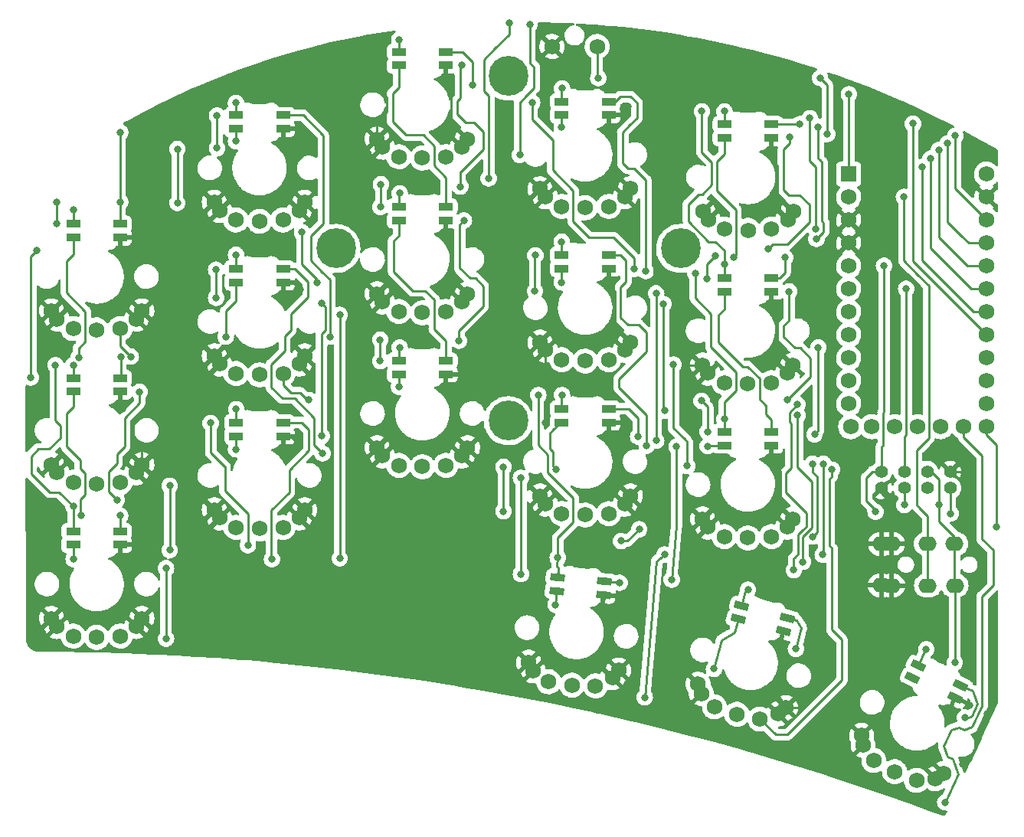
<source format=gbr>
%TF.GenerationSoftware,KiCad,Pcbnew,(6.0.0)*%
%TF.CreationDate,2022-04-18T13:44:49-07:00*%
%TF.ProjectId,half-swept,68616c66-2d73-4776-9570-742e6b696361,rev?*%
%TF.SameCoordinates,Original*%
%TF.FileFunction,Copper,L2,Bot*%
%TF.FilePolarity,Positive*%
%FSLAX46Y46*%
G04 Gerber Fmt 4.6, Leading zero omitted, Abs format (unit mm)*
G04 Created by KiCad (PCBNEW (6.0.0)) date 2022-04-18 13:44:49*
%MOMM*%
%LPD*%
G01*
G04 APERTURE LIST*
G04 Aperture macros list*
%AMRoundRect*
0 Rectangle with rounded corners*
0 $1 Rounding radius*
0 $2 $3 $4 $5 $6 $7 $8 $9 X,Y pos of 4 corners*
0 Add a 4 corners polygon primitive as box body*
4,1,4,$2,$3,$4,$5,$6,$7,$8,$9,$2,$3,0*
0 Add four circle primitives for the rounded corners*
1,1,$1+$1,$2,$3*
1,1,$1+$1,$4,$5*
1,1,$1+$1,$6,$7*
1,1,$1+$1,$8,$9*
0 Add four rect primitives between the rounded corners*
20,1,$1+$1,$2,$3,$4,$5,0*
20,1,$1+$1,$4,$5,$6,$7,0*
20,1,$1+$1,$6,$7,$8,$9,0*
20,1,$1+$1,$8,$9,$2,$3,0*%
G04 Aperture macros list end*
%TA.AperFunction,ComponentPad*%
%ADD10C,1.750000*%
%TD*%
%TA.AperFunction,ComponentPad*%
%ADD11O,2.000000X1.600000*%
%TD*%
%TA.AperFunction,ComponentPad*%
%ADD12C,4.400000*%
%TD*%
%TA.AperFunction,SMDPad,CuDef*%
%ADD13RoundRect,0.082000X-0.686681X0.389330X-0.743855X-0.264174X0.686681X-0.389330X0.743855X0.264174X0*%
%TD*%
%TA.AperFunction,SMDPad,CuDef*%
%ADD14RoundRect,0.082000X-0.718000X0.328000X-0.718000X-0.328000X0.718000X-0.328000X0.718000X0.328000X0*%
%TD*%
%TA.AperFunction,SMDPad,CuDef*%
%ADD15RoundRect,0.082000X-0.608642X0.502656X-0.778427X-0.130992X0.608642X-0.502656X0.778427X0.130992X0*%
%TD*%
%TA.AperFunction,ComponentPad*%
%ADD16R,1.752600X1.752600*%
%TD*%
%TA.AperFunction,ComponentPad*%
%ADD17C,1.752600*%
%TD*%
%TA.AperFunction,SMDPad,CuDef*%
%ADD18RoundRect,0.082000X-0.512110X0.600709X-0.789348X0.006171X0.512110X-0.600709X0.789348X-0.006171X0*%
%TD*%
%TA.AperFunction,ComponentPad*%
%ADD19C,1.397000*%
%TD*%
%TA.AperFunction,ViaPad*%
%ADD20C,0.800000*%
%TD*%
%TA.AperFunction,Conductor*%
%ADD21C,0.250000*%
%TD*%
G04 APERTURE END LIST*
D10*
%TO.P,SW21,1,1*%
%TO.N,Switch17*%
X90730965Y-88793516D03*
X95753780Y-90139375D03*
X93203550Y-89611334D03*
%TO.P,SW21,2,2*%
%TO.N,gnd*%
X88917440Y-86288795D03*
X89264059Y-87313420D03*
X98576699Y-88876985D03*
X97764206Y-89591027D03*
%TD*%
%TO.P,SW20,1,1*%
%TO.N,Switch16*%
X108344130Y-94724835D03*
X113056930Y-96922450D03*
X110637137Y-95959589D03*
%TO.P,SW20,2,2*%
%TO.N,gnd*%
X106993097Y-91943251D03*
X107156525Y-93012499D03*
X116056175Y-96169434D03*
X115132033Y-96731540D03*
%TD*%
%TO.P,SW18,1,1*%
%TO.N,Switch15*%
X91810583Y-69970374D03*
X97010583Y-69970374D03*
X94410583Y-70120374D03*
%TO.P,SW18,2,2*%
%TO.N,gnd*%
X89410583Y-68020374D03*
X90010583Y-68920374D03*
X99410583Y-68020374D03*
X98810583Y-68920374D03*
%TD*%
%TO.P,SW17,1,1*%
%TO.N,Switch14*%
X73830582Y-67430375D03*
X79030582Y-67430375D03*
X76430582Y-67580375D03*
%TO.P,SW17,2,2*%
%TO.N,gnd*%
X71430582Y-65480375D03*
X72030582Y-66380375D03*
X81430582Y-65480375D03*
X80830582Y-66380375D03*
%TD*%
%TO.P,SW16,1,1*%
%TO.N,Switch13*%
X55830581Y-62096374D03*
X61030581Y-62096374D03*
X58430581Y-62246374D03*
%TO.P,SW16,2,2*%
%TO.N,gnd*%
X53430581Y-60146374D03*
X54030581Y-61046374D03*
X63430581Y-60146374D03*
X62830581Y-61046374D03*
%TD*%
%TO.P,SW15,1,1*%
%TO.N,Switch12*%
X37830584Y-68954374D03*
X43030584Y-68954374D03*
X40430584Y-69104374D03*
%TO.P,SW15,2,2*%
%TO.N,gnd*%
X35430584Y-67004374D03*
X36030584Y-67904374D03*
X45430584Y-67004374D03*
X44830584Y-67904374D03*
%TD*%
%TO.P,SW14,1,1*%
%TO.N,Switch11*%
X19830583Y-80962374D03*
X25030583Y-80962374D03*
X22430583Y-81112374D03*
%TO.P,SW14,2,2*%
%TO.N,gnd*%
X17430583Y-79012374D03*
X18030583Y-79912374D03*
X27430583Y-79012374D03*
X26830583Y-79912374D03*
%TD*%
%TO.P,SW12,1,1*%
%TO.N,Switch10*%
X91810582Y-52952375D03*
X97010582Y-52952375D03*
X94410582Y-53102375D03*
%TO.P,SW12,2,2*%
%TO.N,gnd*%
X89410582Y-51002375D03*
X90010582Y-51902375D03*
X99410582Y-51002375D03*
X98810582Y-51902375D03*
%TD*%
%TO.P,SW11,1,1*%
%TO.N,Switch9*%
X73830583Y-50412376D03*
X79030583Y-50412376D03*
X76430583Y-50562376D03*
%TO.P,SW11,2,2*%
%TO.N,gnd*%
X71430583Y-48462376D03*
X72030583Y-49362376D03*
X81430583Y-48462376D03*
X80830583Y-49362376D03*
%TD*%
%TO.P,SW10,1,1*%
%TO.N,Switch8*%
X55830583Y-45078373D03*
X61030583Y-45078373D03*
X58430583Y-45228373D03*
%TO.P,SW10,2,2*%
%TO.N,gnd*%
X53430583Y-43128373D03*
X54030583Y-44028373D03*
X63430583Y-43128373D03*
X62830583Y-44028373D03*
%TD*%
%TO.P,SW9,1,1*%
%TO.N,Switch7*%
X37830584Y-51936374D03*
X43030584Y-51936374D03*
X40430584Y-52086374D03*
%TO.P,SW9,2,2*%
%TO.N,gnd*%
X35430584Y-49986374D03*
X36030584Y-50886374D03*
X45430584Y-49986374D03*
X44830584Y-50886374D03*
%TD*%
%TO.P,SW8,1,1*%
%TO.N,Switch6*%
X19830582Y-63962374D03*
X25030582Y-63962374D03*
X22430582Y-64112374D03*
%TO.P,SW8,2,2*%
%TO.N,gnd*%
X17430582Y-62012374D03*
X18030582Y-62912374D03*
X27430582Y-62012374D03*
X26830582Y-62912374D03*
%TD*%
%TO.P,SW6,1,1*%
%TO.N,Switch5*%
X91830581Y-35962375D03*
X97030581Y-35962375D03*
X94430581Y-36112375D03*
%TO.P,SW6,2,2*%
%TO.N,gnd*%
X89430581Y-34012375D03*
X90030581Y-34912375D03*
X99430581Y-34012375D03*
X98830581Y-34912375D03*
%TD*%
%TO.P,SW5,1,1*%
%TO.N,Switch4*%
X73830583Y-33462373D03*
X79030583Y-33462373D03*
X76430583Y-33612373D03*
%TO.P,SW5,2,2*%
%TO.N,gnd*%
X71430583Y-31512373D03*
X72030583Y-32412373D03*
X81430583Y-31512373D03*
X80830583Y-32412373D03*
%TD*%
%TO.P,SW4,1,1*%
%TO.N,Switch3*%
X55830583Y-27962374D03*
X61030583Y-27962374D03*
X58430583Y-28112374D03*
%TO.P,SW4,2,2*%
%TO.N,gnd*%
X53430583Y-26012374D03*
X54030583Y-26912374D03*
X63430583Y-26012374D03*
X62830583Y-26912374D03*
%TD*%
%TO.P,SW3,1,1*%
%TO.N,Switch2*%
X37830583Y-34962374D03*
X43030583Y-34962374D03*
X40430583Y-35112374D03*
%TO.P,SW3,2,2*%
%TO.N,gnd*%
X35430583Y-33012374D03*
X36030583Y-33912374D03*
X45430583Y-33012374D03*
X44830583Y-33912374D03*
%TD*%
%TO.P,SW2,1,1*%
%TO.N,Switch1*%
X19830582Y-46962374D03*
X25030582Y-46962374D03*
X22430582Y-47112374D03*
%TO.P,SW2,2,2*%
%TO.N,gnd*%
X17430582Y-45012374D03*
X18030582Y-45912374D03*
X27430582Y-45012374D03*
X26830582Y-45912374D03*
%TD*%
%TO.P,SW1,1,1*%
%TO.N,Switch18*%
X72389331Y-86013886D03*
X77569544Y-86467095D03*
X74966364Y-86389920D03*
%TO.P,SW1,2,2*%
%TO.N,gnd*%
X70168418Y-83862132D03*
X70687694Y-84811001D03*
X80130365Y-84733690D03*
X79454208Y-85577971D03*
%TD*%
D11*
%TO.P,J2,1,SLEEVE*%
%TO.N,gnd*%
X109198584Y-70782373D03*
%TO.P,J2,2,TIP*%
X110298584Y-75382373D03*
%TO.P,J2,3,RING1*%
%TO.N,data*%
X114298584Y-75382373D03*
%TO.P,J2,4,RING2*%
%TO.N,vcc*%
X117298584Y-75382373D03*
%TD*%
D10*
%TO.P,RSW1,1,1*%
%TO.N,gnd*%
X72755583Y-15774874D03*
%TO.P,RSW1,2,2*%
%TO.N,reset*%
X77755583Y-15774874D03*
%TD*%
D12*
%TO.P,REF\u002A\u002A,1*%
%TO.N,N/C*%
X67930583Y-57162374D03*
X48880583Y-38112374D03*
X86980583Y-38112374D03*
X67930583Y-19062374D03*
%TD*%
D13*
%TO.P,D12,1,VDD*%
%TO.N,vcc*%
X73398595Y-74477951D03*
%TO.P,D12,2,DOUT*%
%TO.N,Net-(D12-Pad2)*%
X73267861Y-75972243D03*
%TO.P,D12,3,VSS*%
%TO.N,gnd*%
X78448074Y-76425453D03*
%TO.P,D12,4,DIN*%
%TO.N,Net-(D12-Pad4)*%
X78578807Y-74931161D03*
%TD*%
D14*
%TO.P,D16,1,VDD*%
%TO.N,vcc*%
X37830583Y-23382374D03*
%TO.P,D16,2,DOUT*%
%TO.N,Net-(D16-Pad2)*%
X37830583Y-24882374D03*
%TO.P,D16,3,VSS*%
%TO.N,gnd*%
X43030583Y-24882374D03*
%TO.P,D16,4,DIN*%
%TO.N,Net-(D13-Pad2)*%
X43030583Y-23382374D03*
%TD*%
%TO.P,D8,1,VDD*%
%TO.N,vcc*%
X55830581Y-50516374D03*
%TO.P,D8,2,DOUT*%
%TO.N,Net-(D11-Pad4)*%
X55830581Y-52016374D03*
%TO.P,D8,3,VSS*%
%TO.N,gnd*%
X61030581Y-52016374D03*
%TO.P,D8,4,DIN*%
%TO.N,Net-(D5-Pad2)*%
X61030581Y-50516374D03*
%TD*%
%TO.P,D2,1,VDD*%
%TO.N,vcc*%
X55830583Y-16382374D03*
%TO.P,D2,2,DOUT*%
%TO.N,Net-(D2-Pad2)*%
X55830583Y-17882374D03*
%TO.P,D2,3,VSS*%
%TO.N,gnd*%
X61030583Y-17882374D03*
%TO.P,D2,4,DIN*%
%TO.N,Net-(D16-Pad2)*%
X61030583Y-16382374D03*
%TD*%
D15*
%TO.P,D15,1,VDD*%
%TO.N,vcc*%
X93728090Y-77608095D03*
%TO.P,D15,2,DOUT*%
%TO.N,Net-(D15-Pad2)*%
X93339861Y-79056984D03*
%TO.P,D15,3,VSS*%
%TO.N,gnd*%
X98362676Y-80402843D03*
%TO.P,D15,4,DIN*%
%TO.N,Net-(D12-Pad2)*%
X98750904Y-78953954D03*
%TD*%
D14*
%TO.P,D11,1,VDD*%
%TO.N,vcc*%
X73830582Y-55850375D03*
%TO.P,D11,2,DOUT*%
%TO.N,Net-(D11-Pad2)*%
X73830582Y-57350375D03*
%TO.P,D11,3,VSS*%
%TO.N,gnd*%
X79030582Y-57350375D03*
%TO.P,D11,4,DIN*%
%TO.N,Net-(D11-Pad4)*%
X79030582Y-55850375D03*
%TD*%
D16*
%TO.P,U2,1,TX0/PD3*%
%TO.N,led*%
X105560581Y-29879125D03*
D17*
%TO.P,U2,2,RX1/PD2*%
%TO.N,data*%
X105560581Y-32419125D03*
%TO.P,U2,3,GND*%
%TO.N,gnd*%
X105560581Y-34959125D03*
%TO.P,U2,4,GND*%
X105560581Y-37499125D03*
%TO.P,U2,5,2/PD1*%
%TO.N,sda*%
X105560581Y-40039125D03*
%TO.P,U2,6,3/PD0*%
%TO.N,scl*%
X105560581Y-42579125D03*
%TO.P,U2,7,4/PD4*%
%TO.N,Switch7*%
X105560581Y-45119125D03*
%TO.P,U2,8,5/PC6*%
%TO.N,Switch8*%
X105560581Y-47659125D03*
%TO.P,U2,9,6/PD7*%
%TO.N,Switch9*%
X105560581Y-50199125D03*
%TO.P,U2,10,7/PE6*%
%TO.N,Switch10*%
X105560581Y-52739125D03*
%TO.P,U2,11,8/PB4*%
%TO.N,Switch6*%
X105560581Y-55279125D03*
%TO.P,U2,12,9/PB5*%
%TO.N,Switch1*%
X105789181Y-57819125D03*
%TO.P,U2,13,10/PB6*%
%TO.N,Switch13*%
X120800581Y-57819125D03*
%TO.P,U2,14,16/PB2*%
%TO.N,Switch12*%
X120800581Y-55279125D03*
%TO.P,U2,15,14/PB3*%
%TO.N,Switch11*%
X120800581Y-52739125D03*
%TO.P,U2,16,15/PB1*%
%TO.N,unconnected-(U2-Pad16)*%
X120800581Y-50199125D03*
%TO.P,U2,17,A0/PF7*%
%TO.N,Switch2*%
X120800581Y-47659125D03*
%TO.P,U2,18,A1/PF6*%
%TO.N,Switch3*%
X120800581Y-45119125D03*
%TO.P,U2,19,A2/PF5*%
%TO.N,Switch4*%
X120800581Y-42579125D03*
%TO.P,U2,20,A3/PF4*%
%TO.N,Switch5*%
X120800581Y-40039125D03*
%TO.P,U2,21,VCC*%
%TO.N,vcc*%
X120800581Y-37499125D03*
%TO.P,U2,22,RST*%
%TO.N,reset*%
X120800581Y-34959125D03*
%TO.P,U2,23,GND*%
%TO.N,gnd*%
X120800581Y-32419125D03*
%TO.P,U2,24,B0*%
%TO.N,raw*%
X120800581Y-29879125D03*
%TO.P,U2,25,B7*%
%TO.N,Switch14*%
X108100581Y-57819125D03*
%TO.P,U2,26,D5*%
%TO.N,Switch15*%
X110640581Y-57819125D03*
%TO.P,U2,27,C7*%
%TO.N,Switch18*%
X113180581Y-57819125D03*
%TO.P,U2,28,F1*%
%TO.N,Switch17*%
X115720581Y-57819125D03*
%TO.P,U2,29,F0*%
%TO.N,Switch16*%
X118260581Y-57819125D03*
%TD*%
D14*
%TO.P,D14,1,VDD*%
%TO.N,vcc*%
X73830583Y-38832376D03*
%TO.P,D14,2,DOUT*%
%TO.N,Net-(D14-Pad2)*%
X73830583Y-40332376D03*
%TO.P,D14,3,VSS*%
%TO.N,gnd*%
X79030583Y-40332376D03*
%TO.P,D14,4,DIN*%
%TO.N,Net-(D11-Pad2)*%
X79030583Y-38832376D03*
%TD*%
%TO.P,D10,1,VDD*%
%TO.N,vcc*%
X37830584Y-57374374D03*
%TO.P,D10,2,DOUT*%
%TO.N,Net-(D10-Pad2)*%
X37830584Y-58874374D03*
%TO.P,D10,3,VSS*%
%TO.N,gnd*%
X43030584Y-58874374D03*
%TO.P,D10,4,DIN*%
%TO.N,Net-(D10-Pad4)*%
X43030584Y-57374374D03*
%TD*%
%TO.P,D1,1,VDD*%
%TO.N,vcc*%
X19830582Y-35382374D03*
%TO.P,D1,2,DOUT*%
%TO.N,Net-(D1-Pad2)*%
X19830582Y-36882374D03*
%TO.P,D1,3,VSS*%
%TO.N,gnd*%
X25030582Y-36882374D03*
%TO.P,D1,4,DIN*%
%TO.N,led*%
X25030582Y-35382374D03*
%TD*%
%TO.P,D9,1,VDD*%
%TO.N,vcc*%
X91810583Y-58390374D03*
%TO.P,D9,2,DOUT*%
%TO.N,Net-(D12-Pad4)*%
X91810583Y-59890374D03*
%TO.P,D9,3,VSS*%
%TO.N,gnd*%
X97010583Y-59890374D03*
%TO.P,D9,4,DIN*%
%TO.N,Net-(D6-Pad2)*%
X97010583Y-58390374D03*
%TD*%
%TO.P,D17,1,VDD*%
%TO.N,vcc*%
X73830583Y-21882373D03*
%TO.P,D17,2,DOUT*%
%TO.N,Net-(D17-Pad2)*%
X73830583Y-23382373D03*
%TO.P,D17,3,VSS*%
%TO.N,gnd*%
X79030583Y-23382373D03*
%TO.P,D17,4,DIN*%
%TO.N,Net-(D14-Pad2)*%
X79030583Y-21882373D03*
%TD*%
D18*
%TO.P,D18,1,VDD*%
%TO.N,vcc*%
X113238049Y-84229791D03*
%TO.P,D18,2,DOUT*%
%TO.N,unconnected-(D18-Pad2)*%
X112604122Y-85589253D03*
%TO.P,D18,3,VSS*%
%TO.N,gnd*%
X117316922Y-87786868D03*
%TO.P,D18,4,DIN*%
%TO.N,Net-(D15-Pad2)*%
X117950850Y-86427406D03*
%TD*%
D14*
%TO.P,D4,1,VDD*%
%TO.N,vcc*%
X19830582Y-52432374D03*
%TO.P,D4,2,DOUT*%
%TO.N,Net-(D4-Pad2)*%
X19830582Y-53932374D03*
%TO.P,D4,3,VSS*%
%TO.N,gnd*%
X25030582Y-53932374D03*
%TO.P,D4,4,DIN*%
%TO.N,Net-(D1-Pad2)*%
X25030582Y-52432374D03*
%TD*%
%TO.P,D3,1,VDD*%
%TO.N,vcc*%
X91830581Y-24382375D03*
%TO.P,D3,2,DOUT*%
%TO.N,Net-(D3-Pad2)*%
X91830581Y-25882375D03*
%TO.P,D3,3,VSS*%
%TO.N,gnd*%
X97030581Y-25882375D03*
%TO.P,D3,4,DIN*%
%TO.N,Net-(D17-Pad2)*%
X97030581Y-24382375D03*
%TD*%
%TO.P,D7,1,VDD*%
%TO.N,vcc*%
X19830583Y-69382374D03*
%TO.P,D7,2,DOUT*%
%TO.N,Net-(D10-Pad4)*%
X19830583Y-70882374D03*
%TO.P,D7,3,VSS*%
%TO.N,gnd*%
X25030583Y-70882374D03*
%TO.P,D7,4,DIN*%
%TO.N,Net-(D4-Pad2)*%
X25030583Y-69382374D03*
%TD*%
D19*
%TO.P,OL1,1,SDA*%
%TO.N,sda*%
X109170584Y-62792373D03*
%TO.P,OL1,2,SCL*%
%TO.N,scl*%
X111710584Y-62792373D03*
%TO.P,OL1,3,VCC*%
%TO.N,vcc*%
X114250584Y-62792373D03*
%TO.P,OL1,4,GND*%
%TO.N,gnd*%
X116790584Y-62792373D03*
%TD*%
D14*
%TO.P,D5,1,VDD*%
%TO.N,vcc*%
X55830583Y-33498373D03*
%TO.P,D5,2,DOUT*%
%TO.N,Net-(D5-Pad2)*%
X55830583Y-34998373D03*
%TO.P,D5,3,VSS*%
%TO.N,gnd*%
X61030583Y-34998373D03*
%TO.P,D5,4,DIN*%
%TO.N,Net-(D2-Pad2)*%
X61030583Y-33498373D03*
%TD*%
%TO.P,D6,1,VDD*%
%TO.N,vcc*%
X91810582Y-41372375D03*
%TO.P,D6,2,DOUT*%
%TO.N,Net-(D6-Pad2)*%
X91810582Y-42872375D03*
%TO.P,D6,3,VSS*%
%TO.N,gnd*%
X97010582Y-42872375D03*
%TO.P,D6,4,DIN*%
%TO.N,Net-(D3-Pad2)*%
X97010582Y-41372375D03*
%TD*%
%TO.P,D13,1,VDD*%
%TO.N,vcc*%
X37830584Y-40356374D03*
%TO.P,D13,2,DOUT*%
%TO.N,Net-(D13-Pad2)*%
X37830584Y-41856374D03*
%TO.P,D13,3,VSS*%
%TO.N,gnd*%
X43030584Y-41856374D03*
%TO.P,D13,4,DIN*%
%TO.N,Net-(D10-Pad2)*%
X43030584Y-40356374D03*
%TD*%
D11*
%TO.P,J1,1,SLEEVE*%
%TO.N,gnd*%
X109180584Y-75362376D03*
%TO.P,J1,2,TIP*%
X110280584Y-70762376D03*
%TO.P,J1,3,RING1*%
%TO.N,data*%
X114280584Y-70762376D03*
%TO.P,J1,4,RING2*%
%TO.N,vcc*%
X117280584Y-70762376D03*
%TD*%
D19*
%TO.P,OL2,1,SDA*%
%TO.N,sda*%
X116790582Y-64612373D03*
%TO.P,OL2,2,SCL*%
%TO.N,scl*%
X114250582Y-64612373D03*
%TO.P,OL2,3,VCC*%
%TO.N,vcc*%
X111710582Y-64612373D03*
%TO.P,OL2,4,GND*%
%TO.N,gnd*%
X109170582Y-64612373D03*
%TD*%
D20*
%TO.N,gnd*%
X118143751Y-95109443D03*
X120854615Y-89532597D03*
X118929164Y-88634744D03*
%TO.N,Switch16*%
X116245265Y-99338701D03*
%TO.N,Switch18*%
X83018840Y-87742745D03*
%TO.N,Switch9*%
X86199439Y-50960556D03*
X87699439Y-62160557D03*
X101799439Y-58660558D03*
X102199439Y-49060557D03*
%TO.N,Switch13*%
X67399438Y-62260557D03*
X67399439Y-67160557D03*
X80399439Y-70460557D03*
X82399439Y-69160556D03*
%TO.N,Switch6*%
X30499438Y-71460556D03*
X30499439Y-64360557D03*
X99499439Y-73660557D03*
X99899439Y-55360555D03*
%TO.N,Switch1*%
X26199438Y-50060557D03*
%TO.N,Net-(D24-Pad2)*%
X89299439Y-54960557D03*
X98799439Y-54860557D03*
%TO.N,Switch12*%
X100499439Y-72760557D03*
%TO.N,Switch11*%
X30099439Y-73460557D03*
X30099439Y-81260557D03*
X49299439Y-72360557D03*
X49299439Y-45460555D03*
%TO.N,Switch7*%
X45899438Y-54860557D03*
X85199439Y-56060558D03*
X85099440Y-44260557D03*
%TO.N,Switch3*%
X70299439Y-13360557D03*
X69199439Y-27760557D03*
X102399438Y-19260557D03*
X103199439Y-25460558D03*
%TO.N,Switch4*%
X101999440Y-37060557D03*
X102199438Y-24660557D03*
%TO.N,Switch5*%
X101899439Y-35960557D03*
%TO.N,Switch15*%
X101599439Y-69960557D03*
%TO.N,Switch18*%
X85199438Y-71960558D03*
X102699438Y-71960557D03*
%TO.N,gnd*%
X44799438Y-59760557D03*
%TO.N,Net-(D28-Pad2)*%
X47299439Y-58860558D03*
%TO.N,Net-(D10-Pad2)*%
X47399439Y-60760557D03*
%TO.N,gnd*%
X44899439Y-42660557D03*
%TO.N,Net-(D28-Pad2)*%
X47299439Y-44160557D03*
%TO.N,Net-(D31-Pad2)*%
X46799439Y-41860557D03*
%TO.N,gnd*%
X32799438Y-58960557D03*
X71999438Y-57360557D03*
X103799440Y-82060557D03*
%TO.N,Net-(D15-Pad2)*%
X90677390Y-84598344D03*
%TO.N,Net-(D11-Pad4)*%
X55830582Y-53400115D03*
%TO.N,Net-(D20-Pad2)*%
X53850347Y-31019879D03*
X53800346Y-33519879D03*
%TO.N,Net-(D25-Pad2)*%
X39150346Y-70919879D03*
%TO.N,Net-(D10-Pad4)*%
X41807851Y-72462375D03*
%TO.N,vcc*%
X71257852Y-54312374D03*
%TO.N,Net-(D11-Pad2)*%
X73200347Y-62519878D03*
%TO.N,Net-(D31-Pad2)*%
X31350347Y-27119878D03*
X31350346Y-33069879D03*
X45130583Y-36339643D03*
%TO.N,Net-(D13-Pad2)*%
X48200347Y-47869879D03*
X36700347Y-47869879D03*
%TO.N,gnd*%
X25255919Y-55864307D03*
%TO.N,Net-(D19-Pad2)*%
X15150347Y-52369879D03*
X15800345Y-38319879D03*
%TO.N,gnd*%
X28166052Y-55864308D03*
%TO.N,Net-(D31-Pad2)*%
X35730582Y-27012374D03*
%TO.N,gnd*%
X83866054Y-41764309D03*
X60416054Y-25564307D03*
X88516054Y-58964305D03*
X96316053Y-34014307D03*
X119250345Y-77919879D03*
X86566053Y-47464307D03*
X81166053Y-22414307D03*
X60366051Y-42414305D03*
X53416053Y-18814308D03*
X96677986Y-51002375D03*
X85863671Y-85366510D03*
X84266054Y-31514307D03*
X86641053Y-32039307D03*
X87934222Y-77639102D03*
X83416053Y-22414305D03*
X87866054Y-25864307D03*
%TO.N,vcc*%
X91810583Y-56982374D03*
X19830583Y-33862374D03*
X37830581Y-38812372D03*
X55930583Y-49062374D03*
X37864119Y-55888806D03*
X55930583Y-32012374D03*
X94431705Y-75849931D03*
X88605583Y-40837376D03*
X115566052Y-66464307D03*
X19830583Y-51012376D03*
X91830584Y-22962373D03*
X73398595Y-72294364D03*
X91810582Y-39892377D03*
X111716054Y-66464307D03*
X73880584Y-20412374D03*
X117286176Y-83894186D03*
X17880581Y-51012376D03*
X114147067Y-82430396D03*
X37830582Y-22012373D03*
X73830583Y-37362372D03*
X73880582Y-54312372D03*
X116480583Y-26512373D03*
X19830583Y-66612373D03*
X55880585Y-15012373D03*
X89330583Y-22962374D03*
%TO.N,Switch18*%
X102766052Y-61914306D03*
%TO.N,reset*%
X117330584Y-25662373D03*
X77880582Y-19262373D03*
%TO.N,Switch2*%
X112666053Y-24314307D03*
X65766053Y-30364307D03*
X68016054Y-13214305D03*
%TO.N,Switch3*%
X113666052Y-29114308D03*
%TO.N,Switch4*%
X114616052Y-28164308D03*
%TO.N,Switch5*%
X115516054Y-27236874D03*
X101266053Y-23714305D03*
%TO.N,Switch12*%
X99916051Y-56564307D03*
%TO.N,Switch13*%
X121866053Y-68914307D03*
%TO.N,Switch15*%
X101566054Y-61914307D03*
%TO.N,Switch17*%
X103716054Y-62564308D03*
%TO.N,Net-(D1-Pad2)*%
X25080583Y-50112374D03*
X20430581Y-50162374D03*
%TO.N,led*%
X18030583Y-35362374D03*
X105580583Y-21062374D03*
X17980583Y-33012372D03*
X25030584Y-32962375D03*
X25030581Y-25262375D03*
%TO.N,data*%
X111666054Y-32414308D03*
%TO.N,Net-(D16-Pad2)*%
X37830581Y-26262376D03*
X63980582Y-20012374D03*
%TO.N,Net-(D3-Pad2)*%
X92830582Y-39062373D03*
X98530583Y-39112373D03*
%TO.N,Net-(D17-Pad2)*%
X73830583Y-24712374D03*
X100130583Y-24362374D03*
%TO.N,Net-(D4-Pad2)*%
X20680584Y-67662373D03*
X25030584Y-67662375D03*
%TO.N,Net-(D10-Pad4)*%
X19880582Y-72462375D03*
%TO.N,Net-(D11-Pad4)*%
X82280582Y-58912374D03*
%TO.N,Net-(D12-Pad4)*%
X86530582Y-60012373D03*
X89980582Y-59962373D03*
X80247603Y-75073745D03*
X85999993Y-74723767D03*
%TO.N,Net-(D10-Pad2)*%
X37830583Y-60312373D03*
%TO.N,Net-(D11-Pad2)*%
X83230582Y-59912374D03*
%TO.N,Net-(D12-Pad2)*%
X99724727Y-82377729D03*
X73157841Y-77515123D03*
%TO.N,Net-(D14-Pad2)*%
X83130582Y-40612376D03*
X73830584Y-41862374D03*
%TO.N,Net-(D15-Pad2)*%
X118412625Y-89982957D03*
%TO.N,sda*%
X116816054Y-67414309D03*
X109466054Y-40014305D03*
X108530582Y-67212376D03*
%TO.N,scl*%
X111916053Y-42564307D03*
%TO.N,Net-(D20-Pad2)*%
X62630583Y-31262374D03*
X62780582Y-17862372D03*
%TO.N,Net-(D21-Pad2)*%
X99030582Y-25762374D03*
X96664121Y-38162373D03*
X89880581Y-41462375D03*
X90830582Y-38912372D03*
%TO.N,Net-(D22-Pad2)*%
X27166052Y-53964310D03*
X24666054Y-65914309D03*
%TO.N,Net-(D23-Pad2)*%
X62480583Y-48312376D03*
X53780583Y-50562376D03*
X63030582Y-35012376D03*
X53780583Y-48212373D03*
%TO.N,Net-(D24-Pad2)*%
X98980582Y-42862374D03*
X89980582Y-58362374D03*
%TO.N,Net-(D25-Pad2)*%
X35030583Y-57412376D03*
%TO.N,Net-(D27-Pad2)*%
X69330582Y-74112374D03*
X69330583Y-63462375D03*
%TO.N,Net-(D28-Pad2)*%
X35630583Y-40462372D03*
X35630583Y-43562376D03*
%TO.N,Net-(D29-Pad2)*%
X84280582Y-59362375D03*
X70880581Y-42812375D03*
X70930583Y-38862374D03*
X84280584Y-43062373D03*
%TO.N,Net-(D31-Pad2)*%
X35730583Y-23412376D03*
%TO.N,Net-(D32-Pad2)*%
X70580583Y-21962374D03*
X81880582Y-40362374D03*
%TD*%
D21*
%TO.N,gnd*%
X118941107Y-94819230D02*
X118143751Y-95109443D01*
X119448249Y-93731660D02*
X118941107Y-94819230D01*
X120124438Y-92281568D02*
X119448249Y-93731660D01*
X119979331Y-91882890D02*
X120124438Y-92281568D01*
X119882593Y-91617105D02*
X119979331Y-91882890D01*
X120854615Y-89532597D02*
X119882593Y-91617105D01*
X118887048Y-88519029D02*
X118929164Y-88634744D01*
X117316922Y-87786868D02*
X118887048Y-88519029D01*
%TO.N,Net-(D15-Pad2)*%
X119271288Y-87043138D02*
X117950847Y-86427407D01*
X119797093Y-88487777D02*
X119271288Y-87043138D01*
X119163166Y-89847239D02*
X119797093Y-88487777D01*
X118412625Y-89982957D02*
X118578180Y-90060157D01*
X118578180Y-90060157D02*
X119163166Y-89847239D01*
%TO.N,Switch16*%
X118260581Y-58958836D02*
X118260583Y-57819125D01*
X120316054Y-70235586D02*
X120316054Y-61014308D01*
X121550347Y-71469879D02*
X120316054Y-70235586D01*
X121550346Y-75351293D02*
X121550347Y-71469879D01*
X120316054Y-76585586D02*
X121550346Y-75351293D01*
X120316051Y-88676710D02*
X120316054Y-76585586D01*
X119217245Y-91033111D02*
X120316051Y-88676710D01*
X120316054Y-61014308D02*
X118260581Y-58958836D01*
X117741042Y-91043663D02*
X118375458Y-91339496D01*
X116877241Y-91358061D02*
X117741042Y-91043663D01*
X116074266Y-93080046D02*
X116877241Y-91358061D01*
X116509586Y-94276080D02*
X116074266Y-93080046D01*
X117053371Y-94529651D02*
X116509586Y-94276080D01*
X116245265Y-99338701D02*
X117682167Y-96257254D01*
X118375458Y-91339496D02*
X119217245Y-91033111D01*
X117682167Y-96257254D02*
X117053371Y-94529651D01*
%TO.N,Switch18*%
X84336233Y-72684873D02*
X85199438Y-71960558D01*
X83018840Y-87742745D02*
X84336233Y-72684873D01*
%TO.N,Switch9*%
X86199440Y-57960557D02*
X86199439Y-50960556D01*
X87399438Y-59160557D02*
X86199440Y-57960557D01*
X87699439Y-62160557D02*
X87699439Y-59460557D01*
X87699439Y-59460557D02*
X87399438Y-59160557D01*
X102199438Y-58260558D02*
X101799439Y-58660558D01*
X102199439Y-49060557D02*
X102199438Y-58260558D01*
%TO.N,gnd*%
X79750347Y-46782140D02*
X81430582Y-48462377D01*
X79750346Y-42869879D02*
X79750347Y-46782140D01*
X79030584Y-40332374D02*
X79030582Y-42150115D01*
X79030582Y-42150115D02*
X79750346Y-42869879D01*
%TO.N,Switch13*%
X67399439Y-67160557D02*
X67399438Y-62260557D01*
X82399439Y-69160556D02*
X81099438Y-70460556D01*
X81099438Y-70460556D02*
X80399439Y-70460557D01*
%TO.N,Switch6*%
X30499438Y-71460556D02*
X30499439Y-64360557D01*
X99999438Y-71860557D02*
X99599439Y-72260557D01*
X99999439Y-70560557D02*
X99999438Y-71860557D01*
X99599439Y-72260557D02*
X99499439Y-72360557D01*
X100499439Y-69260557D02*
X99999439Y-69760557D01*
X99499439Y-72360557D02*
X99499439Y-73660557D01*
X100899439Y-68860558D02*
X100499439Y-69260557D01*
X99999439Y-69760557D02*
X99999439Y-70560557D01*
X100899439Y-68060557D02*
X100899439Y-68860558D01*
%TO.N,Switch12*%
X99916051Y-62277169D02*
X99916051Y-56564307D01*
X101499439Y-63860557D02*
X99916051Y-62277169D01*
X101499440Y-68960557D02*
X101499439Y-63860557D01*
X100499439Y-69960557D02*
X101499440Y-68960557D01*
X100499439Y-72760557D02*
X100499439Y-69960557D01*
%TO.N,Switch6*%
X100899439Y-67360558D02*
X100899439Y-68060557D01*
X99499439Y-65960557D02*
X100899439Y-67360558D01*
X98599440Y-65060557D02*
X99499439Y-65960557D01*
X98599439Y-63660557D02*
X98599440Y-65060557D01*
X98599439Y-62960557D02*
X98599439Y-63660557D01*
X98799439Y-62760557D02*
X98599439Y-62960557D01*
X99199439Y-62360557D02*
X98799439Y-62760557D01*
X99199439Y-59260556D02*
X99199439Y-62360557D01*
X99199438Y-57460557D02*
X99199439Y-59260556D01*
X98999439Y-56260557D02*
X98999438Y-56860556D01*
X99899439Y-55360555D02*
X98999439Y-56260557D01*
X98999439Y-57260556D02*
X99199438Y-57460557D01*
X98999438Y-56860556D02*
X98999439Y-57260556D01*
%TO.N,Switch1*%
X25030583Y-48891700D02*
X25030582Y-46962374D01*
X26199438Y-50060557D02*
X25030583Y-48891700D01*
%TO.N,Net-(D24-Pad2)*%
X89299439Y-54960557D02*
X89980582Y-55641700D01*
X89980582Y-55641700D02*
X89980582Y-58362374D01*
X101340117Y-52319879D02*
X98799439Y-54860557D01*
X101350345Y-52319879D02*
X101340117Y-52319879D01*
%TO.N,Switch17*%
X97474961Y-91860557D02*
X95753780Y-90139375D01*
X98799438Y-91860557D02*
X97474961Y-91860557D01*
X103716054Y-80277172D02*
X104799439Y-81360556D01*
X103399439Y-63660557D02*
X103399438Y-70960557D01*
X103716053Y-63343942D02*
X103399439Y-63660557D01*
X103399438Y-70960557D02*
X103716054Y-71277173D01*
X103716054Y-71277173D02*
X103716054Y-80277172D01*
X104799439Y-85860555D02*
X98799438Y-91860557D01*
X103716054Y-62564308D02*
X103716053Y-63343942D01*
X104799439Y-81360556D02*
X104799439Y-85860555D01*
%TO.N,Switch15*%
X102099439Y-69460557D02*
X101599439Y-69960557D01*
X102099438Y-63360557D02*
X102099439Y-69460557D01*
X101566053Y-62827172D02*
X102099438Y-63360557D01*
X101566054Y-61914307D02*
X101566053Y-62827172D01*
%TO.N,Switch11*%
X30099439Y-73460557D02*
X30099439Y-81260557D01*
X49299439Y-45460555D02*
X49299439Y-72360557D01*
%TO.N,Switch7*%
X43899438Y-54060558D02*
X43030584Y-53191702D01*
X44899438Y-54060557D02*
X43899438Y-54060558D01*
X43030584Y-53191702D02*
X43030585Y-51936375D01*
X45899438Y-54860557D02*
X45699439Y-54860557D01*
X45699439Y-54860557D02*
X44899438Y-54060557D01*
%TO.N,gnd*%
X72030582Y-51729413D02*
X72030582Y-49362376D01*
X71999438Y-51760557D02*
X72030582Y-51729413D01*
X72599439Y-52360557D02*
X71999438Y-51760557D01*
X72599439Y-54660556D02*
X72599439Y-52360557D01*
X72199439Y-55060557D02*
X72599439Y-54660556D01*
X71999438Y-57360557D02*
X72199438Y-57160557D01*
X72199438Y-57160557D02*
X72199439Y-55060557D01*
%TO.N,Switch7*%
X85099439Y-55960557D02*
X85199439Y-56060558D01*
X85099440Y-44260557D02*
X85099439Y-55960557D01*
%TO.N,Switch3*%
X69199439Y-21960557D02*
X69199439Y-27760557D01*
X70799438Y-20360557D02*
X69899439Y-21260557D01*
X70799439Y-20060556D02*
X70799438Y-20360557D01*
X70299439Y-17560557D02*
X70799439Y-18060557D01*
X70299439Y-13360557D02*
X70299439Y-17560557D01*
X103199439Y-20060557D02*
X102399438Y-19260557D01*
X103199439Y-25460558D02*
X103199439Y-20060557D01*
X70799439Y-18060557D02*
X70799439Y-20060556D01*
X69899439Y-21260557D02*
X69199439Y-21960557D01*
%TO.N,Switch4*%
X102799439Y-36260557D02*
X101999440Y-37060557D01*
X102799439Y-35260557D02*
X102799438Y-35960556D01*
X102699439Y-35160557D02*
X102799439Y-35260557D01*
X102599439Y-35060557D02*
X102699439Y-35160557D01*
X102399439Y-28360557D02*
X102599439Y-28560557D01*
X102199440Y-28160557D02*
X102399439Y-28360557D01*
X102799438Y-35960556D02*
X102799439Y-36260557D01*
X102199438Y-24660557D02*
X102199440Y-28160557D01*
X102599439Y-30160557D02*
X102599439Y-35060557D01*
X102599439Y-28560557D02*
X102599439Y-30160557D01*
%TO.N,Switch5*%
X101899438Y-29060557D02*
X101899439Y-35960557D01*
X101599439Y-28760557D02*
X101899438Y-29060557D01*
X101266053Y-23714305D02*
X101266052Y-28427172D01*
X101266052Y-28427172D02*
X101599439Y-28760557D01*
%TO.N,gnd*%
X98050346Y-62719879D02*
X98050346Y-66660137D01*
X98050346Y-66660137D02*
X99410583Y-68020373D01*
X97010584Y-61680116D02*
X98050346Y-62719879D01*
X97010581Y-59890372D02*
X97010584Y-61680116D01*
%TO.N,Switch18*%
X102766052Y-61914306D02*
X102766053Y-71893943D01*
X102766053Y-71893943D02*
X102699438Y-71960557D01*
%TO.N,gnd*%
X43913256Y-58874374D02*
X44799438Y-59760557D01*
X43030583Y-58874374D02*
X43913256Y-58874374D01*
%TO.N,Net-(D10-Pad4)*%
X44142584Y-57374373D02*
X43030583Y-57374375D01*
X45113255Y-57374374D02*
X44142584Y-57374373D01*
X45899439Y-60460557D02*
X45899439Y-58160557D01*
X43730583Y-62629412D02*
X45899439Y-60460557D01*
X43730584Y-65089641D02*
X43730583Y-62629412D01*
X41750345Y-67069879D02*
X43730584Y-65089641D01*
X41750346Y-72404869D02*
X41750345Y-67069879D01*
X41807851Y-72462375D02*
X41750346Y-72404869D01*
X45899439Y-58160557D02*
X45113255Y-57374374D01*
%TO.N,Net-(D10-Pad2)*%
X44374581Y-40356376D02*
X43030583Y-40356374D01*
X45030583Y-41012374D02*
X44374581Y-40356376D01*
X45799438Y-41781230D02*
X45030583Y-41012374D01*
X45799438Y-43460557D02*
X45799438Y-41781230D01*
X43911712Y-45348285D02*
X45799438Y-43460557D01*
X43911712Y-47108512D02*
X43911712Y-45348285D01*
X43230582Y-47789641D02*
X43911712Y-47108512D01*
X41750346Y-50919879D02*
X43230582Y-49439640D01*
X42950347Y-54669879D02*
X41750346Y-53469878D01*
X44338088Y-54669878D02*
X42950347Y-54669879D01*
X41750346Y-53469878D02*
X41750346Y-50919879D01*
X43230582Y-49439640D02*
X43230582Y-47789641D01*
X46499439Y-56831230D02*
X44338088Y-54669878D01*
X46499439Y-59860557D02*
X46499439Y-56831230D01*
X47399439Y-60760557D02*
X46499439Y-59860557D01*
%TO.N,Net-(D28-Pad2)*%
X47300347Y-58859649D02*
X47299439Y-58860558D01*
X47300347Y-54692612D02*
X47300347Y-58859649D01*
%TO.N,gnd*%
X44095256Y-41856374D02*
X44899439Y-42660557D01*
X43030584Y-41856374D02*
X44095256Y-41856374D01*
%TO.N,Net-(D28-Pad2)*%
X47700346Y-44561465D02*
X47700348Y-44961463D01*
X47700348Y-44961463D02*
X47700347Y-47169878D01*
X47299439Y-44160557D02*
X47700346Y-44561465D01*
%TO.N,Net-(D31-Pad2)*%
X46799439Y-41560557D02*
X46799439Y-41860557D01*
X46199439Y-40960557D02*
X46799439Y-41560557D01*
X45130582Y-39891700D02*
X46199439Y-40960557D01*
X45130581Y-39862374D02*
X45130582Y-39891700D01*
%TO.N,Net-(D13-Pad2)*%
X36700346Y-45059649D02*
X36700347Y-47869879D01*
X37830584Y-43929412D02*
X36700346Y-45059649D01*
X37830584Y-41856374D02*
X37830584Y-43929412D01*
%TO.N,gnd*%
X102399439Y-86960557D02*
X103799439Y-85560558D01*
X103799439Y-85560558D02*
X103799440Y-82060557D01*
X100483010Y-88876985D02*
X102399439Y-86960557D01*
X98576700Y-88876985D02*
X100483010Y-88876985D01*
X97701625Y-87361313D02*
X98576699Y-88876986D01*
X98460276Y-83370878D02*
X97606173Y-86558434D01*
X97850427Y-82314587D02*
X98460276Y-83370878D01*
X97606173Y-86558434D02*
X97818304Y-86925857D01*
X98362676Y-80402842D02*
X97850427Y-82314587D01*
X97818304Y-86925857D02*
X97701625Y-87361313D01*
%TO.N,Net-(D15-Pad2)*%
X92924689Y-80606424D02*
X92388813Y-80915814D01*
X92388813Y-80915814D02*
X91531492Y-81410788D01*
X93339861Y-79056984D02*
X92924689Y-80606424D01*
X91531492Y-81410788D02*
X90677390Y-84598344D01*
%TO.N,Net-(D23-Pad2)*%
X62480583Y-47189643D02*
X62480583Y-48312376D01*
X65150346Y-44519879D02*
X62480583Y-47189643D01*
X65150347Y-42269878D02*
X65150346Y-44519879D01*
X64300347Y-41419879D02*
X65150347Y-42269878D01*
X63700346Y-41419879D02*
X64300347Y-41419879D01*
X62580582Y-40300114D02*
X63700346Y-41419879D01*
X62580583Y-35462374D02*
X62580582Y-40300114D01*
X63030582Y-35012376D02*
X62580583Y-35462374D01*
%TO.N,Net-(D11-Pad4)*%
X55830582Y-52016373D02*
X55830582Y-53400115D01*
%TO.N,Net-(D32-Pad2)*%
X81880583Y-39212375D02*
X81880582Y-40362374D01*
X81230584Y-38562372D02*
X81880583Y-39212375D01*
X79580583Y-36912375D02*
X81230584Y-38562372D01*
X76892842Y-36912375D02*
X79580583Y-36912375D01*
X72850347Y-26119878D02*
X72850347Y-29469878D01*
X75100347Y-31719879D02*
X75100347Y-35119878D01*
X70620110Y-23889642D02*
X72850347Y-26119878D01*
X72850347Y-29469878D02*
X75100347Y-31719879D01*
X70580582Y-23889642D02*
X70620110Y-23889642D01*
X75100347Y-35119878D02*
X76892842Y-36912375D01*
X70580583Y-21962374D02*
X70580582Y-23889642D01*
%TO.N,Net-(D20-Pad2)*%
X53850345Y-33469880D02*
X53800346Y-33519879D01*
X53850347Y-31019879D02*
X53850345Y-33469880D01*
%TO.N,Net-(D25-Pad2)*%
X39150347Y-69519879D02*
X39150346Y-70919879D01*
X36600347Y-64919877D02*
X38900345Y-67219879D01*
X38900345Y-67219879D02*
X39150346Y-67469879D01*
X36600346Y-62232137D02*
X36600345Y-64319879D01*
X36544216Y-62176009D02*
X36600346Y-62232137D01*
X36544216Y-62176009D02*
X36080582Y-61712373D01*
X39150346Y-67469879D02*
X39150347Y-69519879D01*
X36600345Y-64319879D02*
X36600347Y-64919877D01*
%TO.N,vcc*%
X90820817Y-37369879D02*
X91810582Y-38359641D01*
X90100345Y-37369878D02*
X90820817Y-37369879D01*
X87850346Y-35119879D02*
X90100345Y-37369878D01*
X87850347Y-33219879D02*
X87850346Y-35119879D01*
X88950347Y-32119879D02*
X87850347Y-33219879D01*
X89400348Y-32119878D02*
X88950347Y-32119879D01*
X90430582Y-31089643D02*
X89400348Y-32119878D01*
X90430582Y-28562374D02*
X90430582Y-31089643D01*
X89330581Y-27462374D02*
X90430582Y-28562374D01*
X91810582Y-38359641D02*
X91810582Y-39892377D01*
X89330583Y-22962374D02*
X89330581Y-27462374D01*
%TO.N,Net-(D3-Pad2)*%
X93100347Y-38792608D02*
X92830582Y-39062373D01*
X93100345Y-33859406D02*
X93100347Y-38792608D01*
X91000347Y-31759408D02*
X93100345Y-33859406D01*
X91000347Y-28469878D02*
X91000347Y-31759408D01*
X91830581Y-27639642D02*
X91000347Y-28469878D01*
X91830583Y-25882374D02*
X91830581Y-27639642D01*
%TO.N,vcc*%
X75100347Y-68419879D02*
X73398594Y-70121631D01*
X75100345Y-65683519D02*
X75100347Y-68419879D01*
X72316052Y-62899225D02*
X75100345Y-65683519D01*
X73398594Y-70121631D02*
X73398595Y-72294364D01*
X71257851Y-59856107D02*
X72316051Y-60914307D01*
X72316051Y-60914307D02*
X72316052Y-62899225D01*
X71257852Y-54312374D02*
X71257851Y-59856107D01*
%TO.N,Net-(D5-Pad2)*%
X61030581Y-48312376D02*
X61030581Y-50516375D01*
X60180585Y-47462373D02*
X61030581Y-48312376D01*
X59750346Y-47032136D02*
X60180585Y-47462373D01*
X59750346Y-43782138D02*
X59750346Y-47032136D01*
X58769215Y-42801009D02*
X59750346Y-43782138D01*
X55250346Y-40669877D02*
X57381477Y-42801009D01*
X57381477Y-42801009D02*
X58769215Y-42801009D01*
X55830583Y-36689643D02*
X55250347Y-37269877D01*
X55250347Y-37269877D02*
X55250346Y-40669877D01*
X55830581Y-34998374D02*
X55830583Y-36689643D01*
%TO.N,gnd*%
X61750347Y-41030014D02*
X60366051Y-42414305D01*
X61750345Y-37469878D02*
X61750347Y-41030014D01*
X61030583Y-36750117D02*
X61750345Y-37469878D01*
X61030582Y-34998374D02*
X61030583Y-36750117D01*
X97010583Y-44930116D02*
X97010584Y-42872375D01*
X97700346Y-45619879D02*
X97010583Y-44930116D01*
X96566052Y-49854171D02*
X97700346Y-48719880D01*
X96566052Y-50890442D02*
X96566052Y-49854171D01*
X96677986Y-51002375D02*
X96566052Y-50890442D01*
X97700346Y-48719880D02*
X97700346Y-45619879D01*
%TO.N,Net-(D24-Pad2)*%
X101350347Y-50269879D02*
X101350345Y-52319879D01*
X100200346Y-49119878D02*
X101350347Y-50269879D01*
X99600346Y-49119878D02*
X100200346Y-49119878D01*
X98350347Y-47869880D02*
X99600346Y-49119878D01*
X98350346Y-46692611D02*
X98350347Y-47869880D01*
X98980584Y-46062374D02*
X98350346Y-46692611D01*
X98980582Y-42862374D02*
X98980584Y-46062374D01*
%TO.N,Net-(D6-Pad2)*%
X91810582Y-44859641D02*
X91810583Y-42872375D01*
X91200347Y-45469879D02*
X91810582Y-44859641D01*
X91200345Y-48519880D02*
X91200347Y-45469879D01*
X93850347Y-51169879D02*
X91200345Y-48519880D01*
X94400346Y-51169877D02*
X93850347Y-51169879D01*
X95700347Y-52469878D02*
X94400346Y-51169877D01*
X95700345Y-54769879D02*
X95700347Y-52469878D01*
X96430583Y-55500117D02*
X95700345Y-54769879D01*
X96430585Y-56462374D02*
X96430583Y-55500117D01*
X97010583Y-57042376D02*
X96430585Y-56462374D01*
X97010583Y-58390374D02*
X97010583Y-57042376D01*
%TO.N,vcc*%
X93100346Y-53790352D02*
X91810582Y-55080116D01*
X93100344Y-51769879D02*
X93100346Y-53790352D01*
X90350347Y-45332137D02*
X90350347Y-49019880D01*
X90350347Y-49019880D02*
X93100344Y-51769879D01*
X91810582Y-55080116D02*
X91810583Y-56982374D01*
X88605584Y-43587372D02*
X90350347Y-45332137D01*
X88605583Y-40837376D02*
X88605584Y-43587372D01*
%TO.N,Net-(D11-Pad2)*%
X83230582Y-56512375D02*
X83230582Y-59912374D01*
X80194217Y-53476009D02*
X83230582Y-56512375D01*
X80194218Y-52526008D02*
X80194217Y-53476009D01*
X83200346Y-49519878D02*
X80194218Y-52526008D01*
X83200346Y-47419879D02*
X83200346Y-49519878D01*
X81150347Y-46569878D02*
X82350346Y-46569878D01*
X80350346Y-42419879D02*
X80350346Y-45769878D01*
X80336711Y-42406244D02*
X80350346Y-42419879D01*
X80930583Y-41812374D02*
X80336711Y-42406244D01*
X80930582Y-39412375D02*
X80930583Y-41812374D01*
X80350346Y-45769878D02*
X81150347Y-46569878D01*
X80350582Y-38832374D02*
X80930582Y-39412375D01*
X79030581Y-38832376D02*
X80350582Y-38832374D01*
X82350346Y-46569878D02*
X83200346Y-47419879D01*
%TO.N,gnd*%
X96316054Y-33404170D02*
X96316053Y-34014307D01*
X97700345Y-32019879D02*
X96316054Y-33404170D01*
X97700346Y-28969879D02*
X97700345Y-32019879D01*
X97030583Y-28300116D02*
X97700346Y-28969879D01*
X97030581Y-25882376D02*
X97030583Y-28300116D01*
%TO.N,Net-(D21-Pad2)*%
X97206615Y-37619881D02*
X96664121Y-38162373D01*
X98800345Y-37619880D02*
X97206615Y-37619881D01*
X101200347Y-35219879D02*
X98800345Y-37619880D01*
X101200347Y-33269877D02*
X101200347Y-35219879D01*
X100150346Y-32219878D02*
X101200347Y-33269877D01*
X98950345Y-32219878D02*
X100150346Y-32219878D01*
X98350346Y-31619879D02*
X98950345Y-32219878D01*
X98350348Y-27130012D02*
X98350346Y-31619879D01*
X99030583Y-26449777D02*
X98350348Y-27130012D01*
X99030582Y-25762374D02*
X99030583Y-26449777D01*
%TO.N,Net-(D2-Pad2)*%
X55830584Y-20289643D02*
X55830583Y-17882374D01*
X55150345Y-24069878D02*
X55150347Y-20969877D01*
X55150347Y-20969877D02*
X55830584Y-20289643D01*
X58544216Y-25576007D02*
X56656476Y-25576008D01*
X56656476Y-25576008D02*
X55150345Y-24069878D01*
X59744217Y-28963750D02*
X59744218Y-26776007D01*
X61030581Y-30250113D02*
X59744217Y-28963750D01*
X59744218Y-26776007D02*
X58544216Y-25576007D01*
X61030584Y-33498372D02*
X61030581Y-30250113D01*
%TO.N,Net-(D20-Pad2)*%
X62630583Y-29589642D02*
X62630583Y-31262374D01*
X62680583Y-29589644D02*
X62630583Y-29589642D01*
X65150346Y-27119878D02*
X62680583Y-29589644D01*
X65150344Y-25219879D02*
X65150346Y-27119878D01*
X64150346Y-24219880D02*
X65150344Y-25219879D01*
X63200346Y-24219878D02*
X64150346Y-24219880D01*
X62250346Y-23269880D02*
X63200346Y-24219878D01*
X62250347Y-21842611D02*
X62250346Y-23269880D01*
X62630584Y-21462375D02*
X62250347Y-21842611D01*
X62630582Y-20162376D02*
X62630584Y-21462375D01*
X62630583Y-18012375D02*
X62630582Y-20162376D01*
X62780582Y-17862372D02*
X62630583Y-18012375D01*
%TO.N,gnd*%
X61650347Y-21069879D02*
X61650345Y-24330014D01*
X61030582Y-20450115D02*
X61650347Y-21069879D01*
X61030583Y-20089643D02*
X61030582Y-20450115D01*
X61030582Y-17882375D02*
X61030583Y-20089643D01*
X61650345Y-24330014D02*
X60416054Y-25564307D01*
X53416052Y-20285586D02*
X53416053Y-18814308D01*
X54500345Y-21369880D02*
X53416052Y-20285586D01*
X54500346Y-23019878D02*
X54500345Y-21369880D01*
X53430580Y-24089643D02*
X54500346Y-23019878D01*
X53430581Y-26012375D02*
X53430580Y-24089643D01*
X80016051Y-64065845D02*
X81430584Y-65480375D01*
X79030583Y-57350375D02*
X79030583Y-59000116D01*
X79030583Y-59000116D02*
X80016053Y-59985587D01*
X80016053Y-59985587D02*
X80016051Y-64065845D01*
%TO.N,Net-(D11-Pad2)*%
X72900347Y-62219879D02*
X73200347Y-62519878D01*
X72900347Y-60619879D02*
X72900347Y-62219879D01*
X72500347Y-59869879D02*
X72500347Y-60219878D01*
X72500347Y-58569878D02*
X72500347Y-59869879D01*
X72900347Y-58169880D02*
X72500347Y-58569878D01*
X73719850Y-57350374D02*
X72900347Y-58169880D01*
X73830583Y-57350375D02*
X73719850Y-57350374D01*
X72500347Y-60219878D02*
X72900347Y-60619879D01*
%TO.N,Net-(D31-Pad2)*%
X31350346Y-33069879D02*
X31350347Y-27119878D01*
%TO.N,Net-(D28-Pad2)*%
X47300347Y-47569879D02*
X47300347Y-54692612D01*
X47700347Y-47169878D02*
X47300347Y-47569879D01*
%TO.N,Net-(D13-Pad2)*%
X48200347Y-47869879D02*
X48200346Y-41582137D01*
X48200346Y-41582137D02*
X47330582Y-40712374D01*
%TO.N,gnd*%
X25030582Y-55638971D02*
X25255919Y-55864307D01*
X25030581Y-53932373D02*
X25030582Y-55638971D01*
%TO.N,Net-(D22-Pad2)*%
X23750346Y-64998600D02*
X24666054Y-65914309D01*
X24666054Y-60864308D02*
X24666054Y-61854172D01*
X25516052Y-60014305D02*
X24666054Y-60864308D01*
X23750347Y-62769878D02*
X23750346Y-64998600D01*
X25516054Y-58264306D02*
X25516052Y-60014305D01*
X25516055Y-56864307D02*
X25516054Y-58264306D01*
X27166052Y-53964310D02*
X27166053Y-55214307D01*
X27166053Y-55214307D02*
X25516055Y-56864307D01*
X24666054Y-61854172D02*
X23750347Y-62769878D01*
%TO.N,Net-(D4-Pad2)*%
X20630583Y-67612373D02*
X20680584Y-67662373D01*
X20630582Y-65839643D02*
X20630583Y-67612373D01*
X21150348Y-62969879D02*
X21150345Y-65319879D01*
X20630583Y-62450115D02*
X21150348Y-62969879D01*
X19100346Y-60019879D02*
X20630583Y-61550115D01*
X20630583Y-61550115D02*
X20630583Y-62450115D01*
X19100346Y-56369878D02*
X19100346Y-60019879D01*
X21150345Y-65319879D02*
X20630582Y-65839643D01*
X19830582Y-55639645D02*
X19100346Y-56369878D01*
X19830581Y-53932374D02*
X19830582Y-55639645D01*
%TO.N,vcc*%
X18288090Y-65069879D02*
X19830583Y-66612373D01*
X17250346Y-65069880D02*
X18288090Y-65069879D01*
X15200345Y-63019877D02*
X17250346Y-65069880D01*
X15200346Y-61069879D02*
X15200345Y-63019877D01*
X16000346Y-60269878D02*
X15200346Y-61069879D01*
X17200346Y-60269878D02*
X16000346Y-60269878D01*
X18419217Y-59051009D02*
X17200346Y-60269878D01*
X18419217Y-57701009D02*
X18419217Y-59051009D01*
X17880583Y-57162373D02*
X18419217Y-57701009D01*
X17880581Y-51012376D02*
X17880583Y-57162373D01*
%TO.N,Net-(D1-Pad2)*%
X20430583Y-49139644D02*
X20430581Y-50162374D01*
X21150345Y-48419878D02*
X20430583Y-49139644D01*
X21150345Y-45069879D02*
X21150345Y-48419878D01*
X19100347Y-43019879D02*
X21150345Y-45069879D01*
X19100346Y-39519879D02*
X19100347Y-43019879D01*
X19830583Y-38789643D02*
X19100346Y-39519879D01*
X19830581Y-36882375D02*
X19830583Y-38789643D01*
%TO.N,Net-(D19-Pad2)*%
X15150345Y-40369877D02*
X15150347Y-52369879D01*
X15150347Y-38969881D02*
X15150345Y-40369877D01*
X15800345Y-38319879D02*
X15150347Y-38969881D01*
%TO.N,gnd*%
X27430582Y-60078838D02*
X27430580Y-62012374D01*
X26466054Y-59114307D02*
X27430582Y-60078838D01*
X26466054Y-57564306D02*
X26466054Y-59114307D01*
X28166052Y-55864308D02*
X26466054Y-57564306D01*
%TO.N,Net-(D31-Pad2)*%
X45130584Y-36712372D02*
X45130583Y-36339643D01*
%TO.N,gnd*%
X109170582Y-64612373D02*
X109170584Y-65140114D01*
X120400346Y-73419879D02*
X120400347Y-74619879D01*
X119350346Y-66669879D02*
X119350346Y-70619878D01*
X120400347Y-71669878D02*
X120400346Y-73419879D01*
X88516053Y-60864308D02*
X89966054Y-62314308D01*
X84066054Y-40314308D02*
X84066051Y-41564309D01*
X119250348Y-75769879D02*
X119250345Y-77919879D01*
X84066051Y-41564309D02*
X83866054Y-41764309D01*
X84266053Y-29314306D02*
X84266054Y-31514307D01*
X118150346Y-63069880D02*
X119350347Y-64269879D01*
X91216054Y-62964306D02*
X91216053Y-65264306D01*
X86566053Y-47464307D02*
X86566054Y-49814306D01*
X87934222Y-77639102D02*
X85863671Y-85366510D01*
X88516054Y-58964305D02*
X88516053Y-60864308D01*
X90516053Y-66914902D02*
X89410583Y-68020375D01*
X89966054Y-62314308D02*
X90566052Y-62314306D01*
X117872842Y-62792374D02*
X118150346Y-63069880D01*
X83416054Y-28464308D02*
X83916054Y-28964307D01*
X86566054Y-49814306D02*
X87754120Y-51002375D01*
X84066054Y-40314308D02*
X84066053Y-31714307D01*
X83416053Y-22414305D02*
X83416054Y-28464308D01*
X109170584Y-65140114D02*
X110280583Y-66250114D01*
X87754120Y-51002375D02*
X89410584Y-51002374D01*
X86566053Y-47464307D02*
X86566054Y-43964307D01*
X120400347Y-74619879D02*
X119750345Y-75269880D01*
X119750345Y-75269880D02*
X119250348Y-75769879D01*
X79030585Y-23382372D02*
X80197986Y-23382372D01*
X86566054Y-43964307D02*
X84366054Y-41764309D01*
X110280583Y-66250114D02*
X110280581Y-70762374D01*
X86641053Y-27089305D02*
X86641053Y-32039307D01*
X119350346Y-70619878D02*
X119900348Y-71169879D01*
X87866054Y-25864307D02*
X86641053Y-27089305D01*
X84366054Y-41764309D02*
X83866054Y-41764309D01*
X90516053Y-65964307D02*
X90516053Y-66914902D01*
X119900348Y-71169879D02*
X120400347Y-71669878D01*
X119350347Y-64269879D02*
X119350346Y-66669879D01*
X116790584Y-62792374D02*
X117872842Y-62792374D01*
X83916054Y-28964307D02*
X84266053Y-29314306D01*
X91216053Y-65264306D02*
X90516053Y-65964307D01*
X90566052Y-62314306D02*
X91216054Y-62964306D01*
X84066053Y-31714307D02*
X84266054Y-31514307D01*
X80197986Y-23382372D02*
X81166053Y-22414307D01*
%TO.N,vcc*%
X37830582Y-40356375D02*
X37830581Y-38812372D01*
X73830582Y-38832372D02*
X73830583Y-37362372D01*
X91810584Y-58390374D02*
X91810583Y-56982374D01*
X117280583Y-75364373D02*
X117298584Y-75382373D01*
X117298584Y-75382373D02*
X117298583Y-83881777D01*
X73830583Y-55850374D02*
X73830581Y-54362374D01*
X55830584Y-32112374D02*
X55930583Y-32012374D01*
X73830581Y-54362374D02*
X73880582Y-54312372D01*
X115566054Y-64664307D02*
X115566052Y-66464307D01*
X73398595Y-74477953D02*
X73488216Y-73453590D01*
X117280581Y-70762376D02*
X117280582Y-69978837D01*
X113238048Y-84229794D02*
X114062820Y-82461058D01*
X19830583Y-33862374D02*
X19830582Y-35382375D01*
X114062820Y-82461058D02*
X114147067Y-82430396D01*
X37830582Y-57374373D02*
X37830585Y-55922343D01*
X55830584Y-33498374D02*
X55830584Y-32112374D01*
X120800580Y-37499125D02*
X118817333Y-37499123D01*
X55830582Y-16382375D02*
X55830582Y-15062373D01*
X115566053Y-63664306D02*
X115566054Y-64664307D01*
X55830582Y-15062373D02*
X55880585Y-15012373D01*
X91830583Y-24382374D02*
X91830584Y-22962373D01*
X37830582Y-22012373D02*
X37830582Y-23382373D01*
X93728093Y-77608097D02*
X94156636Y-76008743D01*
X114250581Y-62792374D02*
X114694120Y-62792372D01*
X37830585Y-55922343D02*
X37864119Y-55888806D01*
X55830583Y-49162374D02*
X55930583Y-49062374D01*
X73488216Y-73453590D02*
X73315212Y-73247415D01*
X117298583Y-83881777D02*
X117286176Y-83894186D01*
X73315212Y-73247415D02*
X73398595Y-72294364D01*
X73830584Y-20462373D02*
X73880584Y-20412374D01*
X19830583Y-66612373D02*
X19830582Y-69382375D01*
X73830582Y-21882374D02*
X73830584Y-20462373D01*
X19830583Y-51012376D02*
X19830583Y-52432373D01*
X111716054Y-66464307D02*
X111716053Y-64617842D01*
X55830582Y-50516377D02*
X55830583Y-49162374D01*
X115566053Y-68264307D02*
X115566052Y-66464307D01*
X114694120Y-62792372D02*
X115316054Y-63414307D01*
X117280582Y-69978837D02*
X115566053Y-68264307D01*
X116480584Y-35162374D02*
X116480584Y-28912373D01*
X117280581Y-70762376D02*
X117280583Y-75364373D01*
X118817333Y-37499123D02*
X118030582Y-36712374D01*
X94156636Y-76008743D02*
X94431705Y-75849931D01*
X91810582Y-41372376D02*
X91810582Y-39892377D01*
X118030582Y-36712374D02*
X116480584Y-35162374D01*
X111716053Y-64617842D02*
X111710583Y-64612373D01*
X116480584Y-28912373D02*
X116480583Y-26512373D01*
X115316054Y-63414307D02*
X115566053Y-63664306D01*
%TO.N,reset*%
X120800584Y-34959125D02*
X117330583Y-31489124D01*
X77880582Y-19262373D02*
X77755583Y-19137375D01*
X117330583Y-31489124D02*
X117330584Y-25662373D01*
X77755583Y-19137375D02*
X77755583Y-15774874D01*
%TO.N,Switch2*%
X68016054Y-13214305D02*
X68016054Y-14414306D01*
X65216053Y-20714308D02*
X65766053Y-21264306D01*
X65216054Y-17214308D02*
X65216051Y-18764306D01*
X65216051Y-18764306D02*
X65216053Y-20714308D01*
X120800583Y-47659124D02*
X112666053Y-39524596D01*
X66416054Y-16014306D02*
X65216054Y-17214308D01*
X112666053Y-39524596D02*
X112666053Y-24314307D01*
X65766053Y-21264306D02*
X65766053Y-30364307D01*
X68016054Y-14414306D02*
X66416054Y-16014306D01*
%TO.N,Switch3*%
X120800581Y-45119123D02*
X119370872Y-45119125D01*
X118666052Y-44414308D02*
X113666052Y-39414306D01*
X119370872Y-45119125D02*
X118666052Y-44414308D01*
X113666052Y-39414306D02*
X113666052Y-29114308D01*
%TO.N,Switch4*%
X115666053Y-39114308D02*
X114616052Y-38064306D01*
X120800583Y-42579128D02*
X119130870Y-42579125D01*
X114616052Y-38064306D02*
X114616052Y-28164308D01*
X119130870Y-42579125D02*
X115666053Y-39114308D01*
%TO.N,Switch5*%
X115966052Y-37314307D02*
X115516054Y-36864307D01*
X115516054Y-36864307D02*
X115516054Y-27236874D01*
X118690869Y-40039127D02*
X115966052Y-37314307D01*
X120800582Y-40039124D02*
X118690869Y-40039127D01*
%TO.N,Switch13*%
X120800582Y-57819125D02*
X120800582Y-58748836D01*
X121866052Y-59814307D02*
X121866053Y-68914307D01*
X121216054Y-59164307D02*
X121866052Y-59814307D01*
X120800582Y-58748836D02*
X121216054Y-59164307D01*
%TO.N,Net-(D1-Pad2)*%
X25080583Y-52382374D02*
X25030584Y-52432372D01*
X25080583Y-50112374D02*
X25080583Y-52382374D01*
%TO.N,led*%
X105560582Y-21082374D02*
X105580583Y-21062374D01*
X25030584Y-32962375D02*
X25030582Y-35382374D01*
X25030581Y-25262375D02*
X25030584Y-32962375D01*
X18030583Y-35362374D02*
X18030581Y-33062374D01*
X105560582Y-29879123D02*
X105560582Y-21082374D01*
X18030581Y-33062374D02*
X17980583Y-33012372D01*
%TO.N,data*%
X113466054Y-66864309D02*
X113066054Y-66464308D01*
X114416054Y-50464308D02*
X114416055Y-42214306D01*
X113066054Y-66464308D02*
X113066052Y-64714307D01*
X114280581Y-70762374D02*
X114280581Y-67678837D01*
X113216054Y-41014306D02*
X111666052Y-39464307D01*
X114280583Y-75364372D02*
X114298582Y-75382373D01*
X114280581Y-67678837D02*
X113466054Y-66864309D01*
X114280581Y-70762374D02*
X114280583Y-75364372D01*
X114016052Y-59514308D02*
X114416053Y-59114307D01*
X111666052Y-39464307D02*
X111666054Y-32414308D01*
X113066052Y-60464308D02*
X114016052Y-59514308D01*
X114416055Y-42214306D02*
X113216054Y-41014306D01*
X114416053Y-59114307D02*
X114416054Y-50464308D01*
X113066052Y-64714307D02*
X113066052Y-60464308D01*
%TO.N,Net-(D16-Pad2)*%
X62880583Y-16362375D02*
X61050581Y-16362373D01*
X63980583Y-17462376D02*
X62880583Y-16362375D01*
X61050581Y-16362373D02*
X61030583Y-16382375D01*
X63980582Y-20012374D02*
X63980583Y-17462376D01*
X37830583Y-24882373D02*
X37830581Y-26262376D01*
%TO.N,Net-(D3-Pad2)*%
X98530583Y-39112373D02*
X98530581Y-40762373D01*
X98530581Y-40762373D02*
X97920583Y-41372375D01*
X97920583Y-41372375D02*
X97010582Y-41372375D01*
%TO.N,Net-(D17-Pad2)*%
X100130583Y-24362374D02*
X97050582Y-24362376D01*
X97050582Y-24362376D02*
X97030581Y-24382375D01*
X73830582Y-23382374D02*
X73830583Y-24712374D01*
%TO.N,Net-(D4-Pad2)*%
X25030584Y-67662375D02*
X25030582Y-69382375D01*
%TO.N,Net-(D10-Pad4)*%
X19830583Y-70882374D02*
X19830581Y-72412377D01*
X19830581Y-72412377D02*
X19880582Y-72462375D01*
%TO.N,Net-(D11-Pad4)*%
X82280582Y-58912374D02*
X82280583Y-56912375D01*
X82280583Y-56912375D02*
X81218583Y-55850374D01*
X81218583Y-55850374D02*
X79030584Y-55850374D01*
%TO.N,Net-(D12-Pad4)*%
X90052584Y-59890375D02*
X89980582Y-59962373D01*
X86530582Y-60012373D02*
X86530583Y-68786329D01*
X78578806Y-74931164D02*
X80243912Y-75076841D01*
X85999993Y-74723767D02*
X86518572Y-68796409D01*
X86518572Y-68796409D02*
X86530583Y-68786329D01*
X80243912Y-75076841D02*
X80247603Y-75073745D01*
X91810582Y-59890374D02*
X90052584Y-59890375D01*
%TO.N,Net-(D10-Pad2)*%
X37830584Y-58874374D02*
X37830583Y-60312373D01*
%TO.N,Net-(D12-Pad2)*%
X99724727Y-82377729D02*
X100332953Y-80107803D01*
X99834396Y-79244275D02*
X98750904Y-78953954D01*
X73135235Y-77488178D02*
X73157841Y-77515123D01*
X100332953Y-80107803D02*
X99834396Y-79244275D01*
X73267859Y-75972247D02*
X73135235Y-77488178D01*
%TO.N,Net-(D13-Pad2)*%
X46080581Y-36762372D02*
X47480581Y-35362373D01*
X45250585Y-23382374D02*
X43030585Y-23382374D01*
X46080580Y-39462375D02*
X46080581Y-36762372D01*
X47480581Y-35362373D02*
X47480582Y-25612373D01*
X47330582Y-40712374D02*
X46080580Y-39462375D01*
X47480582Y-25612373D02*
X45250585Y-23382374D01*
%TO.N,Net-(D14-Pad2)*%
X79747988Y-21882372D02*
X80316053Y-21314306D01*
X83130582Y-40612376D02*
X83130582Y-30562374D01*
X73830581Y-40332376D02*
X73830584Y-41862374D01*
X81466053Y-21314306D02*
X82166054Y-22014306D01*
X80580583Y-28712374D02*
X80580582Y-25262372D01*
X80580582Y-25262372D02*
X81380584Y-24462375D01*
X81130585Y-29262374D02*
X80580583Y-28712374D01*
X80316053Y-21314306D02*
X81466053Y-21314306D01*
X81830582Y-29262375D02*
X81130585Y-29262374D01*
X83130582Y-30562374D02*
X81830582Y-29262375D01*
X82166052Y-23676903D02*
X81380584Y-24462375D01*
X79060584Y-21912371D02*
X79030583Y-21882374D01*
X82166054Y-22014306D02*
X82166052Y-23676903D01*
X79030583Y-21882373D02*
X79747988Y-21882372D01*
%TO.N,sda*%
X109466054Y-40014305D02*
X109466053Y-56164306D01*
X109366053Y-59864307D02*
X109170583Y-60059779D01*
X116790584Y-67388840D02*
X116816054Y-67414309D01*
X107516053Y-63464308D02*
X108187986Y-62792373D01*
X108187986Y-62792373D02*
X109170581Y-62792376D01*
X107516054Y-66014306D02*
X107516053Y-63464308D01*
X108530582Y-67028836D02*
X107516054Y-66014306D01*
X109170583Y-60059779D02*
X109170581Y-62792376D01*
X116790583Y-64612373D02*
X116790584Y-67388840D01*
X108530582Y-67212376D02*
X108530582Y-67028836D01*
X109466053Y-56164306D02*
X109366056Y-56264307D01*
X108580584Y-67262374D02*
X108530582Y-67212376D01*
X109366056Y-56264307D02*
X109366053Y-59864307D01*
%TO.N,scl*%
X111916053Y-57764308D02*
X111916053Y-42564307D01*
X111916053Y-58664307D02*
X111916053Y-57764308D01*
X111710583Y-58869777D02*
X111866054Y-58714308D01*
X111866054Y-58714308D02*
X111916053Y-58664307D01*
X111710582Y-62792374D02*
X111710583Y-58869777D01*
%TO.N,Net-(D21-Pad2)*%
X89880582Y-39862374D02*
X89880581Y-41462375D01*
X90830582Y-38912372D02*
X89880582Y-39862374D01*
%TO.N,Net-(D23-Pad2)*%
X53780583Y-48212373D02*
X53780583Y-50562376D01*
%TO.N,Net-(D25-Pad2)*%
X35030581Y-60662374D02*
X35030583Y-57412376D01*
X36080582Y-61712373D02*
X35030581Y-60662374D01*
%TO.N,Net-(D27-Pad2)*%
X69330583Y-63462375D02*
X69330582Y-74112374D01*
%TO.N,Net-(D28-Pad2)*%
X35630583Y-43562376D02*
X35630583Y-40462372D01*
%TO.N,Net-(D29-Pad2)*%
X84280583Y-56112373D02*
X84280582Y-43462375D01*
X70880582Y-38912373D02*
X70930583Y-38862374D01*
X70880581Y-42812375D02*
X70880582Y-38912373D01*
X84280582Y-43462375D02*
X84280584Y-43062373D01*
X84280582Y-59362375D02*
X84280583Y-56112373D01*
%TO.N,Net-(D31-Pad2)*%
X35730582Y-27012374D02*
X35730583Y-23412376D01*
X45130581Y-39862374D02*
X45130584Y-36712372D01*
%TD*%
%TA.AperFunction,Conductor*%
%TO.N,gnd*%
G36*
X71464878Y-13086310D02*
G01*
X71684402Y-13088327D01*
X71686761Y-13088371D01*
X73638654Y-13143057D01*
X73640963Y-13143144D01*
X75119567Y-13212438D01*
X75186676Y-13235607D01*
X75230606Y-13291381D01*
X75237409Y-13362050D01*
X75204925Y-13425180D01*
X75143468Y-13460725D01*
X75125636Y-13463730D01*
X75087568Y-13467362D01*
X75045017Y-13471422D01*
X74842049Y-13530966D01*
X74836722Y-13533710D01*
X74836721Y-13533710D01*
X74659334Y-13625070D01*
X74659331Y-13625072D01*
X74654003Y-13627816D01*
X74487663Y-13758478D01*
X74483731Y-13763009D01*
X74483728Y-13763012D01*
X74415057Y-13842149D01*
X74349031Y-13918237D01*
X74346031Y-13923423D01*
X74346028Y-13923427D01*
X74301081Y-14001121D01*
X74243110Y-14101328D01*
X74173722Y-14301145D01*
X74172861Y-14307080D01*
X74172861Y-14307082D01*
X74149164Y-14470521D01*
X74143370Y-14510478D01*
X74153150Y-14721773D01*
X74154554Y-14727598D01*
X74154554Y-14727599D01*
X74197427Y-14905494D01*
X74202708Y-14927408D01*
X74205190Y-14932866D01*
X74205191Y-14932870D01*
X74248636Y-15028420D01*
X74290257Y-15119961D01*
X74412637Y-15292485D01*
X74565433Y-15438755D01*
X74743131Y-15553494D01*
X74748697Y-15555737D01*
X74933751Y-15630316D01*
X74933754Y-15630317D01*
X74939320Y-15632560D01*
X75146920Y-15673102D01*
X75152482Y-15673374D01*
X75308429Y-15673374D01*
X75466149Y-15658326D01*
X75669117Y-15598782D01*
X75752694Y-15555737D01*
X75851832Y-15504678D01*
X75851835Y-15504676D01*
X75857163Y-15501932D01*
X76023503Y-15371270D01*
X76027435Y-15366739D01*
X76027438Y-15366736D01*
X76158204Y-15216041D01*
X76162135Y-15211511D01*
X76165135Y-15206325D01*
X76165138Y-15206321D01*
X76265050Y-15033616D01*
X76268056Y-15028420D01*
X76337444Y-14828603D01*
X76345669Y-14771875D01*
X76366935Y-14625210D01*
X76366935Y-14625207D01*
X76367796Y-14619270D01*
X76358016Y-14407975D01*
X76318047Y-14242127D01*
X76309864Y-14208173D01*
X76309863Y-14208171D01*
X76308458Y-14202340D01*
X76265108Y-14106996D01*
X76245140Y-14063081D01*
X76220909Y-14009787D01*
X76098529Y-13837263D01*
X75945733Y-13690993D01*
X75768035Y-13576254D01*
X75673385Y-13538109D01*
X75577415Y-13499432D01*
X75577412Y-13499431D01*
X75571846Y-13497188D01*
X75486823Y-13480584D01*
X75423799Y-13447896D01*
X75388452Y-13386324D01*
X75392005Y-13315416D01*
X75433329Y-13257686D01*
X75499305Y-13231461D01*
X75516872Y-13231058D01*
X75591422Y-13234552D01*
X75593789Y-13234685D01*
X77542208Y-13362785D01*
X77544573Y-13362963D01*
X78933690Y-13480584D01*
X79490246Y-13527709D01*
X79492596Y-13527931D01*
X81434741Y-13729257D01*
X81437065Y-13729519D01*
X81926241Y-13789553D01*
X83375176Y-13967372D01*
X83377527Y-13967683D01*
X85310765Y-14241960D01*
X85313109Y-14242315D01*
X87240886Y-14552932D01*
X87243224Y-14553332D01*
X87464745Y-14593316D01*
X89164747Y-14900163D01*
X89167037Y-14900598D01*
X89892830Y-15045757D01*
X91081753Y-15283542D01*
X91084074Y-15284029D01*
X92991187Y-15702927D01*
X92993498Y-15703457D01*
X93977692Y-15939135D01*
X94892477Y-16158191D01*
X94894703Y-16158747D01*
X96784781Y-16649137D01*
X96787033Y-16649744D01*
X97771550Y-16925058D01*
X98667497Y-17175604D01*
X98669775Y-17176264D01*
X100540019Y-17737424D01*
X100542284Y-17738127D01*
X101996812Y-18204565D01*
X102055571Y-18244413D01*
X102083459Y-18309704D01*
X102071621Y-18379706D01*
X102023816Y-18432196D01*
X102009584Y-18439654D01*
X101948719Y-18466752D01*
X101948712Y-18466756D01*
X101942686Y-18469439D01*
X101937345Y-18473319D01*
X101937344Y-18473320D01*
X101887281Y-18509693D01*
X101788185Y-18581691D01*
X101783764Y-18586601D01*
X101783763Y-18586602D01*
X101716987Y-18660765D01*
X101660398Y-18723613D01*
X101623944Y-18786753D01*
X101568976Y-18881961D01*
X101564911Y-18889001D01*
X101505896Y-19070629D01*
X101505206Y-19077190D01*
X101505206Y-19077192D01*
X101489030Y-19231104D01*
X101485934Y-19260557D01*
X101505896Y-19450485D01*
X101564911Y-19632113D01*
X101568214Y-19637835D01*
X101568215Y-19637836D01*
X101595421Y-19684957D01*
X101660398Y-19797501D01*
X101664816Y-19802408D01*
X101664817Y-19802409D01*
X101735714Y-19881148D01*
X101788185Y-19939423D01*
X101808787Y-19954391D01*
X101927743Y-20040818D01*
X101942686Y-20051675D01*
X101948714Y-20054359D01*
X101948716Y-20054360D01*
X102111119Y-20126666D01*
X102117150Y-20129351D01*
X102210551Y-20149204D01*
X102297494Y-20167685D01*
X102297499Y-20167685D01*
X102303951Y-20169057D01*
X102359843Y-20169057D01*
X102427964Y-20189059D01*
X102448938Y-20205961D01*
X102529034Y-20286056D01*
X102563059Y-20348368D01*
X102565939Y-20375152D01*
X102565939Y-23654065D01*
X102545937Y-23722186D01*
X102492281Y-23768679D01*
X102422007Y-23778783D01*
X102413742Y-23777312D01*
X102301381Y-23753429D01*
X102301378Y-23753429D01*
X102294925Y-23752057D01*
X102288323Y-23752057D01*
X102283831Y-23751585D01*
X102218173Y-23724573D01*
X102177543Y-23666352D01*
X102171689Y-23639445D01*
X102160285Y-23530940D01*
X102160285Y-23530938D01*
X102159595Y-23524377D01*
X102100580Y-23342749D01*
X102095489Y-23333930D01*
X102052356Y-23259222D01*
X102005093Y-23177361D01*
X101976621Y-23145739D01*
X101881728Y-23040350D01*
X101881727Y-23040349D01*
X101877306Y-23035439D01*
X101767704Y-22955808D01*
X101728147Y-22927068D01*
X101728146Y-22927067D01*
X101722805Y-22923187D01*
X101716777Y-22920503D01*
X101716775Y-22920502D01*
X101554372Y-22848196D01*
X101554371Y-22848196D01*
X101548341Y-22845511D01*
X101445056Y-22823557D01*
X101367997Y-22807177D01*
X101367992Y-22807177D01*
X101361540Y-22805805D01*
X101170566Y-22805805D01*
X101164114Y-22807177D01*
X101164109Y-22807177D01*
X101087050Y-22823557D01*
X100983765Y-22845511D01*
X100977735Y-22848196D01*
X100977734Y-22848196D01*
X100815331Y-22920502D01*
X100815329Y-22920503D01*
X100809301Y-22923187D01*
X100803960Y-22927067D01*
X100803959Y-22927068D01*
X100764402Y-22955808D01*
X100654800Y-23035439D01*
X100650379Y-23040349D01*
X100650378Y-23040350D01*
X100555486Y-23145739D01*
X100527013Y-23177361D01*
X100479750Y-23259222D01*
X100436618Y-23333930D01*
X100431526Y-23342749D01*
X100425171Y-23362308D01*
X100419537Y-23379647D01*
X100379463Y-23438253D01*
X100314066Y-23465889D01*
X100273507Y-23463957D01*
X100232527Y-23455246D01*
X100232523Y-23455246D01*
X100226070Y-23453874D01*
X100035096Y-23453874D01*
X100028644Y-23455246D01*
X100028639Y-23455246D01*
X99948818Y-23472213D01*
X99848295Y-23493580D01*
X99842265Y-23496265D01*
X99842264Y-23496265D01*
X99679861Y-23568571D01*
X99679859Y-23568572D01*
X99673831Y-23571256D01*
X99668490Y-23575136D01*
X99668489Y-23575137D01*
X99562951Y-23651815D01*
X99519330Y-23683508D01*
X99514915Y-23688411D01*
X99510003Y-23692834D01*
X99508878Y-23691585D01*
X99455569Y-23724425D01*
X99422383Y-23728874D01*
X98892342Y-23728874D01*
X98305261Y-23728875D01*
X98237140Y-23708873D01*
X98205299Y-23679579D01*
X98174756Y-23639775D01*
X98174753Y-23639772D01*
X98169730Y-23633226D01*
X98158803Y-23624841D01*
X98108679Y-23586380D01*
X98046378Y-23538575D01*
X98038752Y-23535416D01*
X98038750Y-23535415D01*
X97934440Y-23492208D01*
X97902732Y-23479074D01*
X97894548Y-23477997D01*
X97894546Y-23477996D01*
X97791369Y-23464413D01*
X97791368Y-23464413D01*
X97787282Y-23463875D01*
X97720766Y-23463875D01*
X96656003Y-23463876D01*
X96587882Y-23443874D01*
X96548747Y-23403998D01*
X96542248Y-23393456D01*
X96542246Y-23393453D01*
X96539233Y-23388566D01*
X96535383Y-23384302D01*
X96419791Y-23256293D01*
X96419788Y-23256291D01*
X96415942Y-23252031D01*
X96269973Y-23140070D01*
X96253540Y-23131675D01*
X96111253Y-23058989D01*
X96106148Y-23056381D01*
X95929881Y-23003729D01*
X95924176Y-23003109D01*
X95752701Y-22984474D01*
X95752700Y-22984474D01*
X95746995Y-22983854D01*
X95563532Y-22997413D01*
X95385555Y-23043958D01*
X95259969Y-23102746D01*
X95251208Y-23106450D01*
X95229266Y-23114763D01*
X95229264Y-23114764D01*
X95228901Y-23113806D01*
X95181561Y-23124376D01*
X93685466Y-23124376D01*
X93666083Y-23122876D01*
X93651046Y-23120535D01*
X93617012Y-23110152D01*
X93475607Y-23043958D01*
X93297630Y-22997413D01*
X93114167Y-22983854D01*
X93108462Y-22984474D01*
X93108461Y-22984474D01*
X92936986Y-23003109D01*
X92931281Y-23003729D01*
X92925784Y-23005371D01*
X92899500Y-23013222D01*
X92828504Y-23013553D01*
X92768599Y-22975449D01*
X92738128Y-22905664D01*
X92724816Y-22779008D01*
X92724816Y-22779006D01*
X92724126Y-22772445D01*
X92665111Y-22590817D01*
X92659207Y-22580590D01*
X92621179Y-22514724D01*
X92569624Y-22425429D01*
X92521652Y-22372150D01*
X92446259Y-22288418D01*
X92446258Y-22288417D01*
X92441837Y-22283507D01*
X92287336Y-22171255D01*
X92281308Y-22168571D01*
X92281306Y-22168570D01*
X92118903Y-22096264D01*
X92118902Y-22096264D01*
X92112872Y-22093579D01*
X92019472Y-22073726D01*
X91932528Y-22055245D01*
X91932523Y-22055245D01*
X91926071Y-22053873D01*
X91735097Y-22053873D01*
X91728645Y-22055245D01*
X91728640Y-22055245D01*
X91641696Y-22073726D01*
X91548296Y-22093579D01*
X91542266Y-22096264D01*
X91542265Y-22096264D01*
X91379862Y-22168570D01*
X91379860Y-22168571D01*
X91373832Y-22171255D01*
X91219331Y-22283507D01*
X91214910Y-22288417D01*
X91214909Y-22288418D01*
X91139517Y-22372150D01*
X91091544Y-22425429D01*
X91039989Y-22514724D01*
X91001962Y-22580590D01*
X90996057Y-22590817D01*
X90937042Y-22772445D01*
X90936352Y-22779006D01*
X90936352Y-22779008D01*
X90927231Y-22865788D01*
X90917080Y-22962373D01*
X90917770Y-22968938D01*
X90936338Y-23145599D01*
X90937042Y-23152301D01*
X90970831Y-23256293D01*
X90996057Y-23333929D01*
X90994087Y-23334569D01*
X91002223Y-23395262D01*
X90972114Y-23459558D01*
X90925902Y-23492548D01*
X90814783Y-23538575D01*
X90767135Y-23575137D01*
X90697985Y-23628197D01*
X90697982Y-23628200D01*
X90691432Y-23633226D01*
X90686407Y-23639775D01*
X90686405Y-23639777D01*
X90661364Y-23672412D01*
X90596781Y-23756578D01*
X90593622Y-23764204D01*
X90593621Y-23764206D01*
X90570987Y-23818849D01*
X90537280Y-23900224D01*
X90536203Y-23908408D01*
X90536202Y-23908410D01*
X90524073Y-24000541D01*
X90522081Y-24015674D01*
X90522082Y-24749075D01*
X90522620Y-24753159D01*
X90522620Y-24753165D01*
X90535894Y-24853996D01*
X90537280Y-24864526D01*
X90596781Y-25008173D01*
X90601808Y-25014724D01*
X90601809Y-25014726D01*
X90633228Y-25055672D01*
X90658828Y-25121892D01*
X90644563Y-25191441D01*
X90633228Y-25209079D01*
X90622073Y-25223616D01*
X90596781Y-25256578D01*
X90593622Y-25264204D01*
X90593621Y-25264206D01*
X90570158Y-25320850D01*
X90537280Y-25400224D01*
X90536203Y-25408408D01*
X90536202Y-25408410D01*
X90524106Y-25500289D01*
X90522081Y-25515674D01*
X90522082Y-26249075D01*
X90522620Y-26253159D01*
X90522620Y-26253165D01*
X90536141Y-26355874D01*
X90537280Y-26364526D01*
X90596781Y-26508173D01*
X90638789Y-26562919D01*
X90686403Y-26624971D01*
X90686406Y-26624974D01*
X90691432Y-26631524D01*
X90697982Y-26636550D01*
X90697983Y-26636551D01*
X90711731Y-26647100D01*
X90814784Y-26726175D01*
X90822410Y-26729334D01*
X90822412Y-26729335D01*
X90895017Y-26759409D01*
X90958430Y-26785676D01*
X90966614Y-26786753D01*
X90966616Y-26786754D01*
X91069791Y-26800337D01*
X91069796Y-26800337D01*
X91073880Y-26800875D01*
X91078000Y-26800875D01*
X91079327Y-26800962D01*
X91145993Y-26825379D01*
X91188875Y-26881962D01*
X91197082Y-26926691D01*
X91197081Y-27126154D01*
X91197081Y-27325046D01*
X91177079Y-27393167D01*
X91160177Y-27414141D01*
X91059462Y-27514857D01*
X90803010Y-27771310D01*
X90758312Y-27816008D01*
X90696000Y-27850033D01*
X90625184Y-27844969D01*
X90580121Y-27816009D01*
X90000986Y-27236875D01*
X89966961Y-27174562D01*
X89964081Y-27147779D01*
X89964082Y-26302735D01*
X89964082Y-24535937D01*
X89964083Y-23664900D01*
X89984085Y-23596779D01*
X89996446Y-23580590D01*
X90065203Y-23504227D01*
X90069623Y-23499318D01*
X90074757Y-23490427D01*
X90161806Y-23339653D01*
X90161807Y-23339652D01*
X90165110Y-23333930D01*
X90224125Y-23152302D01*
X90224840Y-23145505D01*
X90243397Y-22968939D01*
X90243397Y-22968938D01*
X90244087Y-22962374D01*
X90237555Y-22900222D01*
X90224815Y-22779009D01*
X90224815Y-22779007D01*
X90224125Y-22772446D01*
X90165110Y-22590818D01*
X90069623Y-22425430D01*
X90032256Y-22383929D01*
X89946258Y-22288419D01*
X89946257Y-22288418D01*
X89941836Y-22283508D01*
X89830065Y-22202301D01*
X89792677Y-22175137D01*
X89792676Y-22175136D01*
X89787335Y-22171256D01*
X89781307Y-22168572D01*
X89781305Y-22168571D01*
X89618902Y-22096265D01*
X89618899Y-22096264D01*
X89612871Y-22093580D01*
X89519471Y-22073727D01*
X89432527Y-22055246D01*
X89432522Y-22055246D01*
X89426070Y-22053874D01*
X89235096Y-22053874D01*
X89228644Y-22055246D01*
X89228639Y-22055246D01*
X89141696Y-22073727D01*
X89048295Y-22093580D01*
X89042267Y-22096264D01*
X89042264Y-22096265D01*
X88879861Y-22168571D01*
X88879859Y-22168572D01*
X88873831Y-22171256D01*
X88868490Y-22175136D01*
X88868489Y-22175137D01*
X88831101Y-22202301D01*
X88719330Y-22283508D01*
X88714909Y-22288418D01*
X88714908Y-22288419D01*
X88628911Y-22383929D01*
X88591543Y-22425430D01*
X88496056Y-22590818D01*
X88437041Y-22772446D01*
X88436351Y-22779007D01*
X88436351Y-22779009D01*
X88423611Y-22900222D01*
X88417079Y-22962374D01*
X88417769Y-22968938D01*
X88417769Y-22968939D01*
X88436327Y-23145505D01*
X88437041Y-23152302D01*
X88496056Y-23333930D01*
X88499359Y-23339652D01*
X88499360Y-23339653D01*
X88512176Y-23361851D01*
X88591543Y-23499318D01*
X88664720Y-23580589D01*
X88695436Y-23644595D01*
X88697083Y-23664898D01*
X88697081Y-26456402D01*
X88697081Y-27383607D01*
X88696554Y-27394790D01*
X88694879Y-27402283D01*
X88695128Y-27410209D01*
X88695128Y-27410210D01*
X88697019Y-27470361D01*
X88697081Y-27474320D01*
X88697081Y-27502230D01*
X88697578Y-27506164D01*
X88697578Y-27506165D01*
X88697586Y-27506230D01*
X88698519Y-27518067D01*
X88699908Y-27562264D01*
X88704245Y-27577192D01*
X88705559Y-27581716D01*
X88709567Y-27601068D01*
X88712107Y-27621171D01*
X88728387Y-27662288D01*
X88732222Y-27673489D01*
X88744563Y-27715968D01*
X88748596Y-27722787D01*
X88748598Y-27722792D01*
X88754874Y-27733403D01*
X88763571Y-27751153D01*
X88771029Y-27769991D01*
X88775690Y-27776407D01*
X88775691Y-27776408D01*
X88797009Y-27805749D01*
X88803528Y-27815673D01*
X88822003Y-27846914D01*
X88822007Y-27846919D01*
X88826039Y-27853737D01*
X88840363Y-27868061D01*
X88853202Y-27883093D01*
X88865109Y-27899481D01*
X88899182Y-27927669D01*
X88907948Y-27935646D01*
X89573495Y-28601191D01*
X89760177Y-28787873D01*
X89794202Y-28850186D01*
X89797082Y-28876969D01*
X89797082Y-28924663D01*
X89777080Y-28992784D01*
X89723424Y-29039277D01*
X89653150Y-29049381D01*
X89608751Y-29034165D01*
X89502846Y-28973881D01*
X89497830Y-28972060D01*
X89497825Y-28972058D01*
X89291006Y-28896986D01*
X89291002Y-28896985D01*
X89285991Y-28895166D01*
X89280742Y-28894217D01*
X89280739Y-28894216D01*
X89063058Y-28854853D01*
X89063051Y-28854852D01*
X89058974Y-28854115D01*
X89041237Y-28853279D01*
X89036289Y-28853045D01*
X89036282Y-28853045D01*
X89034801Y-28852975D01*
X88872656Y-28852975D01*
X88814366Y-28857921D01*
X88706019Y-28867114D01*
X88706015Y-28867115D01*
X88700708Y-28867565D01*
X88695553Y-28868903D01*
X88695547Y-28868904D01*
X88482578Y-28924180D01*
X88482574Y-28924181D01*
X88477409Y-28925522D01*
X88472543Y-28927714D01*
X88472540Y-28927715D01*
X88284055Y-29012621D01*
X88267066Y-29020274D01*
X88262646Y-29023250D01*
X88262642Y-29023252D01*
X88180215Y-29078746D01*
X88075696Y-29149113D01*
X87908769Y-29308353D01*
X87905581Y-29312638D01*
X87805260Y-29447475D01*
X87771060Y-29493441D01*
X87768645Y-29498191D01*
X87679116Y-29674282D01*
X87666504Y-29699087D01*
X87640165Y-29783912D01*
X87599676Y-29914305D01*
X87599675Y-29914311D01*
X87598092Y-29919408D01*
X87589130Y-29987028D01*
X87568637Y-30141652D01*
X87567781Y-30148107D01*
X87567981Y-30153437D01*
X87567981Y-30153438D01*
X87569371Y-30190466D01*
X87576435Y-30378643D01*
X87623809Y-30604425D01*
X87625767Y-30609384D01*
X87625768Y-30609386D01*
X87647410Y-30664186D01*
X87708548Y-30818997D01*
X87780039Y-30936811D01*
X87819676Y-31002130D01*
X87828228Y-31016224D01*
X87831725Y-31020254D01*
X87965598Y-31174529D01*
X87979428Y-31190467D01*
X87995011Y-31203244D01*
X88153696Y-31333359D01*
X88153702Y-31333363D01*
X88157824Y-31336743D01*
X88358316Y-31450869D01*
X88438905Y-31480121D01*
X88496112Y-31522166D01*
X88521507Y-31588465D01*
X88507027Y-31657970D01*
X88492998Y-31678874D01*
X88485049Y-31688483D01*
X88477058Y-31697264D01*
X87458094Y-32716227D01*
X87449808Y-32723767D01*
X87443329Y-32727879D01*
X87437904Y-32733656D01*
X87433494Y-32738352D01*
X87403168Y-32770647D01*
X87396704Y-32777530D01*
X87393949Y-32780372D01*
X87374212Y-32800109D01*
X87371732Y-32803306D01*
X87364029Y-32812326D01*
X87333761Y-32844558D01*
X87329942Y-32851504D01*
X87329940Y-32851507D01*
X87323999Y-32862313D01*
X87313148Y-32878832D01*
X87300733Y-32894838D01*
X87297588Y-32902107D01*
X87297585Y-32902111D01*
X87283173Y-32935416D01*
X87277956Y-32946066D01*
X87256652Y-32984819D01*
X87254681Y-32992494D01*
X87254681Y-32992495D01*
X87251614Y-33004441D01*
X87245210Y-33023145D01*
X87237166Y-33041734D01*
X87235927Y-33049557D01*
X87235924Y-33049567D01*
X87230248Y-33085403D01*
X87227842Y-33097023D01*
X87221391Y-33122149D01*
X87216847Y-33139849D01*
X87216847Y-33160103D01*
X87215296Y-33179814D01*
X87212127Y-33199822D01*
X87212873Y-33207714D01*
X87216288Y-33243840D01*
X87216847Y-33255698D01*
X87216846Y-35041112D01*
X87216319Y-35052295D01*
X87214644Y-35059788D01*
X87214893Y-35067713D01*
X87214893Y-35067715D01*
X87216784Y-35127865D01*
X87216846Y-35131824D01*
X87216846Y-35159735D01*
X87217343Y-35163667D01*
X87217343Y-35163670D01*
X87217351Y-35163735D01*
X87218283Y-35175567D01*
X87219124Y-35202304D01*
X87219412Y-35211451D01*
X87219673Y-35219768D01*
X87224421Y-35236110D01*
X87225324Y-35239218D01*
X87229334Y-35258587D01*
X87230034Y-35264131D01*
X87218723Y-35334221D01*
X87171314Y-35387069D01*
X87096786Y-35405645D01*
X86998575Y-35399208D01*
X86994791Y-35398960D01*
X86991011Y-35399168D01*
X86991010Y-35399168D01*
X86893480Y-35404536D01*
X86668707Y-35416906D01*
X86664980Y-35417567D01*
X86664976Y-35417567D01*
X86569991Y-35434401D01*
X86347140Y-35473896D01*
X86343524Y-35474998D01*
X86343516Y-35475000D01*
X86038372Y-35568001D01*
X86034750Y-35569105D01*
X85736060Y-35701155D01*
X85662442Y-35744953D01*
X85458657Y-35866191D01*
X85458651Y-35866195D01*
X85455397Y-35868131D01*
X85452395Y-35870447D01*
X85262681Y-36016811D01*
X85196827Y-36067617D01*
X85093774Y-36169064D01*
X84967217Y-36293649D01*
X84964096Y-36296721D01*
X84961732Y-36299688D01*
X84961729Y-36299691D01*
X84778546Y-36529571D01*
X84760574Y-36552125D01*
X84589209Y-36830131D01*
X84551133Y-36912724D01*
X84454199Y-37122993D01*
X84452485Y-37126710D01*
X84451324Y-37130314D01*
X84451324Y-37130315D01*
X84443539Y-37154489D01*
X84352380Y-37437566D01*
X84351662Y-37441277D01*
X84351661Y-37441281D01*
X84291065Y-37754479D01*
X84291064Y-37754488D01*
X84290346Y-37758198D01*
X84290079Y-37761974D01*
X84290078Y-37761979D01*
X84267771Y-38077036D01*
X84267281Y-38083959D01*
X84270858Y-38155808D01*
X84282978Y-38399261D01*
X84283519Y-38410133D01*
X84284160Y-38413864D01*
X84284161Y-38413872D01*
X84337917Y-38726712D01*
X84338824Y-38731993D01*
X84339912Y-38735632D01*
X84339913Y-38735635D01*
X84428297Y-39031167D01*
X84432397Y-39044878D01*
X84433910Y-39048349D01*
X84433912Y-39048355D01*
X84502543Y-39205819D01*
X84562880Y-39344255D01*
X84564803Y-39347526D01*
X84564805Y-39347530D01*
X84611902Y-39427644D01*
X84728385Y-39625788D01*
X84730686Y-39628803D01*
X84924214Y-39882386D01*
X84924219Y-39882391D01*
X84926514Y-39885399D01*
X84988514Y-39949044D01*
X85148113Y-40112876D01*
X85154397Y-40119327D01*
X85259988Y-40204376D01*
X85405779Y-40321805D01*
X85405784Y-40321809D01*
X85408732Y-40324183D01*
X85685836Y-40497001D01*
X85981695Y-40635277D01*
X86009107Y-40644263D01*
X86278275Y-40732501D01*
X86292023Y-40737008D01*
X86612325Y-40800720D01*
X86616097Y-40801007D01*
X86616105Y-40801008D01*
X86934185Y-40825203D01*
X86934190Y-40825203D01*
X86937962Y-40825490D01*
X87264216Y-40810960D01*
X87549987Y-40763395D01*
X87620465Y-40771941D01*
X87675136Y-40817235D01*
X87695982Y-40874514D01*
X87710911Y-41016553D01*
X87712041Y-41027304D01*
X87771056Y-41208932D01*
X87774359Y-41214654D01*
X87774360Y-41214655D01*
X87792400Y-41245901D01*
X87866543Y-41374320D01*
X87939720Y-41455591D01*
X87970436Y-41519597D01*
X87972083Y-41539900D01*
X87972084Y-43508604D01*
X87971557Y-43519787D01*
X87969882Y-43527280D01*
X87970131Y-43535206D01*
X87970131Y-43535207D01*
X87972022Y-43595370D01*
X87972084Y-43599317D01*
X87972084Y-43627228D01*
X87972588Y-43631218D01*
X87973520Y-43643052D01*
X87974910Y-43687261D01*
X87977122Y-43694875D01*
X87977123Y-43694880D01*
X87980561Y-43706713D01*
X87984572Y-43726076D01*
X87987110Y-43746169D01*
X87990027Y-43753536D01*
X87990028Y-43753541D01*
X88003386Y-43787280D01*
X88007230Y-43798507D01*
X88019566Y-43840965D01*
X88023603Y-43847791D01*
X88029877Y-43858400D01*
X88038572Y-43876148D01*
X88046032Y-43894989D01*
X88050694Y-43901405D01*
X88050694Y-43901406D01*
X88072020Y-43930759D01*
X88078536Y-43940679D01*
X88096249Y-43970629D01*
X88101042Y-43978734D01*
X88115363Y-43993055D01*
X88128203Y-44008088D01*
X88140112Y-44024479D01*
X88146216Y-44029529D01*
X88146218Y-44029531D01*
X88174187Y-44052669D01*
X88182965Y-44060658D01*
X89679942Y-45557636D01*
X89713968Y-45619948D01*
X89716847Y-45646731D01*
X89716847Y-45880375D01*
X89696845Y-45948496D01*
X89643189Y-45994989D01*
X89572915Y-46005093D01*
X89528518Y-45989878D01*
X89482847Y-45963881D01*
X89477831Y-45962060D01*
X89477826Y-45962058D01*
X89271007Y-45886986D01*
X89271003Y-45886985D01*
X89265992Y-45885166D01*
X89260743Y-45884217D01*
X89260740Y-45884216D01*
X89043059Y-45844853D01*
X89043052Y-45844852D01*
X89038975Y-45844115D01*
X89021238Y-45843279D01*
X89016290Y-45843045D01*
X89016283Y-45843045D01*
X89014802Y-45842975D01*
X88852657Y-45842975D01*
X88786011Y-45848630D01*
X88686020Y-45857114D01*
X88686016Y-45857115D01*
X88680709Y-45857565D01*
X88675554Y-45858903D01*
X88675548Y-45858904D01*
X88462579Y-45914180D01*
X88462575Y-45914181D01*
X88457410Y-45915522D01*
X88452544Y-45917714D01*
X88452541Y-45917715D01*
X88269102Y-46000348D01*
X88247067Y-46010274D01*
X88242647Y-46013250D01*
X88242643Y-46013252D01*
X88158168Y-46070125D01*
X88055697Y-46139113D01*
X87888770Y-46298353D01*
X87878192Y-46312570D01*
X87763776Y-46466352D01*
X87751061Y-46483441D01*
X87748646Y-46488191D01*
X87675106Y-46632834D01*
X87646505Y-46689087D01*
X87617644Y-46782034D01*
X87579677Y-46904305D01*
X87579676Y-46904311D01*
X87578093Y-46909408D01*
X87569074Y-46977458D01*
X87548588Y-47132027D01*
X87547782Y-47138107D01*
X87547982Y-47143437D01*
X87547982Y-47143438D01*
X87550718Y-47216333D01*
X87556436Y-47368643D01*
X87603810Y-47594425D01*
X87605768Y-47599384D01*
X87605769Y-47599386D01*
X87627882Y-47655380D01*
X87688549Y-47808997D01*
X87808229Y-48006224D01*
X87811726Y-48010254D01*
X87950454Y-48170124D01*
X87959429Y-48180467D01*
X87990335Y-48205808D01*
X88133697Y-48323359D01*
X88133703Y-48323363D01*
X88137825Y-48326743D01*
X88338317Y-48440869D01*
X88343333Y-48442690D01*
X88343338Y-48442692D01*
X88550157Y-48517764D01*
X88550161Y-48517765D01*
X88555172Y-48519584D01*
X88560421Y-48520533D01*
X88560424Y-48520534D01*
X88778105Y-48559897D01*
X88778112Y-48559898D01*
X88782189Y-48560635D01*
X88799926Y-48561471D01*
X88804874Y-48561705D01*
X88804881Y-48561705D01*
X88806362Y-48561775D01*
X88968507Y-48561775D01*
X89035463Y-48556094D01*
X89135144Y-48547636D01*
X89135148Y-48547635D01*
X89140455Y-48547185D01*
X89145610Y-48545847D01*
X89145616Y-48545846D01*
X89358585Y-48490570D01*
X89358589Y-48490569D01*
X89363754Y-48489228D01*
X89368620Y-48487036D01*
X89368623Y-48487035D01*
X89463365Y-48444357D01*
X89539098Y-48410242D01*
X89609422Y-48400501D01*
X89673850Y-48430326D01*
X89711925Y-48490250D01*
X89716847Y-48525124D01*
X89716847Y-48941112D01*
X89716320Y-48952295D01*
X89714645Y-48959788D01*
X89714894Y-48967714D01*
X89714894Y-48967715D01*
X89716785Y-49027878D01*
X89716847Y-49031836D01*
X89716847Y-49059736D01*
X89717344Y-49063669D01*
X89717351Y-49063726D01*
X89718283Y-49075560D01*
X89719673Y-49119769D01*
X89721885Y-49127383D01*
X89721886Y-49127388D01*
X89725324Y-49139221D01*
X89729335Y-49158584D01*
X89731873Y-49178677D01*
X89734790Y-49186044D01*
X89734791Y-49186049D01*
X89748149Y-49219788D01*
X89751993Y-49231015D01*
X89764329Y-49273473D01*
X89768366Y-49280299D01*
X89774640Y-49290908D01*
X89783335Y-49308656D01*
X89790795Y-49327497D01*
X89795457Y-49333913D01*
X89795457Y-49333914D01*
X89816783Y-49363267D01*
X89823299Y-49373187D01*
X89841416Y-49403820D01*
X89845805Y-49411242D01*
X89860126Y-49425563D01*
X89872966Y-49440596D01*
X89880441Y-49450884D01*
X89880442Y-49450886D01*
X89884875Y-49456987D01*
X89883891Y-49457702D01*
X89912415Y-49514084D01*
X89905126Y-49584706D01*
X89860814Y-49640176D01*
X89793547Y-49662883D01*
X89765234Y-49659778D01*
X89765074Y-49660676D01*
X89546269Y-49621701D01*
X89536016Y-49620731D01*
X89318948Y-49618078D01*
X89308664Y-49618798D01*
X89094089Y-49651633D01*
X89084061Y-49654022D01*
X88877729Y-49721462D01*
X88868219Y-49725459D01*
X88675677Y-49825690D01*
X88666952Y-49831184D01*
X88642401Y-49849618D01*
X88633947Y-49860944D01*
X88640693Y-49873276D01*
X90147770Y-51380353D01*
X90161714Y-51387967D01*
X90163547Y-51387836D01*
X90170162Y-51383585D01*
X90781772Y-50771975D01*
X90788792Y-50759119D01*
X90782942Y-50751090D01*
X90762574Y-50707586D01*
X90746310Y-50642836D01*
X90749114Y-50571895D01*
X90789827Y-50513732D01*
X90855523Y-50486813D01*
X90925343Y-50499684D01*
X90957605Y-50523042D01*
X91788130Y-51353568D01*
X91822154Y-51415878D01*
X91817089Y-51486694D01*
X91774542Y-51543529D01*
X91713545Y-51566223D01*
X91713743Y-51567515D01*
X91488860Y-51601927D01*
X91488233Y-51602132D01*
X91418642Y-51598527D01*
X91360982Y-51557105D01*
X91338143Y-51510324D01*
X91325545Y-51460169D01*
X91322224Y-51450415D01*
X91235662Y-51251334D01*
X91230795Y-51242259D01*
X91161726Y-51135493D01*
X91151040Y-51126290D01*
X91141473Y-51130694D01*
X90532604Y-51739563D01*
X90524990Y-51753507D01*
X90525121Y-51755340D01*
X90526924Y-51758146D01*
X90546926Y-51826267D01*
X90526924Y-51894387D01*
X90510021Y-51915362D01*
X90322619Y-52102764D01*
X90260307Y-52136790D01*
X90189492Y-52131725D01*
X90173138Y-52124256D01*
X90159451Y-52116782D01*
X90157617Y-52116914D01*
X90151002Y-52121165D01*
X89239042Y-53033125D01*
X89232282Y-53045505D01*
X89237563Y-53052559D01*
X89406501Y-53151279D01*
X89415784Y-53155726D01*
X89618584Y-53233168D01*
X89628482Y-53236044D01*
X89841207Y-53279323D01*
X89851435Y-53280542D01*
X90068370Y-53288497D01*
X90078656Y-53288030D01*
X90293982Y-53260447D01*
X90304063Y-53258304D01*
X90321879Y-53252959D01*
X90392874Y-53252543D01*
X90452824Y-53290575D01*
X90481003Y-53345941D01*
X90485865Y-53367516D01*
X90571457Y-53578302D01*
X90690326Y-53772279D01*
X90693710Y-53776185D01*
X90693711Y-53776187D01*
X90700154Y-53783625D01*
X90839280Y-53944236D01*
X91014319Y-54089556D01*
X91018771Y-54092158D01*
X91018776Y-54092161D01*
X91174353Y-54183073D01*
X91210742Y-54204337D01*
X91423275Y-54285495D01*
X91428341Y-54286526D01*
X91428342Y-54286526D01*
X91431154Y-54287098D01*
X91432182Y-54287642D01*
X91433309Y-54287969D01*
X91433241Y-54288202D01*
X91493920Y-54320280D01*
X91528782Y-54382128D01*
X91524673Y-54453005D01*
X91495129Y-54499664D01*
X91418329Y-54576464D01*
X91410043Y-54584004D01*
X91403564Y-54588116D01*
X91398139Y-54593893D01*
X91356939Y-54637767D01*
X91354184Y-54640609D01*
X91334447Y-54660346D01*
X91331967Y-54663543D01*
X91324264Y-54672563D01*
X91293996Y-54704795D01*
X91290177Y-54711741D01*
X91290175Y-54711744D01*
X91284234Y-54722550D01*
X91273383Y-54739069D01*
X91260968Y-54755075D01*
X91257823Y-54762344D01*
X91257820Y-54762348D01*
X91243408Y-54795653D01*
X91238191Y-54806303D01*
X91216887Y-54845056D01*
X91214916Y-54852731D01*
X91214916Y-54852732D01*
X91211849Y-54864678D01*
X91205445Y-54883382D01*
X91197401Y-54901971D01*
X91196162Y-54909794D01*
X91196159Y-54909804D01*
X91190483Y-54945640D01*
X91188077Y-54957260D01*
X91179054Y-54992405D01*
X91177082Y-55000086D01*
X91177082Y-55020340D01*
X91175531Y-55040050D01*
X91172362Y-55060059D01*
X91173108Y-55067951D01*
X91176523Y-55104078D01*
X91177082Y-55115936D01*
X91177083Y-55717957D01*
X91177083Y-56279850D01*
X91157081Y-56347971D01*
X91144725Y-56364153D01*
X91071543Y-56445430D01*
X91018958Y-56536510D01*
X90982577Y-56599524D01*
X90976056Y-56610818D01*
X90917041Y-56792446D01*
X90916351Y-56799007D01*
X90916351Y-56799009D01*
X90903195Y-56924179D01*
X90897079Y-56982374D01*
X90897769Y-56988939D01*
X90915772Y-57160224D01*
X90917041Y-57172302D01*
X90972885Y-57344168D01*
X90973730Y-57346770D01*
X90975758Y-57417738D01*
X90939095Y-57478536D01*
X90902117Y-57502115D01*
X90794786Y-57546574D01*
X90794209Y-57545181D01*
X90734085Y-57559766D01*
X90666993Y-57536545D01*
X90623107Y-57480737D01*
X90614082Y-57433909D01*
X90614082Y-55720468D01*
X90614609Y-55709285D01*
X90616284Y-55701792D01*
X90614144Y-55633701D01*
X90614082Y-55629744D01*
X90614082Y-55601844D01*
X90613578Y-55597853D01*
X90612645Y-55586011D01*
X90612541Y-55582678D01*
X90611256Y-55541811D01*
X90608558Y-55532524D01*
X90605603Y-55522352D01*
X90601594Y-55502993D01*
X90600900Y-55497501D01*
X90599056Y-55482903D01*
X90596140Y-55475537D01*
X90596138Y-55475531D01*
X90582782Y-55441798D01*
X90578937Y-55430568D01*
X90568812Y-55395717D01*
X90568812Y-55395716D01*
X90566601Y-55388107D01*
X90556287Y-55370666D01*
X90547590Y-55352913D01*
X90543054Y-55341458D01*
X90540134Y-55334083D01*
X90522328Y-55309575D01*
X90514145Y-55298312D01*
X90507629Y-55288392D01*
X90485124Y-55250338D01*
X90470803Y-55236017D01*
X90457962Y-55220983D01*
X90456880Y-55219493D01*
X90446054Y-55204593D01*
X90411983Y-55176407D01*
X90403204Y-55168418D01*
X90246561Y-55011775D01*
X90212535Y-54949463D01*
X90210346Y-54935850D01*
X90210176Y-54934226D01*
X90200892Y-54845899D01*
X90193671Y-54777192D01*
X90193671Y-54777190D01*
X90192981Y-54770629D01*
X90133966Y-54589001D01*
X90130365Y-54582763D01*
X90080120Y-54495737D01*
X90038479Y-54423613D01*
X90018045Y-54400918D01*
X89915114Y-54286602D01*
X89915113Y-54286601D01*
X89910692Y-54281691D01*
X89779814Y-54186602D01*
X89761533Y-54173320D01*
X89761532Y-54173319D01*
X89756191Y-54169439D01*
X89750163Y-54166755D01*
X89750161Y-54166754D01*
X89587758Y-54094448D01*
X89587757Y-54094448D01*
X89581727Y-54091763D01*
X89488326Y-54071910D01*
X89401383Y-54053429D01*
X89401378Y-54053429D01*
X89394926Y-54052057D01*
X89203952Y-54052057D01*
X89197500Y-54053429D01*
X89197495Y-54053429D01*
X89110551Y-54071910D01*
X89017151Y-54091763D01*
X89011121Y-54094448D01*
X89011120Y-54094448D01*
X88848717Y-54166754D01*
X88848715Y-54166755D01*
X88842687Y-54169439D01*
X88837346Y-54173319D01*
X88837345Y-54173320D01*
X88819064Y-54186602D01*
X88688186Y-54281691D01*
X88683765Y-54286601D01*
X88683764Y-54286602D01*
X88580834Y-54400918D01*
X88560399Y-54423613D01*
X88518758Y-54495737D01*
X88468514Y-54582763D01*
X88464912Y-54589001D01*
X88405897Y-54770629D01*
X88405207Y-54777190D01*
X88405207Y-54777192D01*
X88388909Y-54932261D01*
X88385935Y-54960557D01*
X88386625Y-54967122D01*
X88405132Y-55143203D01*
X88405897Y-55150485D01*
X88464912Y-55332113D01*
X88468215Y-55337835D01*
X88468216Y-55337836D01*
X88483839Y-55364895D01*
X88560399Y-55497501D01*
X88564817Y-55502408D01*
X88564818Y-55502409D01*
X88683764Y-55634512D01*
X88688186Y-55639423D01*
X88774029Y-55701792D01*
X88833105Y-55744713D01*
X88842687Y-55751675D01*
X88848715Y-55754359D01*
X88848717Y-55754360D01*
X88995362Y-55819650D01*
X89017151Y-55829351D01*
X89108053Y-55848673D01*
X89197495Y-55867685D01*
X89197500Y-55867685D01*
X89203952Y-55869057D01*
X89221082Y-55869057D01*
X89289203Y-55889059D01*
X89335696Y-55942715D01*
X89347082Y-55995057D01*
X89347082Y-57659850D01*
X89327080Y-57727971D01*
X89314724Y-57744153D01*
X89241542Y-57825430D01*
X89189015Y-57916410D01*
X89158909Y-57968555D01*
X89146055Y-57990818D01*
X89087040Y-58172446D01*
X89086350Y-58179007D01*
X89086350Y-58179009D01*
X89071668Y-58318706D01*
X89067078Y-58362374D01*
X89067768Y-58368939D01*
X89082783Y-58511795D01*
X89087040Y-58552302D01*
X89146055Y-58733930D01*
X89149358Y-58739652D01*
X89149359Y-58739653D01*
X89154696Y-58748897D01*
X89241542Y-58899318D01*
X89245960Y-58904225D01*
X89245961Y-58904226D01*
X89361112Y-59032114D01*
X89369329Y-59041240D01*
X89374675Y-59045124D01*
X89374676Y-59045125D01*
X89395753Y-59060439D01*
X89439107Y-59116662D01*
X89445181Y-59187398D01*
X89412048Y-59250189D01*
X89395757Y-59264306D01*
X89369329Y-59283507D01*
X89364908Y-59288417D01*
X89364907Y-59288418D01*
X89263650Y-59400876D01*
X89241542Y-59425429D01*
X89209937Y-59480171D01*
X89157050Y-59571774D01*
X89146055Y-59590817D01*
X89087040Y-59772445D01*
X89086350Y-59779006D01*
X89086350Y-59779008D01*
X89070290Y-59931811D01*
X89067078Y-59962373D01*
X89067768Y-59968938D01*
X89086262Y-60144894D01*
X89087040Y-60152301D01*
X89146055Y-60333929D01*
X89149358Y-60339651D01*
X89149359Y-60339652D01*
X89169994Y-60375392D01*
X89241542Y-60499317D01*
X89245960Y-60504224D01*
X89245961Y-60504225D01*
X89358998Y-60629765D01*
X89369329Y-60641239D01*
X89447820Y-60698266D01*
X89515630Y-60747533D01*
X89523830Y-60753491D01*
X89529858Y-60756175D01*
X89529860Y-60756176D01*
X89692090Y-60828405D01*
X89698294Y-60831167D01*
X89783683Y-60849317D01*
X89878638Y-60869501D01*
X89878643Y-60869501D01*
X89885095Y-60870873D01*
X90076069Y-60870873D01*
X90082521Y-60869501D01*
X90082526Y-60869501D01*
X90177481Y-60849317D01*
X90262870Y-60831167D01*
X90269074Y-60828405D01*
X90431304Y-60756176D01*
X90431306Y-60756175D01*
X90437334Y-60753491D01*
X90445535Y-60747533D01*
X90513344Y-60698266D01*
X90557751Y-60666003D01*
X90624617Y-60642145D01*
X90693769Y-60658225D01*
X90708514Y-60667975D01*
X90794786Y-60734174D01*
X90802412Y-60737333D01*
X90802414Y-60737334D01*
X90862600Y-60762264D01*
X90938432Y-60793675D01*
X90946616Y-60794752D01*
X90946618Y-60794753D01*
X91037391Y-60806703D01*
X91053882Y-60808874D01*
X91120398Y-60808874D01*
X92185161Y-60808873D01*
X92253282Y-60828875D01*
X92292418Y-60868753D01*
X92295347Y-60873503D01*
X92301930Y-60884182D01*
X92305778Y-60888443D01*
X92305780Y-60888446D01*
X92420495Y-61015483D01*
X92425221Y-61020717D01*
X92429775Y-61024210D01*
X92558818Y-61123189D01*
X92571190Y-61132679D01*
X92576300Y-61135290D01*
X92576301Y-61135290D01*
X92614401Y-61154753D01*
X92735015Y-61216368D01*
X92911282Y-61269020D01*
X92916987Y-61269640D01*
X93030602Y-61281987D01*
X93096163Y-61309231D01*
X93136587Y-61367596D01*
X93139039Y-61438550D01*
X93102742Y-61499566D01*
X93073263Y-61519935D01*
X93070631Y-61521058D01*
X92769259Y-61692957D01*
X92766347Y-61695096D01*
X92766344Y-61695098D01*
X92682787Y-61756477D01*
X92489643Y-61898356D01*
X92486990Y-61900822D01*
X92486988Y-61900823D01*
X92399605Y-61982024D01*
X92235487Y-62134532D01*
X92010161Y-62398355D01*
X92008144Y-62401357D01*
X92008143Y-62401358D01*
X91992565Y-62424541D01*
X91816652Y-62686327D01*
X91814991Y-62689544D01*
X91814991Y-62689545D01*
X91738522Y-62837701D01*
X91657523Y-62994633D01*
X91534885Y-63319185D01*
X91534001Y-63322706D01*
X91533999Y-63322711D01*
X91500567Y-63455810D01*
X91450363Y-63655682D01*
X91449890Y-63659275D01*
X91406481Y-63989001D01*
X91405077Y-63999663D01*
X91404441Y-64040169D01*
X91399819Y-64334376D01*
X91399627Y-64346570D01*
X91399988Y-64350184D01*
X91399988Y-64350190D01*
X91419896Y-64549635D01*
X91434086Y-64691805D01*
X91463615Y-64827237D01*
X91506889Y-65025707D01*
X91507997Y-65030791D01*
X91509170Y-65034218D01*
X91509172Y-65034224D01*
X91605012Y-65314150D01*
X91620380Y-65359035D01*
X91769746Y-65672186D01*
X91771677Y-65675265D01*
X91771678Y-65675266D01*
X91781324Y-65690643D01*
X91954115Y-65966095D01*
X91956387Y-65968931D01*
X91956392Y-65968938D01*
X92137965Y-66195578D01*
X92171042Y-66236865D01*
X92267184Y-66332005D01*
X92387849Y-66451413D01*
X92417654Y-66480908D01*
X92420512Y-66483149D01*
X92673033Y-66681150D01*
X92690681Y-66694988D01*
X92693770Y-66696881D01*
X92693773Y-66696883D01*
X92753275Y-66733346D01*
X92986504Y-66876269D01*
X92989789Y-66877794D01*
X92989793Y-66877796D01*
X93216420Y-66982992D01*
X93301203Y-67022347D01*
X93441700Y-67068812D01*
X93627161Y-67130148D01*
X93627166Y-67130149D01*
X93630606Y-67131287D01*
X93634161Y-67132023D01*
X93634164Y-67132024D01*
X93966797Y-67200909D01*
X93966800Y-67200909D01*
X93970347Y-67201644D01*
X94108804Y-67214001D01*
X94272659Y-67228625D01*
X94272665Y-67228625D01*
X94275452Y-67228874D01*
X94499015Y-67228874D01*
X94500834Y-67228769D01*
X94500838Y-67228769D01*
X94753337Y-67214210D01*
X94753342Y-67214209D01*
X94756957Y-67214001D01*
X94892683Y-67190313D01*
X95095168Y-67154974D01*
X95095175Y-67154972D01*
X95098741Y-67154350D01*
X95102216Y-67153321D01*
X95102223Y-67153319D01*
X95262987Y-67105698D01*
X95431403Y-67055811D01*
X95434742Y-67054387D01*
X95747197Y-66921114D01*
X95747200Y-66921112D01*
X95750535Y-66919690D01*
X95753682Y-66917895D01*
X95753686Y-66917893D01*
X96048767Y-66749582D01*
X96051907Y-66747791D01*
X96057417Y-66743744D01*
X96180626Y-66653237D01*
X96331523Y-66542392D01*
X96342342Y-66532339D01*
X96574471Y-66316631D01*
X96585679Y-66306216D01*
X96811005Y-66042393D01*
X97004514Y-65754421D01*
X97006576Y-65750427D01*
X97122559Y-65525714D01*
X97163643Y-65446115D01*
X97286281Y-65121563D01*
X97288788Y-65111585D01*
X97342561Y-64897501D01*
X97370803Y-64785066D01*
X97377021Y-64737836D01*
X97415615Y-64444689D01*
X97415616Y-64444681D01*
X97416089Y-64441085D01*
X97419041Y-64253163D01*
X97421482Y-64097820D01*
X97421482Y-64097816D01*
X97421539Y-64094178D01*
X97418072Y-64059437D01*
X97395764Y-63835943D01*
X97387080Y-63748943D01*
X97328306Y-63479382D01*
X97313942Y-63413502D01*
X97313942Y-63413501D01*
X97313169Y-63409957D01*
X97309137Y-63398178D01*
X97201959Y-63085139D01*
X97200786Y-63081713D01*
X97051420Y-62768562D01*
X97046372Y-62760514D01*
X96955680Y-62615939D01*
X96867051Y-62474653D01*
X96864779Y-62471817D01*
X96864774Y-62471810D01*
X96652396Y-62206719D01*
X96650124Y-62203883D01*
X96469393Y-62025035D01*
X96406090Y-61962391D01*
X96406089Y-61962390D01*
X96403512Y-61959840D01*
X96358467Y-61924520D01*
X96133342Y-61748000D01*
X96133340Y-61747999D01*
X96130485Y-61745760D01*
X96122328Y-61740761D01*
X95985936Y-61657180D01*
X95834662Y-61564479D01*
X95831377Y-61562954D01*
X95831373Y-61562952D01*
X95752274Y-61526236D01*
X95743855Y-61522328D01*
X95690488Y-61475504D01*
X95670907Y-61407261D01*
X95691330Y-61339265D01*
X95745273Y-61293105D01*
X95783285Y-61282779D01*
X95909883Y-61269021D01*
X96086151Y-61216369D01*
X96206767Y-61154753D01*
X96244865Y-61135291D01*
X96244867Y-61135290D01*
X96249976Y-61132680D01*
X96305872Y-61089807D01*
X96345589Y-61059343D01*
X96395946Y-61020718D01*
X96399796Y-61016455D01*
X96515387Y-60888447D01*
X96515389Y-60888444D01*
X96519237Y-60884183D01*
X96523958Y-60876526D01*
X96528749Y-60868753D01*
X96529057Y-60868255D01*
X96581829Y-60820763D01*
X96636314Y-60808374D01*
X96738468Y-60808374D01*
X96753707Y-60803899D01*
X96754912Y-60802509D01*
X96756583Y-60794826D01*
X96756583Y-59762374D01*
X96776585Y-59694253D01*
X96830241Y-59647760D01*
X96882583Y-59636374D01*
X97138583Y-59636374D01*
X97206704Y-59656376D01*
X97253197Y-59710032D01*
X97264583Y-59762374D01*
X97264583Y-60790259D01*
X97269058Y-60805498D01*
X97270448Y-60806703D01*
X97278131Y-60808374D01*
X97763131Y-60808374D01*
X97771340Y-60807836D01*
X97874416Y-60794266D01*
X97890233Y-60790028D01*
X98018499Y-60736898D01*
X98032682Y-60728709D01*
X98142823Y-60644195D01*
X98154403Y-60632616D01*
X98238920Y-60522470D01*
X98247107Y-60508289D01*
X98300237Y-60380024D01*
X98304475Y-60364207D01*
X98315017Y-60284131D01*
X98343739Y-60219204D01*
X98403004Y-60180112D01*
X98473996Y-60179267D01*
X98534175Y-60216937D01*
X98564434Y-60281162D01*
X98565939Y-60300577D01*
X98565939Y-62045962D01*
X98545937Y-62114083D01*
X98529034Y-62135057D01*
X98323304Y-62340787D01*
X98323302Y-62340790D01*
X98207188Y-62456904D01*
X98198902Y-62464444D01*
X98192421Y-62468557D01*
X98186994Y-62474336D01*
X98186993Y-62474337D01*
X98145795Y-62518209D01*
X98143040Y-62521051D01*
X98123304Y-62540787D01*
X98120824Y-62543984D01*
X98113121Y-62553004D01*
X98082853Y-62585236D01*
X98079034Y-62592182D01*
X98079032Y-62592185D01*
X98073091Y-62602991D01*
X98062240Y-62619510D01*
X98049825Y-62635516D01*
X98046680Y-62642785D01*
X98046677Y-62642789D01*
X98032265Y-62676094D01*
X98027048Y-62686744D01*
X98005744Y-62725497D01*
X98003773Y-62733172D01*
X98003773Y-62733173D01*
X98000706Y-62745119D01*
X97994302Y-62763823D01*
X97986258Y-62782412D01*
X97985019Y-62790235D01*
X97985016Y-62790245D01*
X97979340Y-62826081D01*
X97976934Y-62837701D01*
X97968051Y-62872301D01*
X97965939Y-62880527D01*
X97965939Y-62900781D01*
X97964388Y-62920491D01*
X97961219Y-62940500D01*
X97961965Y-62948392D01*
X97965380Y-62984518D01*
X97965939Y-62996376D01*
X97965939Y-63580527D01*
X97965940Y-64285253D01*
X97965940Y-64981789D01*
X97965413Y-64992972D01*
X97963738Y-65000465D01*
X97963987Y-65008391D01*
X97963987Y-65008392D01*
X97965878Y-65068555D01*
X97965940Y-65072513D01*
X97965940Y-65100413D01*
X97966437Y-65104346D01*
X97966444Y-65104403D01*
X97967376Y-65116237D01*
X97968766Y-65160446D01*
X97970978Y-65168060D01*
X97970979Y-65168065D01*
X97974417Y-65179898D01*
X97978428Y-65199261D01*
X97980966Y-65219354D01*
X97983883Y-65226721D01*
X97983884Y-65226726D01*
X97997242Y-65260465D01*
X98001086Y-65271692D01*
X98013422Y-65314150D01*
X98017459Y-65320976D01*
X98023733Y-65331585D01*
X98032428Y-65349333D01*
X98039888Y-65368174D01*
X98044550Y-65374590D01*
X98044550Y-65374591D01*
X98065876Y-65403944D01*
X98072392Y-65413864D01*
X98090610Y-65444668D01*
X98094898Y-65451919D01*
X98109219Y-65466240D01*
X98122059Y-65481273D01*
X98133968Y-65497664D01*
X98140073Y-65502715D01*
X98140078Y-65502720D01*
X98168044Y-65525856D01*
X98176822Y-65533844D01*
X98994897Y-66351919D01*
X99113004Y-66470027D01*
X99147030Y-66532339D01*
X99141965Y-66603154D01*
X99099418Y-66659990D01*
X99063054Y-66678887D01*
X98877730Y-66739461D01*
X98868220Y-66743458D01*
X98675678Y-66843689D01*
X98666953Y-66849183D01*
X98642402Y-66867617D01*
X98633948Y-66878943D01*
X98640694Y-66891275D01*
X99547771Y-67798352D01*
X99561715Y-67805966D01*
X99563548Y-67805835D01*
X99566354Y-67804032D01*
X99634475Y-67784030D01*
X99702595Y-67804032D01*
X99723570Y-67820935D01*
X99907306Y-68004671D01*
X99941332Y-68066983D01*
X99936267Y-68137798D01*
X99907306Y-68182861D01*
X98899678Y-69190489D01*
X98837366Y-69224515D01*
X98766551Y-69219450D01*
X98721488Y-69190489D01*
X98673395Y-69142396D01*
X98659451Y-69134782D01*
X98657618Y-69134913D01*
X98654812Y-69136716D01*
X98586691Y-69156718D01*
X98518571Y-69136716D01*
X98497596Y-69119813D01*
X98310194Y-68932411D01*
X98276168Y-68870099D01*
X98281233Y-68799284D01*
X98288702Y-68782930D01*
X98296176Y-68769243D01*
X98296044Y-68767409D01*
X98291793Y-68760794D01*
X97682441Y-68151442D01*
X97670905Y-68145142D01*
X97658622Y-68154765D01*
X97606862Y-68230642D01*
X97601774Y-68239598D01*
X97510378Y-68436495D01*
X97506818Y-68446174D01*
X97482690Y-68533177D01*
X97445211Y-68593475D01*
X97381082Y-68623939D01*
X97339178Y-68623553D01*
X97270238Y-68611273D01*
X97146317Y-68589199D01*
X97146311Y-68589198D01*
X97141228Y-68588293D01*
X97067779Y-68587396D01*
X96918914Y-68585577D01*
X96918912Y-68585577D01*
X96913744Y-68585514D01*
X96688861Y-68619926D01*
X96472618Y-68690605D01*
X96468030Y-68692993D01*
X96468026Y-68692995D01*
X96283721Y-68788938D01*
X96270822Y-68795653D01*
X96266689Y-68798756D01*
X96266686Y-68798758D01*
X96093028Y-68929144D01*
X96088893Y-68932249D01*
X96055416Y-68967281D01*
X95945550Y-69082249D01*
X95931716Y-69096725D01*
X95900748Y-69142122D01*
X95816813Y-69265168D01*
X95803514Y-69284663D01*
X95801339Y-69289348D01*
X95801337Y-69289352D01*
X95780252Y-69334777D01*
X95733429Y-69388145D01*
X95665186Y-69407726D01*
X95597190Y-69387303D01*
X95560172Y-69350168D01*
X95513281Y-69277685D01*
X95513279Y-69277682D01*
X95510473Y-69273345D01*
X95357362Y-69105078D01*
X95178824Y-68964078D01*
X95171412Y-68959986D01*
X95099803Y-68920456D01*
X94979655Y-68854131D01*
X94974786Y-68852407D01*
X94974782Y-68852405D01*
X94770079Y-68779915D01*
X94770075Y-68779914D01*
X94765204Y-68778189D01*
X94760111Y-68777282D01*
X94760108Y-68777281D01*
X94546317Y-68739199D01*
X94546311Y-68739198D01*
X94541228Y-68738293D01*
X94467779Y-68737396D01*
X94318914Y-68735577D01*
X94318912Y-68735577D01*
X94313744Y-68735514D01*
X94088861Y-68769926D01*
X93872618Y-68840605D01*
X93868030Y-68842993D01*
X93868026Y-68842995D01*
X93677582Y-68942134D01*
X93670822Y-68945653D01*
X93666689Y-68948756D01*
X93666686Y-68948758D01*
X93493028Y-69079144D01*
X93488893Y-69082249D01*
X93473212Y-69098658D01*
X93353237Y-69224205D01*
X93331716Y-69246725D01*
X93261153Y-69350168D01*
X93260587Y-69350997D01*
X93205675Y-69396000D01*
X93135151Y-69404171D01*
X93071403Y-69372917D01*
X93040948Y-69330235D01*
X93034045Y-69314359D01*
X92934546Y-69160556D01*
X92913281Y-69127685D01*
X92913279Y-69127682D01*
X92910473Y-69123345D01*
X92757362Y-68955078D01*
X92578824Y-68814078D01*
X92569356Y-68808851D01*
X92501705Y-68771506D01*
X92379655Y-68704131D01*
X92374786Y-68702407D01*
X92374782Y-68702405D01*
X92170079Y-68629915D01*
X92170075Y-68629914D01*
X92165204Y-68628189D01*
X92160111Y-68627282D01*
X92160108Y-68627281D01*
X91946317Y-68589199D01*
X91946311Y-68589198D01*
X91941228Y-68588293D01*
X91867779Y-68587396D01*
X91718914Y-68585577D01*
X91718912Y-68585577D01*
X91713744Y-68585514D01*
X91488861Y-68619926D01*
X91488234Y-68620131D01*
X91418643Y-68616526D01*
X91360983Y-68575104D01*
X91338144Y-68528323D01*
X91325546Y-68478168D01*
X91322225Y-68468414D01*
X91235663Y-68269333D01*
X91230796Y-68260258D01*
X91161727Y-68153492D01*
X91151041Y-68144289D01*
X91141474Y-68148693D01*
X90532605Y-68757562D01*
X90524991Y-68771506D01*
X90525122Y-68773339D01*
X90526925Y-68776145D01*
X90546927Y-68844266D01*
X90526925Y-68912386D01*
X90510022Y-68933361D01*
X90322620Y-69120763D01*
X90260308Y-69154789D01*
X90189493Y-69149724D01*
X90173139Y-69142255D01*
X90159452Y-69134781D01*
X90157618Y-69134913D01*
X90151003Y-69139164D01*
X89239043Y-70051124D01*
X89232283Y-70063504D01*
X89237564Y-70070558D01*
X89406502Y-70169278D01*
X89415785Y-70173725D01*
X89618585Y-70251167D01*
X89628483Y-70254043D01*
X89841208Y-70297322D01*
X89851436Y-70298541D01*
X90068371Y-70306496D01*
X90078657Y-70306029D01*
X90293983Y-70278446D01*
X90304064Y-70276303D01*
X90321880Y-70270958D01*
X90392875Y-70270542D01*
X90452825Y-70308574D01*
X90481004Y-70363940D01*
X90485866Y-70385515D01*
X90571458Y-70596301D01*
X90690327Y-70790278D01*
X90693711Y-70794184D01*
X90693712Y-70794186D01*
X90713705Y-70817266D01*
X90839281Y-70962235D01*
X91014320Y-71107555D01*
X91018772Y-71110157D01*
X91018777Y-71110160D01*
X91173591Y-71200626D01*
X91210743Y-71222336D01*
X91423276Y-71303494D01*
X91428342Y-71304525D01*
X91428343Y-71304525D01*
X91482696Y-71315583D01*
X91646210Y-71348850D01*
X91774020Y-71353537D01*
X91868394Y-71356998D01*
X91868398Y-71356998D01*
X91873558Y-71357187D01*
X91878678Y-71356531D01*
X91878680Y-71356531D01*
X92094087Y-71328937D01*
X92094088Y-71328937D01*
X92099215Y-71328280D01*
X92143173Y-71315092D01*
X92312174Y-71264389D01*
X92312175Y-71264388D01*
X92317120Y-71262905D01*
X92521422Y-71162818D01*
X92525626Y-71159820D01*
X92525630Y-71159817D01*
X92702430Y-71033707D01*
X92702432Y-71033705D01*
X92706634Y-71030708D01*
X92867782Y-70870121D01*
X92961970Y-70739045D01*
X93017964Y-70695397D01*
X93088668Y-70688951D01*
X93151632Y-70721754D01*
X93171723Y-70746734D01*
X93290327Y-70940278D01*
X93293711Y-70944184D01*
X93293712Y-70944186D01*
X93311827Y-70965098D01*
X93439281Y-71112235D01*
X93545749Y-71200626D01*
X93604105Y-71249074D01*
X93614320Y-71257555D01*
X93618772Y-71260157D01*
X93618777Y-71260160D01*
X93783366Y-71356338D01*
X93810743Y-71372336D01*
X94023276Y-71453494D01*
X94028342Y-71454525D01*
X94028343Y-71454525D01*
X94090255Y-71467121D01*
X94246210Y-71498850D01*
X94374020Y-71503537D01*
X94468394Y-71506998D01*
X94468398Y-71506998D01*
X94473558Y-71507187D01*
X94478678Y-71506531D01*
X94478680Y-71506531D01*
X94694087Y-71478937D01*
X94694088Y-71478937D01*
X94699215Y-71478280D01*
X94736410Y-71467121D01*
X94912174Y-71414389D01*
X94912175Y-71414388D01*
X94917120Y-71412905D01*
X95121422Y-71312818D01*
X95125626Y-71309820D01*
X95125630Y-71309817D01*
X95302430Y-71183707D01*
X95302432Y-71183705D01*
X95306634Y-71180708D01*
X95467782Y-71020121D01*
X95478270Y-71005525D01*
X95597521Y-70839572D01*
X95597525Y-70839566D01*
X95600539Y-70835371D01*
X95603515Y-70829351D01*
X95628728Y-70778335D01*
X95641121Y-70753260D01*
X95689233Y-70701054D01*
X95757934Y-70683147D01*
X95825411Y-70705225D01*
X95861510Y-70743253D01*
X95890327Y-70790278D01*
X95893711Y-70794184D01*
X95893712Y-70794186D01*
X95913705Y-70817266D01*
X96039281Y-70962235D01*
X96214320Y-71107555D01*
X96218772Y-71110157D01*
X96218777Y-71110160D01*
X96373591Y-71200626D01*
X96410743Y-71222336D01*
X96623276Y-71303494D01*
X96628342Y-71304525D01*
X96628343Y-71304525D01*
X96682696Y-71315583D01*
X96846210Y-71348850D01*
X96974020Y-71353537D01*
X97068394Y-71356998D01*
X97068398Y-71356998D01*
X97073558Y-71357187D01*
X97078678Y-71356531D01*
X97078680Y-71356531D01*
X97294087Y-71328937D01*
X97294088Y-71328937D01*
X97299215Y-71328280D01*
X97343173Y-71315092D01*
X97512174Y-71264389D01*
X97512175Y-71264388D01*
X97517120Y-71262905D01*
X97721422Y-71162818D01*
X97725626Y-71159820D01*
X97725630Y-71159817D01*
X97902430Y-71033707D01*
X97902432Y-71033705D01*
X97906634Y-71030708D01*
X98067782Y-70870121D01*
X98081638Y-70850839D01*
X98197521Y-70689572D01*
X98197525Y-70689566D01*
X98200539Y-70685371D01*
X98267631Y-70549620D01*
X98299044Y-70486062D01*
X98299045Y-70486060D01*
X98301338Y-70481420D01*
X98340471Y-70352618D01*
X98379413Y-70293253D01*
X98444267Y-70264366D01*
X98486151Y-70265776D01*
X98641198Y-70297321D01*
X98651436Y-70298541D01*
X98868371Y-70306496D01*
X98878657Y-70306029D01*
X99093983Y-70278446D01*
X99104060Y-70276304D01*
X99203731Y-70246401D01*
X99274727Y-70245985D01*
X99334677Y-70284017D01*
X99364549Y-70348423D01*
X99365939Y-70367087D01*
X99365939Y-70480527D01*
X99365938Y-71545962D01*
X99345936Y-71614083D01*
X99329034Y-71635057D01*
X99267499Y-71696593D01*
X99208078Y-71756014D01*
X99208076Y-71756015D01*
X99107176Y-71856915D01*
X99098901Y-71864445D01*
X99092421Y-71868557D01*
X99086996Y-71874334D01*
X99045796Y-71918208D01*
X99043041Y-71921050D01*
X99023304Y-71940787D01*
X99020824Y-71943984D01*
X99013121Y-71953004D01*
X98982853Y-71985236D01*
X98979034Y-71992182D01*
X98979032Y-71992185D01*
X98973091Y-72002991D01*
X98962240Y-72019510D01*
X98949825Y-72035516D01*
X98946680Y-72042785D01*
X98946677Y-72042789D01*
X98932265Y-72076094D01*
X98927048Y-72086744D01*
X98905744Y-72125497D01*
X98903773Y-72133172D01*
X98903773Y-72133173D01*
X98900706Y-72145119D01*
X98894302Y-72163823D01*
X98886258Y-72182412D01*
X98885019Y-72190235D01*
X98885016Y-72190245D01*
X98879340Y-72226081D01*
X98876934Y-72237701D01*
X98867990Y-72272539D01*
X98865939Y-72280527D01*
X98865939Y-72300781D01*
X98864388Y-72320491D01*
X98861219Y-72340500D01*
X98861965Y-72348392D01*
X98865380Y-72384518D01*
X98865939Y-72396376D01*
X98865939Y-72958033D01*
X98845937Y-73026154D01*
X98833581Y-73042336D01*
X98760399Y-73123613D01*
X98664912Y-73289001D01*
X98605897Y-73470629D01*
X98605207Y-73477190D01*
X98605207Y-73477192D01*
X98598136Y-73544467D01*
X98585935Y-73660557D01*
X98586625Y-73667122D01*
X98604568Y-73837836D01*
X98605897Y-73850485D01*
X98664912Y-74032113D01*
X98668215Y-74037835D01*
X98668216Y-74037836D01*
X98692697Y-74080238D01*
X98760399Y-74197501D01*
X98764817Y-74202408D01*
X98764818Y-74202409D01*
X98860415Y-74308580D01*
X98888186Y-74339423D01*
X99042687Y-74451675D01*
X99048715Y-74454359D01*
X99048717Y-74454360D01*
X99154751Y-74501569D01*
X99217151Y-74529351D01*
X99310552Y-74549204D01*
X99397495Y-74567685D01*
X99397500Y-74567685D01*
X99403952Y-74569057D01*
X99594926Y-74569057D01*
X99601378Y-74567685D01*
X99601383Y-74567685D01*
X99688326Y-74549204D01*
X99781727Y-74529351D01*
X99844127Y-74501569D01*
X99950161Y-74454360D01*
X99950163Y-74454359D01*
X99956191Y-74451675D01*
X100110692Y-74339423D01*
X100138463Y-74308580D01*
X100234060Y-74202409D01*
X100234061Y-74202408D01*
X100238479Y-74197501D01*
X100306181Y-74080238D01*
X100330662Y-74037836D01*
X100330663Y-74037835D01*
X100333966Y-74032113D01*
X100377872Y-73896985D01*
X100390941Y-73856764D01*
X100390941Y-73856762D01*
X100392981Y-73850485D01*
X100394311Y-73837836D01*
X100400191Y-73781886D01*
X100427204Y-73716230D01*
X100485426Y-73675600D01*
X100525501Y-73669057D01*
X100594926Y-73669057D01*
X100601378Y-73667685D01*
X100601383Y-73667685D01*
X100713176Y-73643922D01*
X100781727Y-73629351D01*
X100787758Y-73626666D01*
X100950161Y-73554360D01*
X100950163Y-73554359D01*
X100956191Y-73551675D01*
X100963529Y-73546344D01*
X101035352Y-73494161D01*
X101110692Y-73439423D01*
X101122697Y-73426090D01*
X101234060Y-73302409D01*
X101234061Y-73302408D01*
X101238479Y-73297501D01*
X101322672Y-73151675D01*
X101330662Y-73137836D01*
X101330663Y-73137835D01*
X101333966Y-73132113D01*
X101392981Y-72950485D01*
X101395205Y-72929331D01*
X101412253Y-72767122D01*
X101412943Y-72760557D01*
X101402336Y-72659635D01*
X101393671Y-72577192D01*
X101393671Y-72577190D01*
X101392981Y-72570629D01*
X101333966Y-72389001D01*
X101329316Y-72380946D01*
X101283292Y-72301231D01*
X101238479Y-72223613D01*
X101165302Y-72142342D01*
X101134586Y-72078336D01*
X101132939Y-72058033D01*
X101132939Y-70941358D01*
X101152941Y-70873237D01*
X101206597Y-70826744D01*
X101276871Y-70816640D01*
X101304814Y-70824701D01*
X101304839Y-70824625D01*
X101307104Y-70825361D01*
X101310186Y-70826250D01*
X101317151Y-70829351D01*
X101380880Y-70842897D01*
X101497495Y-70867685D01*
X101497500Y-70867685D01*
X101503952Y-70869057D01*
X101694926Y-70869057D01*
X101701378Y-70867685D01*
X101701383Y-70867685D01*
X101817998Y-70842897D01*
X101881727Y-70829351D01*
X101887754Y-70826668D01*
X101887762Y-70826665D01*
X101955305Y-70796593D01*
X102025672Y-70787159D01*
X102089969Y-70817266D01*
X102127782Y-70877355D01*
X102132553Y-70911700D01*
X102132553Y-71186572D01*
X102112551Y-71254693D01*
X102091895Y-71278996D01*
X102088185Y-71281691D01*
X102083764Y-71286601D01*
X101970040Y-71412905D01*
X101960398Y-71423613D01*
X101864911Y-71589001D01*
X101805896Y-71770629D01*
X101805206Y-71777190D01*
X101805206Y-71777192D01*
X101789626Y-71925431D01*
X101785934Y-71960557D01*
X101786624Y-71967122D01*
X101803270Y-72125497D01*
X101805896Y-72150485D01*
X101864911Y-72332113D01*
X101960398Y-72497501D01*
X101964816Y-72502408D01*
X101964817Y-72502409D01*
X102007300Y-72549591D01*
X102088185Y-72639423D01*
X102242686Y-72751675D01*
X102248714Y-72754359D01*
X102248716Y-72754360D01*
X102411119Y-72826666D01*
X102417150Y-72829351D01*
X102493934Y-72845672D01*
X102597494Y-72867685D01*
X102597499Y-72867685D01*
X102603951Y-72869057D01*
X102794925Y-72869057D01*
X102801377Y-72867685D01*
X102801382Y-72867685D01*
X102930357Y-72840270D01*
X103001148Y-72845672D01*
X103057780Y-72888489D01*
X103082274Y-72955127D01*
X103082554Y-72963517D01*
X103082554Y-80198405D01*
X103082027Y-80209588D01*
X103080352Y-80217081D01*
X103080601Y-80225007D01*
X103080601Y-80225008D01*
X103082492Y-80285158D01*
X103082554Y-80289117D01*
X103082554Y-80317028D01*
X103083051Y-80320962D01*
X103083051Y-80320963D01*
X103083059Y-80321028D01*
X103083992Y-80332865D01*
X103085381Y-80377062D01*
X103089159Y-80390067D01*
X103091032Y-80396514D01*
X103095040Y-80415866D01*
X103096558Y-80427877D01*
X103097580Y-80435969D01*
X103113860Y-80477086D01*
X103117695Y-80488287D01*
X103130036Y-80530766D01*
X103134069Y-80537585D01*
X103134071Y-80537590D01*
X103140347Y-80548201D01*
X103149044Y-80565951D01*
X103156502Y-80584789D01*
X103161163Y-80591205D01*
X103161164Y-80591206D01*
X103182482Y-80620547D01*
X103189001Y-80630471D01*
X103207476Y-80661712D01*
X103207480Y-80661717D01*
X103211512Y-80668535D01*
X103225836Y-80682859D01*
X103238675Y-80697891D01*
X103250582Y-80714279D01*
X103256689Y-80719331D01*
X103256690Y-80719332D01*
X103284649Y-80742461D01*
X103293430Y-80750452D01*
X104129034Y-81586056D01*
X104163060Y-81648368D01*
X104165939Y-81675151D01*
X104165939Y-85545960D01*
X104145937Y-85614081D01*
X104129034Y-85635055D01*
X98573938Y-91190152D01*
X98511626Y-91224178D01*
X98484843Y-91227057D01*
X97853004Y-91227057D01*
X97784883Y-91207055D01*
X97738390Y-91153399D01*
X97728286Y-91083125D01*
X97757780Y-91018545D01*
X97817506Y-90980161D01*
X97836994Y-90976078D01*
X98047606Y-90949099D01*
X98057683Y-90946957D01*
X98265607Y-90884576D01*
X98275205Y-90880815D01*
X98470153Y-90785311D01*
X98478991Y-90780042D01*
X98531378Y-90742675D01*
X98539778Y-90731975D01*
X98532791Y-90718822D01*
X97826244Y-90012275D01*
X97812300Y-90004661D01*
X97789494Y-90006292D01*
X97755698Y-90016216D01*
X97687577Y-89996216D01*
X97666599Y-89979311D01*
X97472415Y-89785127D01*
X97438389Y-89722815D01*
X97443454Y-89652000D01*
X97448302Y-89641383D01*
X98177839Y-89641383D01*
X98177971Y-89643219D01*
X98182220Y-89649831D01*
X98892594Y-90360205D01*
X98904604Y-90366763D01*
X98916344Y-90357795D01*
X98950713Y-90309967D01*
X98956022Y-90301130D01*
X98986277Y-90239914D01*
X99034391Y-90187707D01*
X99063029Y-90175055D01*
X99078098Y-90170534D01*
X99087697Y-90166773D01*
X99282646Y-90071269D01*
X99291484Y-90066000D01*
X99343871Y-90028633D01*
X99352271Y-90017933D01*
X99345284Y-90004780D01*
X98589511Y-89249007D01*
X98575567Y-89241393D01*
X98573734Y-89241524D01*
X98567119Y-89245775D01*
X98185450Y-89627445D01*
X98177839Y-89641383D01*
X97448302Y-89641383D01*
X97449066Y-89639711D01*
X97448893Y-89637287D01*
X97444642Y-89630673D01*
X96636064Y-88822095D01*
X96624528Y-88815795D01*
X96612244Y-88825419D01*
X96574044Y-88881418D01*
X96519133Y-88926421D01*
X96448608Y-88934592D01*
X96409065Y-88920724D01*
X96322852Y-88873132D01*
X96317983Y-88871408D01*
X96317979Y-88871406D01*
X96113276Y-88798916D01*
X96113272Y-88798915D01*
X96108401Y-88797190D01*
X96103308Y-88796283D01*
X96103305Y-88796282D01*
X95889514Y-88758200D01*
X95889508Y-88758199D01*
X95884425Y-88757294D01*
X95810976Y-88756397D01*
X95662111Y-88754578D01*
X95662109Y-88754578D01*
X95656941Y-88754515D01*
X95432058Y-88788927D01*
X95215815Y-88859606D01*
X95211227Y-88861994D01*
X95211223Y-88861996D01*
X95018608Y-88962265D01*
X95014019Y-88964654D01*
X95009886Y-88967757D01*
X95009883Y-88967759D01*
X94839279Y-89095852D01*
X94832090Y-89101250D01*
X94828518Y-89104988D01*
X94727688Y-89210500D01*
X94666163Y-89245930D01*
X94595251Y-89242473D01*
X94537465Y-89201227D01*
X94518133Y-89165562D01*
X94517728Y-89163951D01*
X94496080Y-89114163D01*
X94429072Y-88960056D01*
X94429070Y-88960053D01*
X94427012Y-88955319D01*
X94330426Y-88806019D01*
X94306248Y-88768645D01*
X94306246Y-88768642D01*
X94303440Y-88764305D01*
X94150329Y-88596038D01*
X93971791Y-88455038D01*
X93963303Y-88450352D01*
X93961933Y-88449596D01*
X96987571Y-88449596D01*
X96994317Y-88461928D01*
X97751394Y-89219005D01*
X97765338Y-89226619D01*
X97767173Y-89226488D01*
X97773783Y-89222240D01*
X98117907Y-88878117D01*
X98941107Y-88878117D01*
X98941238Y-88879950D01*
X98945489Y-88886565D01*
X99705087Y-89646163D01*
X99717097Y-89652721D01*
X99728837Y-89643753D01*
X99763206Y-89595925D01*
X99768515Y-89587088D01*
X99864693Y-89392488D01*
X99868491Y-89382895D01*
X99931596Y-89175193D01*
X99933773Y-89165123D01*
X99962345Y-88948098D01*
X99962864Y-88941423D01*
X99964357Y-88880349D01*
X99964163Y-88873631D01*
X99946229Y-88655492D01*
X99944544Y-88645312D01*
X99891661Y-88434776D01*
X99888341Y-88425025D01*
X99801779Y-88225944D01*
X99796912Y-88216869D01*
X99727843Y-88110103D01*
X99717157Y-88100900D01*
X99707590Y-88105304D01*
X98948721Y-88864173D01*
X98941107Y-88878117D01*
X98117907Y-88878117D01*
X98155453Y-88840571D01*
X98163066Y-88826628D01*
X98162935Y-88824794D01*
X98158684Y-88818180D01*
X97448557Y-88108053D01*
X97437021Y-88101753D01*
X97424738Y-88111376D01*
X97372978Y-88187253D01*
X97367888Y-88196213D01*
X97353049Y-88228182D01*
X97306226Y-88281550D01*
X97277906Y-88294898D01*
X97231353Y-88310114D01*
X97221843Y-88314111D01*
X97029301Y-88414342D01*
X97020576Y-88419836D01*
X96996025Y-88438270D01*
X96987571Y-88449596D01*
X93961933Y-88449596D01*
X93911238Y-88421611D01*
X93772622Y-88345091D01*
X93767753Y-88343367D01*
X93767749Y-88343365D01*
X93563046Y-88270875D01*
X93563042Y-88270874D01*
X93558171Y-88269149D01*
X93553078Y-88268242D01*
X93553075Y-88268241D01*
X93339284Y-88230159D01*
X93339278Y-88230158D01*
X93334195Y-88229253D01*
X93260746Y-88228356D01*
X93111881Y-88226537D01*
X93111879Y-88226537D01*
X93106711Y-88226474D01*
X92881828Y-88260886D01*
X92665585Y-88331565D01*
X92660997Y-88333953D01*
X92660993Y-88333955D01*
X92486049Y-88425025D01*
X92463789Y-88436613D01*
X92459656Y-88439716D01*
X92459653Y-88439718D01*
X92282347Y-88572843D01*
X92215862Y-88597749D01*
X92146466Y-88582757D01*
X92096193Y-88532626D01*
X92084490Y-88502779D01*
X92046402Y-88351145D01*
X92046402Y-88351144D01*
X92045143Y-88346133D01*
X91967220Y-88166922D01*
X91956487Y-88142238D01*
X91956485Y-88142235D01*
X91954427Y-88137501D01*
X91858942Y-87989903D01*
X91833663Y-87950827D01*
X91833661Y-87950824D01*
X91830855Y-87946487D01*
X91677744Y-87778220D01*
X91623719Y-87735554D01*
X97800064Y-87735554D01*
X97806810Y-87747886D01*
X98514662Y-88455738D01*
X98528606Y-88463352D01*
X98530853Y-88463192D01*
X98598299Y-88443388D01*
X98625585Y-88450352D01*
X98643005Y-88449106D01*
X98649620Y-88444855D01*
X99347893Y-87746581D01*
X99354910Y-87733730D01*
X99347416Y-87723445D01*
X99340134Y-87718607D01*
X99150097Y-87613700D01*
X99140688Y-87609472D01*
X98936063Y-87537011D01*
X98926100Y-87534379D01*
X98712386Y-87496311D01*
X98702133Y-87495341D01*
X98485065Y-87492688D01*
X98474781Y-87493408D01*
X98260206Y-87526243D01*
X98250178Y-87528632D01*
X98043846Y-87596072D01*
X98034336Y-87600069D01*
X97841794Y-87700300D01*
X97833069Y-87705794D01*
X97808518Y-87724228D01*
X97800064Y-87735554D01*
X91623719Y-87735554D01*
X91499206Y-87637220D01*
X91448941Y-87609472D01*
X91409665Y-87587791D01*
X91300037Y-87527273D01*
X91295168Y-87525549D01*
X91295164Y-87525547D01*
X91090461Y-87453057D01*
X91090457Y-87453056D01*
X91085586Y-87451331D01*
X91080493Y-87450424D01*
X91080490Y-87450423D01*
X90866699Y-87412341D01*
X90866693Y-87412340D01*
X90861610Y-87411435D01*
X90840475Y-87411177D01*
X90774296Y-87410368D01*
X90706425Y-87389535D01*
X90660591Y-87335315D01*
X90650260Y-87294701D01*
X90633589Y-87091927D01*
X90631904Y-87081747D01*
X90579021Y-86871211D01*
X90575701Y-86861460D01*
X90489139Y-86662379D01*
X90484272Y-86653304D01*
X90366361Y-86471040D01*
X90360070Y-86462871D01*
X90336476Y-86436942D01*
X90305424Y-86373096D01*
X90303707Y-86349063D01*
X90305098Y-86292160D01*
X90304904Y-86285441D01*
X90286970Y-86067302D01*
X90285285Y-86057122D01*
X90232402Y-85846586D01*
X90229082Y-85836835D01*
X90142520Y-85637754D01*
X90137653Y-85628679D01*
X90117029Y-85596798D01*
X90096822Y-85528738D01*
X90116618Y-85460557D01*
X90170134Y-85413903D01*
X90240377Y-85403587D01*
X90274068Y-85413250D01*
X90317771Y-85432708D01*
X90386116Y-85463137D01*
X90395102Y-85467138D01*
X90475979Y-85484329D01*
X90575446Y-85505472D01*
X90575451Y-85505472D01*
X90581903Y-85506844D01*
X90772877Y-85506844D01*
X90779329Y-85505472D01*
X90779334Y-85505472D01*
X90878801Y-85484329D01*
X90959678Y-85467138D01*
X90965709Y-85464453D01*
X91128112Y-85392147D01*
X91128114Y-85392146D01*
X91134142Y-85389462D01*
X91149309Y-85378443D01*
X91263498Y-85295479D01*
X91288643Y-85277210D01*
X91371022Y-85185719D01*
X91412011Y-85140196D01*
X91412012Y-85140195D01*
X91416430Y-85135288D01*
X91479108Y-85026727D01*
X91508613Y-84975623D01*
X91508614Y-84975622D01*
X91511917Y-84969900D01*
X91570932Y-84788272D01*
X91572335Y-84774929D01*
X91574771Y-84751746D01*
X91577419Y-84726556D01*
X91604431Y-84660900D01*
X91662652Y-84620270D01*
X91733597Y-84617567D01*
X91794741Y-84653648D01*
X91825834Y-84712878D01*
X91827220Y-84719232D01*
X91827996Y-84722789D01*
X91829169Y-84726216D01*
X91829171Y-84726222D01*
X91932057Y-85026727D01*
X91940379Y-85051033D01*
X92089745Y-85364184D01*
X92091676Y-85367263D01*
X92091677Y-85367264D01*
X92096294Y-85374624D01*
X92274114Y-85658093D01*
X92276386Y-85660929D01*
X92276391Y-85660936D01*
X92447599Y-85874638D01*
X92491041Y-85928863D01*
X92540012Y-85977324D01*
X92722637Y-86158046D01*
X92737653Y-86172906D01*
X92740511Y-86175147D01*
X92968238Y-86353707D01*
X93010680Y-86386986D01*
X93013769Y-86388879D01*
X93013772Y-86388881D01*
X93087108Y-86433821D01*
X93306503Y-86568267D01*
X93309788Y-86569792D01*
X93309792Y-86569794D01*
X93517224Y-86666080D01*
X93621202Y-86714345D01*
X93725508Y-86748841D01*
X93947160Y-86822146D01*
X93947165Y-86822147D01*
X93950605Y-86823285D01*
X93954160Y-86824021D01*
X93954163Y-86824022D01*
X94286796Y-86892907D01*
X94286799Y-86892907D01*
X94290346Y-86893642D01*
X94431145Y-86906208D01*
X94592658Y-86920623D01*
X94592664Y-86920623D01*
X94595451Y-86920872D01*
X94819014Y-86920872D01*
X94820833Y-86920767D01*
X94820837Y-86920767D01*
X95073336Y-86906208D01*
X95073341Y-86906207D01*
X95076956Y-86905999D01*
X95151970Y-86892907D01*
X95415167Y-86846972D01*
X95415174Y-86846970D01*
X95418740Y-86846348D01*
X95422215Y-86845319D01*
X95422222Y-86845317D01*
X95558123Y-86805061D01*
X95751402Y-86747809D01*
X95794048Y-86729619D01*
X96067196Y-86613112D01*
X96067199Y-86613110D01*
X96070534Y-86611688D01*
X96073681Y-86609893D01*
X96073685Y-86609891D01*
X96368766Y-86441580D01*
X96371906Y-86439789D01*
X96380031Y-86433821D01*
X96517517Y-86332827D01*
X96651522Y-86234390D01*
X96669028Y-86218123D01*
X96862110Y-86038700D01*
X96905678Y-85998214D01*
X97131004Y-85734391D01*
X97324513Y-85446419D01*
X97336840Y-85422537D01*
X97414740Y-85271609D01*
X98680374Y-85271609D01*
X98680574Y-85276939D01*
X98680574Y-85276940D01*
X98683384Y-85351795D01*
X98689028Y-85502145D01*
X98736402Y-85727927D01*
X98821141Y-85942499D01*
X98940821Y-86139726D01*
X98944318Y-86143756D01*
X99069551Y-86288074D01*
X99092021Y-86313969D01*
X99129548Y-86344739D01*
X99266289Y-86456861D01*
X99266295Y-86456865D01*
X99270417Y-86460245D01*
X99470909Y-86574371D01*
X99475925Y-86576192D01*
X99475930Y-86576194D01*
X99682749Y-86651266D01*
X99682753Y-86651267D01*
X99687764Y-86653086D01*
X99693013Y-86654035D01*
X99693016Y-86654036D01*
X99910697Y-86693399D01*
X99910704Y-86693400D01*
X99914781Y-86694137D01*
X99932518Y-86694973D01*
X99937466Y-86695207D01*
X99937473Y-86695207D01*
X99938954Y-86695277D01*
X100101099Y-86695277D01*
X100168055Y-86689596D01*
X100267736Y-86681138D01*
X100267740Y-86681137D01*
X100273047Y-86680687D01*
X100278202Y-86679349D01*
X100278208Y-86679348D01*
X100491177Y-86624072D01*
X100491181Y-86624071D01*
X100496346Y-86622730D01*
X100501212Y-86620538D01*
X100501215Y-86620537D01*
X100701823Y-86530170D01*
X100706689Y-86527978D01*
X100711109Y-86525002D01*
X100711113Y-86525000D01*
X100819039Y-86452339D01*
X100898059Y-86399139D01*
X101064986Y-86239899D01*
X101125886Y-86158046D01*
X101199511Y-86059091D01*
X101199513Y-86059088D01*
X101202695Y-86054811D01*
X101240747Y-85979968D01*
X101304832Y-85853923D01*
X101304832Y-85853922D01*
X101307251Y-85849165D01*
X101346517Y-85722708D01*
X101374079Y-85633947D01*
X101374080Y-85633941D01*
X101375663Y-85628844D01*
X101391764Y-85507363D01*
X101405274Y-85405430D01*
X101405274Y-85405425D01*
X101405974Y-85400145D01*
X101404043Y-85348690D01*
X101397520Y-85174940D01*
X101397320Y-85169609D01*
X101349946Y-84943827D01*
X101334699Y-84905218D01*
X101300419Y-84818418D01*
X101265207Y-84729255D01*
X101167441Y-84568141D01*
X101148296Y-84536591D01*
X101148295Y-84536590D01*
X101145527Y-84532028D01*
X101062320Y-84436140D01*
X100997827Y-84361818D01*
X100997825Y-84361816D01*
X100994327Y-84357785D01*
X100901790Y-84281909D01*
X100820059Y-84214893D01*
X100820053Y-84214889D01*
X100815931Y-84211509D01*
X100615439Y-84097383D01*
X100610423Y-84095562D01*
X100610418Y-84095560D01*
X100403599Y-84020488D01*
X100403595Y-84020487D01*
X100398584Y-84018668D01*
X100393335Y-84017719D01*
X100393332Y-84017718D01*
X100175651Y-83978355D01*
X100175644Y-83978354D01*
X100171567Y-83977617D01*
X100153830Y-83976781D01*
X100148882Y-83976547D01*
X100148875Y-83976547D01*
X100147394Y-83976477D01*
X99985249Y-83976477D01*
X99918293Y-83982158D01*
X99818612Y-83990616D01*
X99818608Y-83990617D01*
X99813301Y-83991067D01*
X99808146Y-83992405D01*
X99808140Y-83992406D01*
X99595171Y-84047682D01*
X99595167Y-84047683D01*
X99590002Y-84049024D01*
X99585136Y-84051216D01*
X99585133Y-84051217D01*
X99432005Y-84120196D01*
X99379659Y-84143776D01*
X99375239Y-84146752D01*
X99375235Y-84146754D01*
X99304686Y-84194251D01*
X99188289Y-84272615D01*
X99021362Y-84431855D01*
X99018174Y-84436140D01*
X98886837Y-84612663D01*
X98886835Y-84612666D01*
X98883653Y-84616943D01*
X98869510Y-84644761D01*
X98797530Y-84786335D01*
X98779097Y-84822589D01*
X98750156Y-84915794D01*
X98712269Y-85037807D01*
X98712268Y-85037813D01*
X98710685Y-85042910D01*
X98698517Y-85134722D01*
X98685786Y-85230778D01*
X98680374Y-85271609D01*
X97414740Y-85271609D01*
X97481980Y-85141333D01*
X97483642Y-85138113D01*
X97606280Y-84813561D01*
X97608999Y-84802739D01*
X97650315Y-84638250D01*
X97690802Y-84477064D01*
X97705569Y-84364900D01*
X97735614Y-84136687D01*
X97735615Y-84136679D01*
X97736088Y-84133083D01*
X97739944Y-83887621D01*
X97741481Y-83789818D01*
X97741481Y-83789814D01*
X97741538Y-83786176D01*
X97740495Y-83775720D01*
X97707681Y-83446971D01*
X97707079Y-83440941D01*
X97633168Y-83101955D01*
X97631309Y-83096523D01*
X97521958Y-82777137D01*
X97520785Y-82773711D01*
X97371419Y-82460560D01*
X97187050Y-82166651D01*
X97184778Y-82163815D01*
X97184773Y-82163808D01*
X96972395Y-81898717D01*
X96970123Y-81895881D01*
X96820329Y-81747647D01*
X96726084Y-81654384D01*
X96726082Y-81654382D01*
X96723511Y-81651838D01*
X96721360Y-81650152D01*
X96683586Y-81590253D01*
X96684194Y-81519259D01*
X96723088Y-81459864D01*
X96787919Y-81430925D01*
X96824053Y-81431274D01*
X96865947Y-81437758D01*
X96936993Y-81448754D01*
X96936996Y-81448754D01*
X96942661Y-81449631D01*
X96948390Y-81449468D01*
X96948392Y-81449468D01*
X97001504Y-81447956D01*
X97126550Y-81444395D01*
X97228416Y-81422631D01*
X97300839Y-81407158D01*
X97300845Y-81407156D01*
X97306453Y-81405958D01*
X97476427Y-81335591D01*
X97630855Y-81235619D01*
X97640801Y-81226231D01*
X97644466Y-81222772D01*
X97707734Y-81190560D01*
X97763563Y-81192695D01*
X97862238Y-81219135D01*
X97878114Y-81218757D01*
X97879640Y-81217724D01*
X97883241Y-81210739D01*
X98150460Y-80213465D01*
X98187412Y-80152842D01*
X98251272Y-80121821D01*
X98304778Y-80124369D01*
X98552054Y-80190627D01*
X98612677Y-80227579D01*
X98643698Y-80291440D01*
X98641150Y-80344945D01*
X98375114Y-81337806D01*
X98375492Y-81353682D01*
X98376525Y-81355208D01*
X98383510Y-81358809D01*
X98851980Y-81484336D01*
X98860062Y-81485943D01*
X98963130Y-81499512D01*
X98979504Y-81499512D01*
X98996509Y-81497273D01*
X99066658Y-81508212D01*
X99119757Y-81555339D01*
X99138948Y-81623693D01*
X99118138Y-81691571D01*
X99106593Y-81706505D01*
X99029809Y-81791783D01*
X98985687Y-81840785D01*
X98932863Y-81932278D01*
X98910611Y-81970821D01*
X98890200Y-82006173D01*
X98831185Y-82187801D01*
X98830495Y-82194362D01*
X98830495Y-82194364D01*
X98817417Y-82318795D01*
X98811223Y-82377729D01*
X98811913Y-82384294D01*
X98827376Y-82531413D01*
X98831185Y-82567657D01*
X98890200Y-82749285D01*
X98893503Y-82755007D01*
X98893504Y-82755008D01*
X98912411Y-82787756D01*
X98985687Y-82914673D01*
X98990105Y-82919580D01*
X98990106Y-82919581D01*
X99100490Y-83042175D01*
X99113474Y-83056595D01*
X99179204Y-83104351D01*
X99213983Y-83129619D01*
X99267975Y-83168847D01*
X99274003Y-83171531D01*
X99274005Y-83171532D01*
X99395768Y-83225744D01*
X99442439Y-83246523D01*
X99533887Y-83265961D01*
X99622783Y-83284857D01*
X99622788Y-83284857D01*
X99629240Y-83286229D01*
X99820214Y-83286229D01*
X99826666Y-83284857D01*
X99826671Y-83284857D01*
X99915567Y-83265961D01*
X100007015Y-83246523D01*
X100053686Y-83225744D01*
X100175449Y-83171532D01*
X100175451Y-83171531D01*
X100181479Y-83168847D01*
X100235472Y-83129619D01*
X100270250Y-83104351D01*
X100335980Y-83056595D01*
X100348964Y-83042175D01*
X100459348Y-82919581D01*
X100459349Y-82919580D01*
X100463767Y-82914673D01*
X100537043Y-82787756D01*
X100555950Y-82755008D01*
X100555951Y-82755007D01*
X100559254Y-82749285D01*
X100618269Y-82567657D01*
X100622079Y-82531413D01*
X100637541Y-82384294D01*
X100638231Y-82377729D01*
X100632037Y-82318795D01*
X100618959Y-82194364D01*
X100618959Y-82194362D01*
X100618269Y-82187801D01*
X100559254Y-82006173D01*
X100531309Y-81957770D01*
X100514572Y-81888776D01*
X100518722Y-81862161D01*
X100924484Y-80347840D01*
X100927887Y-80337178D01*
X100931441Y-80330379D01*
X100946994Y-80264065D01*
X100947956Y-80260236D01*
X100948627Y-80257734D01*
X100955183Y-80233267D01*
X100955733Y-80229254D01*
X100957892Y-80217603D01*
X100967990Y-80174548D01*
X100967762Y-80163661D01*
X100967566Y-80154298D01*
X100968704Y-80134561D01*
X100970377Y-80122346D01*
X100970377Y-80122345D01*
X100971453Y-80114490D01*
X100966369Y-80070555D01*
X100965563Y-80058719D01*
X100965267Y-80044548D01*
X100964638Y-80014524D01*
X100959191Y-79995014D01*
X100955385Y-79975618D01*
X100955198Y-79974005D01*
X100953056Y-79955490D01*
X100937212Y-79914214D01*
X100933486Y-79902949D01*
X100932540Y-79899562D01*
X100921595Y-79860362D01*
X100911465Y-79842815D01*
X100902958Y-79824981D01*
X100895696Y-79806063D01*
X100870078Y-79770016D01*
X100863671Y-79760035D01*
X100553408Y-79222642D01*
X100422410Y-78995745D01*
X100417273Y-78985794D01*
X100414976Y-78978465D01*
X100379069Y-78920554D01*
X100377063Y-78917202D01*
X100363095Y-78893009D01*
X100360661Y-78889802D01*
X100353935Y-78880016D01*
X100334809Y-78849169D01*
X100334806Y-78849165D01*
X100330631Y-78842432D01*
X100316004Y-78828405D01*
X100302861Y-78813653D01*
X100295404Y-78803829D01*
X100290612Y-78797516D01*
X100269397Y-78780701D01*
X100255967Y-78770057D01*
X100247020Y-78762252D01*
X100220828Y-78737134D01*
X100220826Y-78737133D01*
X100215107Y-78731648D01*
X100204490Y-78725666D01*
X100197459Y-78721704D01*
X100181048Y-78710676D01*
X100171389Y-78703020D01*
X100171383Y-78703016D01*
X100165174Y-78698095D01*
X100151738Y-78692113D01*
X100097642Y-78646133D01*
X100086578Y-78625225D01*
X100083269Y-78617237D01*
X100045131Y-78525165D01*
X100022660Y-78495880D01*
X99955507Y-78408364D01*
X99955506Y-78408363D01*
X99950480Y-78401813D01*
X99943930Y-78396787D01*
X99943927Y-78396784D01*
X99858974Y-78331598D01*
X99827129Y-78307162D01*
X99719546Y-78262600D01*
X99715569Y-78261534D01*
X99715565Y-78261533D01*
X98888779Y-78039997D01*
X98626813Y-77969804D01*
X98566191Y-77932852D01*
X98538710Y-77884205D01*
X98533515Y-77866837D01*
X98529824Y-77859617D01*
X98492283Y-77786201D01*
X98452372Y-77708147D01*
X98452371Y-77708145D01*
X98449763Y-77703045D01*
X98429988Y-77677283D01*
X98405067Y-77644819D01*
X98337746Y-77557119D01*
X98333486Y-77553275D01*
X98333483Y-77553272D01*
X98205429Y-77437729D01*
X98205427Y-77437727D01*
X98201164Y-77433881D01*
X98148095Y-77401193D01*
X98049417Y-77340412D01*
X98049416Y-77340411D01*
X98044530Y-77337402D01*
X97981919Y-77313114D01*
X97878372Y-77272946D01*
X97878367Y-77272945D01*
X97873019Y-77270870D01*
X97761681Y-77249685D01*
X97697934Y-77237555D01*
X97697932Y-77237555D01*
X97692299Y-77236483D01*
X97602600Y-77235944D01*
X97514077Y-77235412D01*
X97514072Y-77235412D01*
X97508339Y-77235378D01*
X97371806Y-77259661D01*
X97362387Y-77260970D01*
X97352515Y-77261964D01*
X97339047Y-77263320D01*
X97338945Y-77262302D01*
X97290483Y-77260259D01*
X97288240Y-77259658D01*
X95845367Y-76873041D01*
X95827031Y-76866575D01*
X95813107Y-76860419D01*
X95782922Y-76841581D01*
X95742597Y-76807642D01*
X95663471Y-76741048D01*
X95546577Y-76674492D01*
X95508588Y-76652862D01*
X95508586Y-76652861D01*
X95503605Y-76650025D01*
X95379158Y-76606623D01*
X95329904Y-76589445D01*
X95324239Y-76588568D01*
X95324234Y-76588567D01*
X95257767Y-76578280D01*
X95193507Y-76548094D01*
X95155768Y-76487959D01*
X95156532Y-76416966D01*
X95171354Y-76387226D01*
X95170745Y-76386875D01*
X95262928Y-76227210D01*
X95262929Y-76227209D01*
X95266232Y-76221487D01*
X95325247Y-76039859D01*
X95327270Y-76020617D01*
X95344519Y-75856496D01*
X95345209Y-75849931D01*
X95336543Y-75767481D01*
X95325937Y-75666566D01*
X95325937Y-75666564D01*
X95325247Y-75660003D01*
X95266232Y-75478375D01*
X95170745Y-75312987D01*
X95142779Y-75281927D01*
X95047380Y-75175976D01*
X95047379Y-75175975D01*
X95042958Y-75171065D01*
X94888457Y-75058813D01*
X94882429Y-75056129D01*
X94882427Y-75056128D01*
X94720024Y-74983822D01*
X94720023Y-74983822D01*
X94713993Y-74981137D01*
X94620592Y-74961284D01*
X94533649Y-74942803D01*
X94533644Y-74942803D01*
X94527192Y-74941431D01*
X94336218Y-74941431D01*
X94329766Y-74942803D01*
X94329761Y-74942803D01*
X94242818Y-74961284D01*
X94149417Y-74981137D01*
X94143387Y-74983822D01*
X94143386Y-74983822D01*
X93980983Y-75056128D01*
X93980981Y-75056129D01*
X93974953Y-75058813D01*
X93820452Y-75171065D01*
X93816031Y-75175975D01*
X93816030Y-75175976D01*
X93720632Y-75281927D01*
X93692665Y-75312987D01*
X93597178Y-75478375D01*
X93538163Y-75660003D01*
X93537473Y-75666564D01*
X93537473Y-75666566D01*
X93526867Y-75767481D01*
X93518201Y-75849931D01*
X93518891Y-75856496D01*
X93522843Y-75894099D01*
X93519240Y-75939880D01*
X93494210Y-76033296D01*
X93386649Y-76434724D01*
X93386467Y-76435402D01*
X93349516Y-76496025D01*
X93285655Y-76527046D01*
X93240179Y-76526370D01*
X93238879Y-76526111D01*
X93234899Y-76525045D01*
X93119448Y-76509844D01*
X92965296Y-76530139D01*
X92821651Y-76589639D01*
X92783205Y-76619140D01*
X92704852Y-76679262D01*
X92704849Y-76679265D01*
X92698299Y-76684291D01*
X92693273Y-76690841D01*
X92693272Y-76690842D01*
X92651917Y-76744736D01*
X92603647Y-76807642D01*
X92600488Y-76815268D01*
X92600487Y-76815270D01*
X92593064Y-76833192D01*
X92559085Y-76915224D01*
X92558019Y-76919201D01*
X92558018Y-76919205D01*
X92371474Y-77615404D01*
X92369268Y-77623636D01*
X92354067Y-77739086D01*
X92374362Y-77893239D01*
X92397274Y-77948553D01*
X92404864Y-78019140D01*
X92373086Y-78082627D01*
X92357579Y-78096725D01*
X92310070Y-78133180D01*
X92305044Y-78139730D01*
X92305043Y-78139731D01*
X92242779Y-78220874D01*
X92215418Y-78256531D01*
X92212259Y-78264157D01*
X92212258Y-78264159D01*
X92205202Y-78281195D01*
X92170856Y-78364113D01*
X92169790Y-78368090D01*
X92169789Y-78368094D01*
X91983368Y-79063834D01*
X91981039Y-79072525D01*
X91965838Y-79187975D01*
X91986133Y-79342128D01*
X92007447Y-79393584D01*
X92035130Y-79460414D01*
X92045634Y-79485773D01*
X92050663Y-79492327D01*
X92118857Y-79581199D01*
X92140285Y-79609125D01*
X92146835Y-79614151D01*
X92146838Y-79614154D01*
X92197039Y-79652674D01*
X92263636Y-79703776D01*
X92371219Y-79748338D01*
X92375201Y-79749405D01*
X92376453Y-79749830D01*
X92434529Y-79790668D01*
X92461307Y-79856420D01*
X92457658Y-79901754D01*
X92423050Y-80030913D01*
X92394917Y-80135910D01*
X92394199Y-80138588D01*
X92357247Y-80199211D01*
X92335494Y-80215095D01*
X92109747Y-80345430D01*
X91282962Y-80822775D01*
X91273011Y-80827911D01*
X91265682Y-80830208D01*
X91258942Y-80834387D01*
X91207788Y-80866104D01*
X91204393Y-80868136D01*
X91183653Y-80880110D01*
X91183648Y-80880113D01*
X91180226Y-80882089D01*
X91177011Y-80884529D01*
X91167246Y-80891241D01*
X91129648Y-80914553D01*
X91115622Y-80929179D01*
X91100866Y-80942326D01*
X91093582Y-80947855D01*
X91084733Y-80954572D01*
X91079811Y-80960782D01*
X91079809Y-80960784D01*
X91057268Y-80989224D01*
X91049474Y-80998158D01*
X91018865Y-81030078D01*
X91014971Y-81036989D01*
X91008921Y-81047725D01*
X90997893Y-81064136D01*
X90985312Y-81080010D01*
X90967331Y-81120397D01*
X90961998Y-81131000D01*
X90940291Y-81169523D01*
X90935045Y-81189101D01*
X90928450Y-81207722D01*
X90920210Y-81226231D01*
X90915673Y-81253056D01*
X90912838Y-81269815D01*
X90910311Y-81281410D01*
X90851763Y-81499913D01*
X90792203Y-81722194D01*
X90755251Y-81782817D01*
X90691391Y-81813838D01*
X90620896Y-81805410D01*
X90562777Y-81754948D01*
X90523112Y-81689580D01*
X90523108Y-81689574D01*
X90520343Y-81685018D01*
X90475239Y-81633040D01*
X90372643Y-81514808D01*
X90372641Y-81514806D01*
X90369143Y-81510775D01*
X90287610Y-81443922D01*
X90194875Y-81367883D01*
X90194869Y-81367879D01*
X90190747Y-81364499D01*
X89990255Y-81250373D01*
X89985239Y-81248552D01*
X89985234Y-81248550D01*
X89778415Y-81173478D01*
X89778411Y-81173477D01*
X89773400Y-81171658D01*
X89768151Y-81170709D01*
X89768148Y-81170708D01*
X89550467Y-81131345D01*
X89550460Y-81131344D01*
X89546383Y-81130607D01*
X89528646Y-81129771D01*
X89523698Y-81129537D01*
X89523691Y-81129537D01*
X89522210Y-81129467D01*
X89360065Y-81129467D01*
X89293419Y-81135122D01*
X89193428Y-81143606D01*
X89193424Y-81143607D01*
X89188117Y-81144057D01*
X89182962Y-81145395D01*
X89182956Y-81145396D01*
X88969987Y-81200672D01*
X88969983Y-81200673D01*
X88964818Y-81202014D01*
X88959952Y-81204206D01*
X88959949Y-81204207D01*
X88781272Y-81284695D01*
X88754475Y-81296766D01*
X88750055Y-81299742D01*
X88750051Y-81299744D01*
X88683398Y-81344618D01*
X88563105Y-81425605D01*
X88396178Y-81584845D01*
X88392990Y-81589130D01*
X88279749Y-81741332D01*
X88258469Y-81769933D01*
X88256054Y-81774683D01*
X88158892Y-81965787D01*
X88153913Y-81975579D01*
X88129837Y-82053117D01*
X88087085Y-82190797D01*
X88087084Y-82190803D01*
X88085501Y-82195900D01*
X88071588Y-82300875D01*
X88058102Y-82402631D01*
X88055190Y-82424599D01*
X88055390Y-82429929D01*
X88055390Y-82429930D01*
X88058753Y-82519526D01*
X88063844Y-82655135D01*
X88111218Y-82880917D01*
X88113176Y-82885876D01*
X88113177Y-82885878D01*
X88113881Y-82887661D01*
X88195957Y-83095489D01*
X88275303Y-83226248D01*
X88311701Y-83286229D01*
X88315637Y-83292716D01*
X88319134Y-83296746D01*
X88454531Y-83452777D01*
X88466837Y-83466959D01*
X88495072Y-83490110D01*
X88641105Y-83609851D01*
X88641111Y-83609855D01*
X88645233Y-83613235D01*
X88845725Y-83727361D01*
X88850741Y-83729182D01*
X88850746Y-83729184D01*
X89057565Y-83804256D01*
X89057569Y-83804257D01*
X89062580Y-83806076D01*
X89067829Y-83807025D01*
X89067832Y-83807026D01*
X89285513Y-83846389D01*
X89285520Y-83846390D01*
X89289597Y-83847127D01*
X89307334Y-83847963D01*
X89312282Y-83848197D01*
X89312289Y-83848197D01*
X89313770Y-83848267D01*
X89475915Y-83848267D01*
X89542871Y-83842586D01*
X89642552Y-83834128D01*
X89642556Y-83834127D01*
X89647863Y-83833677D01*
X89653018Y-83832339D01*
X89653024Y-83832338D01*
X89774868Y-83800713D01*
X89871162Y-83775720D01*
X89876029Y-83773528D01*
X89880586Y-83771923D01*
X89951483Y-83768162D01*
X90013158Y-83803328D01*
X90046031Y-83866256D01*
X90039663Y-83936967D01*
X90016077Y-83975076D01*
X89938350Y-84061400D01*
X89908952Y-84112319D01*
X89847649Y-84218499D01*
X89842863Y-84226788D01*
X89783848Y-84408416D01*
X89783158Y-84414977D01*
X89783158Y-84414979D01*
X89770856Y-84532028D01*
X89763886Y-84598344D01*
X89764576Y-84604909D01*
X89782446Y-84774929D01*
X89783848Y-84788272D01*
X89811402Y-84873074D01*
X89842863Y-84969900D01*
X89840284Y-84970738D01*
X89848118Y-85029192D01*
X89818008Y-85093487D01*
X89757917Y-85131297D01*
X89686924Y-85130618D01*
X89662684Y-85120375D01*
X89490838Y-85025510D01*
X89481429Y-85021282D01*
X89276804Y-84948821D01*
X89266841Y-84946189D01*
X89053127Y-84908121D01*
X89042874Y-84907151D01*
X88825806Y-84904498D01*
X88815522Y-84905218D01*
X88600947Y-84938053D01*
X88590919Y-84940442D01*
X88384587Y-85007882D01*
X88375077Y-85011879D01*
X88182535Y-85112110D01*
X88173810Y-85117604D01*
X88149259Y-85136038D01*
X88140805Y-85147364D01*
X88147551Y-85159696D01*
X89187555Y-86199700D01*
X89221581Y-86262012D01*
X89216516Y-86332827D01*
X89187555Y-86377890D01*
X89006535Y-86558910D01*
X88944223Y-86592936D01*
X88873408Y-86587871D01*
X88828345Y-86558910D01*
X87789298Y-85519863D01*
X87777762Y-85513563D01*
X87765479Y-85523186D01*
X87713719Y-85599063D01*
X87708631Y-85608019D01*
X87617235Y-85804916D01*
X87613672Y-85814603D01*
X87555663Y-86023774D01*
X87553732Y-86033895D01*
X87530662Y-86249757D01*
X87530411Y-86260045D01*
X87542907Y-86476762D01*
X87544343Y-86486983D01*
X87592067Y-86698743D01*
X87595146Y-86708572D01*
X87676819Y-86909709D01*
X87681462Y-86918900D01*
X87794892Y-87104001D01*
X87800970Y-87112305D01*
X87848449Y-87167116D01*
X87877932Y-87231702D01*
X87878498Y-87263008D01*
X87877282Y-87274378D01*
X87877031Y-87284675D01*
X87889526Y-87501387D01*
X87890962Y-87511608D01*
X87938686Y-87723368D01*
X87941765Y-87733197D01*
X88023438Y-87934334D01*
X88028081Y-87943525D01*
X88112338Y-88081021D01*
X88122794Y-88090481D01*
X88131572Y-88086697D01*
X89174964Y-87043305D01*
X89237276Y-87009279D01*
X89308091Y-87014344D01*
X89353154Y-87043305D01*
X89534174Y-87224325D01*
X89568200Y-87286637D01*
X89563135Y-87357452D01*
X89534174Y-87402515D01*
X88492519Y-88444170D01*
X88485759Y-88456550D01*
X88491040Y-88463604D01*
X88659978Y-88562324D01*
X88669261Y-88566771D01*
X88872061Y-88644213D01*
X88881959Y-88647089D01*
X89094684Y-88690368D01*
X89104912Y-88691587D01*
X89225138Y-88695996D01*
X89292480Y-88718480D01*
X89336976Y-88773804D01*
X89346312Y-88814657D01*
X89356233Y-88986722D01*
X89357370Y-88991768D01*
X89357371Y-88991774D01*
X89375859Y-89073812D01*
X89406248Y-89208657D01*
X89491840Y-89419443D01*
X89610709Y-89613420D01*
X89614093Y-89617326D01*
X89614094Y-89617328D01*
X89642249Y-89649831D01*
X89759663Y-89785377D01*
X89837749Y-89850205D01*
X89901646Y-89903253D01*
X89934702Y-89930697D01*
X89939154Y-89933299D01*
X89939159Y-89933302D01*
X90089963Y-90021425D01*
X90131125Y-90045478D01*
X90343658Y-90126636D01*
X90348724Y-90127667D01*
X90348725Y-90127667D01*
X90396575Y-90137402D01*
X90566592Y-90171992D01*
X90694402Y-90176679D01*
X90788776Y-90180140D01*
X90788780Y-90180140D01*
X90793940Y-90180329D01*
X90799060Y-90179673D01*
X90799062Y-90179673D01*
X91014469Y-90152079D01*
X91014470Y-90152079D01*
X91019597Y-90151422D01*
X91024547Y-90149937D01*
X91232556Y-90087531D01*
X91232557Y-90087530D01*
X91237502Y-90086047D01*
X91441804Y-89985960D01*
X91446008Y-89982962D01*
X91446012Y-89982959D01*
X91622812Y-89856849D01*
X91622814Y-89856847D01*
X91627016Y-89853850D01*
X91635533Y-89845362D01*
X91639209Y-89841700D01*
X91701581Y-89807785D01*
X91772388Y-89812975D01*
X91829148Y-89855622D01*
X91851064Y-89903252D01*
X91878833Y-90026475D01*
X91964425Y-90237261D01*
X92083294Y-90431238D01*
X92086678Y-90435144D01*
X92086679Y-90435146D01*
X92121225Y-90475027D01*
X92232248Y-90603195D01*
X92407287Y-90748515D01*
X92411739Y-90751117D01*
X92411744Y-90751120D01*
X92558176Y-90836688D01*
X92603710Y-90863296D01*
X92816243Y-90944454D01*
X92821309Y-90945485D01*
X92821310Y-90945485D01*
X92920411Y-90965647D01*
X93039177Y-90989810D01*
X93166987Y-90994497D01*
X93261361Y-90997958D01*
X93261365Y-90997958D01*
X93266525Y-90998147D01*
X93271645Y-90997491D01*
X93271647Y-90997491D01*
X93487054Y-90969897D01*
X93487055Y-90969897D01*
X93492182Y-90969240D01*
X93525384Y-90959279D01*
X93705141Y-90905349D01*
X93705142Y-90905348D01*
X93710087Y-90903865D01*
X93914389Y-90803778D01*
X93918593Y-90800780D01*
X93918597Y-90800777D01*
X94095397Y-90674667D01*
X94095399Y-90674665D01*
X94099601Y-90671668D01*
X94209073Y-90562577D01*
X94233687Y-90538049D01*
X94296059Y-90504133D01*
X94366865Y-90509321D01*
X94423627Y-90551967D01*
X94439366Y-90579889D01*
X94514655Y-90765302D01*
X94633524Y-90959279D01*
X94636908Y-90963185D01*
X94636909Y-90963187D01*
X94666624Y-90997491D01*
X94782478Y-91131236D01*
X94957517Y-91276556D01*
X94961969Y-91279158D01*
X94961974Y-91279161D01*
X95091776Y-91355011D01*
X95153940Y-91391337D01*
X95366473Y-91472495D01*
X95371539Y-91473526D01*
X95371540Y-91473526D01*
X95395900Y-91478482D01*
X95589407Y-91517851D01*
X95717217Y-91522538D01*
X95811591Y-91525999D01*
X95811595Y-91525999D01*
X95816755Y-91526188D01*
X95821875Y-91525532D01*
X95821877Y-91525532D01*
X96037284Y-91497938D01*
X96037285Y-91497938D01*
X96042412Y-91497281D01*
X96047363Y-91495796D01*
X96047366Y-91495795D01*
X96103687Y-91478898D01*
X96174682Y-91478482D01*
X96228989Y-91510489D01*
X96971304Y-92252804D01*
X96978848Y-92261094D01*
X96982961Y-92267575D01*
X96988738Y-92273000D01*
X97032628Y-92314215D01*
X97035470Y-92316970D01*
X97055191Y-92336691D01*
X97058386Y-92339169D01*
X97067408Y-92346875D01*
X97099640Y-92377143D01*
X97106589Y-92380963D01*
X97117393Y-92386903D01*
X97133917Y-92397756D01*
X97149920Y-92410170D01*
X97190504Y-92427733D01*
X97201134Y-92432940D01*
X97239901Y-92454252D01*
X97247578Y-92456223D01*
X97247583Y-92456225D01*
X97259519Y-92459289D01*
X97278227Y-92465694D01*
X97296816Y-92473738D01*
X97304644Y-92474978D01*
X97304651Y-92474980D01*
X97340485Y-92480656D01*
X97352105Y-92483062D01*
X97383920Y-92491230D01*
X97394931Y-92494057D01*
X97415185Y-92494057D01*
X97434895Y-92495608D01*
X97454904Y-92498777D01*
X97462796Y-92498031D01*
X97481541Y-92496259D01*
X97498923Y-92494616D01*
X97510780Y-92494057D01*
X98720671Y-92494057D01*
X98731854Y-92494584D01*
X98739347Y-92496259D01*
X98747273Y-92496010D01*
X98747274Y-92496010D01*
X98807424Y-92494119D01*
X98811383Y-92494057D01*
X98839294Y-92494057D01*
X98843229Y-92493560D01*
X98843294Y-92493552D01*
X98855131Y-92492619D01*
X98887389Y-92491605D01*
X98891408Y-92491479D01*
X98899327Y-92491230D01*
X98918781Y-92485578D01*
X98938138Y-92481570D01*
X98950368Y-92480025D01*
X98950369Y-92480025D01*
X98958235Y-92479031D01*
X98965606Y-92476112D01*
X98965608Y-92476112D01*
X98999350Y-92462753D01*
X99010580Y-92458908D01*
X99045421Y-92448786D01*
X99045422Y-92448786D01*
X99053031Y-92446575D01*
X99059850Y-92442542D01*
X99059855Y-92442540D01*
X99070466Y-92436264D01*
X99088214Y-92427569D01*
X99107055Y-92420109D01*
X99127425Y-92405310D01*
X99142825Y-92394121D01*
X99152745Y-92387605D01*
X99183973Y-92369137D01*
X99183976Y-92369135D01*
X99190800Y-92365099D01*
X99205121Y-92350778D01*
X99220155Y-92337937D01*
X99224043Y-92335112D01*
X99236545Y-92326029D01*
X99264736Y-92291952D01*
X99272726Y-92283173D01*
X100754079Y-90801820D01*
X106216462Y-90801820D01*
X106223208Y-90814152D01*
X106980285Y-91571229D01*
X106994229Y-91578843D01*
X106996062Y-91578712D01*
X107002677Y-91574461D01*
X107764287Y-90812851D01*
X107771308Y-90799995D01*
X107763815Y-90789712D01*
X107756532Y-90784873D01*
X107566495Y-90679966D01*
X107557086Y-90675738D01*
X107352461Y-90603277D01*
X107342498Y-90600645D01*
X107128784Y-90562577D01*
X107118531Y-90561607D01*
X106901463Y-90558954D01*
X106891179Y-90559674D01*
X106676604Y-90592509D01*
X106666576Y-90594898D01*
X106460244Y-90662338D01*
X106450734Y-90666335D01*
X106258192Y-90766566D01*
X106249467Y-90772060D01*
X106224916Y-90790494D01*
X106216462Y-90801820D01*
X100754079Y-90801820D01*
X103332193Y-88223705D01*
X106783092Y-88223705D01*
X106783292Y-88229035D01*
X106783292Y-88229036D01*
X106786655Y-88318626D01*
X106791746Y-88454241D01*
X106839120Y-88680023D01*
X106841078Y-88684982D01*
X106841079Y-88684984D01*
X106850874Y-88709787D01*
X106923859Y-88894595D01*
X106994609Y-89011187D01*
X107033527Y-89075322D01*
X107043539Y-89091822D01*
X107047036Y-89095852D01*
X107177267Y-89245930D01*
X107194739Y-89266065D01*
X107198870Y-89269452D01*
X107369007Y-89408957D01*
X107369013Y-89408961D01*
X107373135Y-89412341D01*
X107573627Y-89526467D01*
X107578643Y-89528288D01*
X107578648Y-89528290D01*
X107785467Y-89603362D01*
X107785471Y-89603363D01*
X107790482Y-89605182D01*
X107795731Y-89606131D01*
X107795734Y-89606132D01*
X108013415Y-89645495D01*
X108013422Y-89645496D01*
X108017499Y-89646233D01*
X108035236Y-89647069D01*
X108040184Y-89647303D01*
X108040191Y-89647303D01*
X108041672Y-89647373D01*
X108203817Y-89647373D01*
X108274411Y-89641383D01*
X108370454Y-89633234D01*
X108370458Y-89633233D01*
X108375765Y-89632783D01*
X108380920Y-89631445D01*
X108380926Y-89631444D01*
X108593895Y-89576168D01*
X108593899Y-89576167D01*
X108599064Y-89574826D01*
X108603930Y-89572634D01*
X108603933Y-89572633D01*
X108804541Y-89482266D01*
X108809407Y-89480074D01*
X108813827Y-89477098D01*
X108813831Y-89477096D01*
X108939502Y-89392488D01*
X109000777Y-89351235D01*
X109167704Y-89191995D01*
X109222864Y-89117857D01*
X109302229Y-89011187D01*
X109302231Y-89011184D01*
X109305413Y-89006907D01*
X109362281Y-88895056D01*
X109407550Y-88806019D01*
X109407550Y-88806018D01*
X109409969Y-88801261D01*
X109468880Y-88611539D01*
X109476797Y-88586043D01*
X109476798Y-88586037D01*
X109478381Y-88580940D01*
X109493987Y-88463192D01*
X109507992Y-88357526D01*
X109507992Y-88357521D01*
X109508692Y-88352241D01*
X109507263Y-88314159D01*
X109501735Y-88166903D01*
X109500038Y-88121705D01*
X109452664Y-87895923D01*
X109436072Y-87853908D01*
X109404785Y-87774685D01*
X109367925Y-87681351D01*
X109259439Y-87502571D01*
X109251014Y-87488687D01*
X109251013Y-87488686D01*
X109248245Y-87484124D01*
X109221457Y-87453253D01*
X109100545Y-87313914D01*
X109100543Y-87313912D01*
X109097045Y-87309881D01*
X109045918Y-87267959D01*
X108922777Y-87166989D01*
X108922771Y-87166985D01*
X108918649Y-87163605D01*
X108718157Y-87049479D01*
X108713141Y-87047658D01*
X108713136Y-87047656D01*
X108506317Y-86972584D01*
X108506313Y-86972583D01*
X108501302Y-86970764D01*
X108496053Y-86969815D01*
X108496050Y-86969814D01*
X108278369Y-86930451D01*
X108278362Y-86930450D01*
X108274285Y-86929713D01*
X108256548Y-86928877D01*
X108251600Y-86928643D01*
X108251593Y-86928643D01*
X108250112Y-86928573D01*
X108087967Y-86928573D01*
X108025175Y-86933901D01*
X107921330Y-86942712D01*
X107921326Y-86942713D01*
X107916019Y-86943163D01*
X107910864Y-86944501D01*
X107910858Y-86944502D01*
X107697889Y-86999778D01*
X107697885Y-86999779D01*
X107692720Y-87001120D01*
X107687854Y-87003312D01*
X107687851Y-87003313D01*
X107491135Y-87091927D01*
X107482377Y-87095872D01*
X107477957Y-87098848D01*
X107477953Y-87098850D01*
X107399721Y-87151520D01*
X107291007Y-87224711D01*
X107124080Y-87383951D01*
X107112726Y-87399211D01*
X107001879Y-87548196D01*
X106986371Y-87569039D01*
X106981122Y-87579363D01*
X106890628Y-87757352D01*
X106881815Y-87774685D01*
X106856050Y-87857662D01*
X106814987Y-87989903D01*
X106814986Y-87989909D01*
X106813403Y-87995006D01*
X106802003Y-88081021D01*
X106783950Y-88217232D01*
X106783092Y-88223705D01*
X103332193Y-88223705D01*
X105191686Y-86364212D01*
X105199976Y-86356668D01*
X105206457Y-86352555D01*
X105253098Y-86302887D01*
X105255852Y-86300046D01*
X105275573Y-86280325D01*
X105278051Y-86277130D01*
X105285757Y-86268108D01*
X105310597Y-86241656D01*
X105316025Y-86235876D01*
X105325785Y-86218123D01*
X105336638Y-86201600D01*
X105344192Y-86191861D01*
X105349052Y-86185596D01*
X105366615Y-86145012D01*
X105371822Y-86134382D01*
X105393134Y-86095615D01*
X105395105Y-86087938D01*
X105395107Y-86087933D01*
X105398171Y-86075997D01*
X105404577Y-86057285D01*
X105407466Y-86050611D01*
X105412620Y-86038700D01*
X105415628Y-86019712D01*
X105419536Y-85995036D01*
X105421943Y-85983415D01*
X105430967Y-85948266D01*
X105430967Y-85948265D01*
X105432939Y-85940585D01*
X105432939Y-85920324D01*
X105434490Y-85900613D01*
X105436418Y-85888440D01*
X105437658Y-85880612D01*
X105433498Y-85836601D01*
X105432939Y-85824744D01*
X105432939Y-81439323D01*
X105433466Y-81428140D01*
X105435141Y-81420647D01*
X105434820Y-81410419D01*
X105433001Y-81352570D01*
X105432939Y-81348611D01*
X105432939Y-81320700D01*
X105432434Y-81316700D01*
X105431501Y-81304857D01*
X105431367Y-81300574D01*
X105430112Y-81260666D01*
X105424461Y-81241214D01*
X105420453Y-81221862D01*
X105418907Y-81209624D01*
X105418906Y-81209622D01*
X105417913Y-81201759D01*
X105401633Y-81160642D01*
X105397798Y-81149441D01*
X105385457Y-81106962D01*
X105381424Y-81100143D01*
X105381422Y-81100138D01*
X105375146Y-81089527D01*
X105366449Y-81071777D01*
X105358991Y-81052939D01*
X105333010Y-81017179D01*
X105326492Y-81007257D01*
X105308017Y-80976016D01*
X105308013Y-80976011D01*
X105303981Y-80969193D01*
X105289657Y-80954869D01*
X105276815Y-80939834D01*
X105264911Y-80923449D01*
X105230838Y-80895261D01*
X105222072Y-80887284D01*
X105013930Y-80679142D01*
X104386459Y-80051673D01*
X104352434Y-79989360D01*
X104349554Y-79962577D01*
X104349554Y-75628898D01*
X107697857Y-75628898D01*
X107745348Y-75806137D01*
X107749094Y-75816429D01*
X107841170Y-76013887D01*
X107846653Y-76023383D01*
X107971612Y-76201843D01*
X107978668Y-76210251D01*
X108132709Y-76364292D01*
X108141117Y-76371348D01*
X108319577Y-76496307D01*
X108329073Y-76501790D01*
X108526531Y-76593866D01*
X108536823Y-76597612D01*
X108747272Y-76654001D01*
X108758065Y-76655904D01*
X108911914Y-76669364D01*
X108923708Y-76665901D01*
X108924913Y-76664511D01*
X108926584Y-76656828D01*
X108926584Y-76652261D01*
X109434584Y-76652261D01*
X109439059Y-76667500D01*
X109440449Y-76668705D01*
X109445137Y-76669724D01*
X109603103Y-76655904D01*
X109613896Y-76654001D01*
X109669658Y-76639060D01*
X109734880Y-76639060D01*
X109865272Y-76673998D01*
X109876065Y-76675901D01*
X110029914Y-76689361D01*
X110041708Y-76685898D01*
X110042913Y-76684508D01*
X110044584Y-76676825D01*
X110044584Y-76672258D01*
X110552584Y-76672258D01*
X110557059Y-76687497D01*
X110558449Y-76688702D01*
X110563137Y-76689721D01*
X110721103Y-76675901D01*
X110731896Y-76673998D01*
X110942345Y-76617609D01*
X110952637Y-76613863D01*
X111150095Y-76521787D01*
X111159591Y-76516304D01*
X111338051Y-76391345D01*
X111346459Y-76384289D01*
X111500500Y-76230248D01*
X111507556Y-76221840D01*
X111632515Y-76043380D01*
X111637998Y-76033884D01*
X111730074Y-75836426D01*
X111733820Y-75826134D01*
X111779978Y-75653870D01*
X111779642Y-75639774D01*
X111771700Y-75636373D01*
X110570699Y-75636373D01*
X110555460Y-75640848D01*
X110554255Y-75642238D01*
X110552584Y-75649921D01*
X110552584Y-76672258D01*
X110044584Y-76672258D01*
X110044584Y-75654488D01*
X110040109Y-75639249D01*
X110038719Y-75638044D01*
X110031036Y-75636373D01*
X109452699Y-75636373D01*
X109437460Y-75640848D01*
X109436255Y-75642238D01*
X109434584Y-75649921D01*
X109434584Y-76652261D01*
X108926584Y-76652261D01*
X108926584Y-75654488D01*
X108922109Y-75639249D01*
X108920719Y-75638044D01*
X108913036Y-75636373D01*
X108812864Y-75636373D01*
X108766841Y-75622860D01*
X108737036Y-75616376D01*
X107712617Y-75616376D01*
X107699086Y-75620349D01*
X107697857Y-75628898D01*
X104349554Y-75628898D01*
X104349554Y-75090879D01*
X107699190Y-75090879D01*
X107699526Y-75104975D01*
X107707468Y-75108376D01*
X108908469Y-75108376D01*
X108923708Y-75103901D01*
X108924913Y-75102511D01*
X108926584Y-75094828D01*
X108926584Y-75090261D01*
X109434584Y-75090261D01*
X109439059Y-75105500D01*
X109440449Y-75106705D01*
X109448132Y-75108376D01*
X110026469Y-75108376D01*
X110041708Y-75103901D01*
X110042913Y-75102511D01*
X110044584Y-75094828D01*
X110044584Y-75090261D01*
X110552584Y-75090261D01*
X110557059Y-75105500D01*
X110558449Y-75106705D01*
X110566132Y-75108376D01*
X110666304Y-75108376D01*
X110712327Y-75121889D01*
X110742132Y-75128373D01*
X111766551Y-75128373D01*
X111780082Y-75124400D01*
X111781311Y-75115851D01*
X111733820Y-74938612D01*
X111730074Y-74928320D01*
X111637998Y-74730862D01*
X111632515Y-74721366D01*
X111507556Y-74542906D01*
X111500500Y-74534498D01*
X111346459Y-74380457D01*
X111338051Y-74373401D01*
X111159591Y-74248442D01*
X111150095Y-74242959D01*
X110952637Y-74150883D01*
X110942345Y-74147137D01*
X110731896Y-74090748D01*
X110721103Y-74088845D01*
X110567254Y-74075385D01*
X110555460Y-74078848D01*
X110554255Y-74080238D01*
X110552584Y-74087921D01*
X110552584Y-75090261D01*
X110044584Y-75090261D01*
X110044584Y-74092488D01*
X110040109Y-74077249D01*
X110038719Y-74076044D01*
X110034031Y-74075025D01*
X109876065Y-74088845D01*
X109865272Y-74090748D01*
X109809510Y-74105689D01*
X109744288Y-74105689D01*
X109613896Y-74070751D01*
X109603103Y-74068848D01*
X109449254Y-74055388D01*
X109437460Y-74058851D01*
X109436255Y-74060241D01*
X109434584Y-74067924D01*
X109434584Y-75090261D01*
X108926584Y-75090261D01*
X108926584Y-74072491D01*
X108922109Y-74057252D01*
X108920719Y-74056047D01*
X108916031Y-74055028D01*
X108758065Y-74068848D01*
X108747272Y-74070751D01*
X108536823Y-74127140D01*
X108526531Y-74130886D01*
X108329073Y-74222962D01*
X108319577Y-74228445D01*
X108141117Y-74353404D01*
X108132709Y-74360460D01*
X107978668Y-74514501D01*
X107971612Y-74522909D01*
X107846653Y-74701369D01*
X107841170Y-74710865D01*
X107749094Y-74908323D01*
X107745348Y-74918615D01*
X107699190Y-75090879D01*
X104349554Y-75090879D01*
X104349554Y-73157863D01*
X110972084Y-73157863D01*
X110973456Y-73164315D01*
X110973456Y-73164320D01*
X110989485Y-73239726D01*
X111011790Y-73344664D01*
X111014475Y-73350694D01*
X111014475Y-73350695D01*
X111085575Y-73510388D01*
X111089466Y-73519128D01*
X111093346Y-73524469D01*
X111093347Y-73524470D01*
X111103995Y-73539125D01*
X111201718Y-73673629D01*
X111206629Y-73678051D01*
X111211044Y-73682954D01*
X111210558Y-73683392D01*
X111210933Y-73683809D01*
X111211416Y-73683374D01*
X111215836Y-73688283D01*
X111219718Y-73693626D01*
X111361640Y-73821413D01*
X111416695Y-73853199D01*
X111494828Y-73898309D01*
X111527028Y-73916900D01*
X111708656Y-73975915D01*
X111715217Y-73976605D01*
X111715219Y-73976605D01*
X111768473Y-73982202D01*
X111850974Y-73990873D01*
X111946194Y-73990873D01*
X112028695Y-73982202D01*
X112081949Y-73976605D01*
X112081951Y-73976605D01*
X112088512Y-73975915D01*
X112270140Y-73916900D01*
X112302341Y-73898309D01*
X112380473Y-73853199D01*
X112435528Y-73821413D01*
X112577450Y-73693626D01*
X112678633Y-73554360D01*
X112685821Y-73544467D01*
X112685822Y-73544466D01*
X112689702Y-73539125D01*
X112694866Y-73527528D01*
X112764693Y-73370692D01*
X112764693Y-73370691D01*
X112767378Y-73364661D01*
X112792216Y-73247807D01*
X112805712Y-73184317D01*
X112805712Y-73184312D01*
X112807084Y-73177860D01*
X112807084Y-72986886D01*
X112804182Y-72973230D01*
X112782039Y-72869058D01*
X112767378Y-72800085D01*
X112761350Y-72786545D01*
X112692387Y-72631651D01*
X112692386Y-72631649D01*
X112689702Y-72625621D01*
X112679555Y-72611654D01*
X112649375Y-72570116D01*
X112577450Y-72471120D01*
X112572539Y-72466698D01*
X112568124Y-72461795D01*
X112568610Y-72461357D01*
X112568235Y-72460940D01*
X112567752Y-72461375D01*
X112563332Y-72456466D01*
X112559450Y-72451123D01*
X112509828Y-72406443D01*
X112422436Y-72327755D01*
X112422435Y-72327754D01*
X112417528Y-72323336D01*
X112309743Y-72261106D01*
X112257863Y-72231153D01*
X112257862Y-72231152D01*
X112252140Y-72227849D01*
X112070512Y-72168834D01*
X112063951Y-72168144D01*
X112063949Y-72168144D01*
X112010695Y-72162547D01*
X111928194Y-72153876D01*
X111832974Y-72153876D01*
X111750473Y-72162547D01*
X111697219Y-72168144D01*
X111697217Y-72168144D01*
X111690656Y-72168834D01*
X111509028Y-72227849D01*
X111503306Y-72231152D01*
X111503305Y-72231153D01*
X111451425Y-72261106D01*
X111343640Y-72323336D01*
X111338733Y-72327754D01*
X111338732Y-72327755D01*
X111251340Y-72406443D01*
X111201718Y-72451123D01*
X111135366Y-72542449D01*
X111099537Y-72591763D01*
X111089466Y-72605624D01*
X111086782Y-72611652D01*
X111086781Y-72611654D01*
X111023245Y-72754360D01*
X111011790Y-72780088D01*
X110996007Y-72854341D01*
X110974741Y-72954391D01*
X110972084Y-72966889D01*
X110972084Y-73157863D01*
X104349554Y-73157863D01*
X104349554Y-71355941D01*
X104350081Y-71344758D01*
X104351756Y-71337265D01*
X104350496Y-71297158D01*
X104349616Y-71269175D01*
X104349554Y-71265217D01*
X104349554Y-71237317D01*
X104349050Y-71233326D01*
X104348117Y-71221484D01*
X104347959Y-71216429D01*
X104346728Y-71177284D01*
X104344449Y-71169440D01*
X104341075Y-71157825D01*
X104337066Y-71138466D01*
X104336458Y-71133652D01*
X104334528Y-71118376D01*
X104331612Y-71111010D01*
X104331610Y-71111004D01*
X104318254Y-71077271D01*
X104314409Y-71066041D01*
X104309428Y-71048895D01*
X107715857Y-71048895D01*
X107763348Y-71226134D01*
X107767094Y-71236426D01*
X107859170Y-71433884D01*
X107864653Y-71443380D01*
X107989612Y-71621840D01*
X107996668Y-71630248D01*
X108150709Y-71784289D01*
X108159117Y-71791345D01*
X108337577Y-71916304D01*
X108347073Y-71921787D01*
X108544531Y-72013863D01*
X108554823Y-72017609D01*
X108765272Y-72073998D01*
X108776065Y-72075901D01*
X108929914Y-72089361D01*
X108941708Y-72085898D01*
X108942913Y-72084508D01*
X108944584Y-72076825D01*
X108944584Y-72072258D01*
X109452584Y-72072258D01*
X109457059Y-72087497D01*
X109458449Y-72088702D01*
X109463137Y-72089721D01*
X109621103Y-72075901D01*
X109631896Y-72073998D01*
X109744288Y-72043883D01*
X109809510Y-72043883D01*
X109847272Y-72054001D01*
X109858065Y-72055904D01*
X110011914Y-72069364D01*
X110023708Y-72065901D01*
X110024913Y-72064511D01*
X110026584Y-72056828D01*
X110026584Y-72052261D01*
X110534584Y-72052261D01*
X110539059Y-72067500D01*
X110540449Y-72068705D01*
X110545137Y-72069724D01*
X110703103Y-72055904D01*
X110713896Y-72054001D01*
X110924345Y-71997612D01*
X110934637Y-71993866D01*
X111132095Y-71901790D01*
X111141591Y-71896307D01*
X111320051Y-71771348D01*
X111328459Y-71764292D01*
X111482500Y-71610251D01*
X111489556Y-71601843D01*
X111614515Y-71423383D01*
X111619998Y-71413887D01*
X111712074Y-71216429D01*
X111715820Y-71206137D01*
X111761978Y-71033873D01*
X111761642Y-71019777D01*
X111753700Y-71016376D01*
X110764699Y-71016376D01*
X110713978Y-71031269D01*
X110678480Y-71036373D01*
X110552699Y-71036373D01*
X110537460Y-71040848D01*
X110536255Y-71042238D01*
X110534584Y-71049921D01*
X110534584Y-72052261D01*
X110026584Y-72052261D01*
X110026584Y-71054488D01*
X110022109Y-71039249D01*
X110020719Y-71038044D01*
X110013036Y-71036373D01*
X109470699Y-71036373D01*
X109455460Y-71040848D01*
X109454255Y-71042238D01*
X109452584Y-71049921D01*
X109452584Y-72072258D01*
X108944584Y-72072258D01*
X108944584Y-71054488D01*
X108940109Y-71039249D01*
X108938719Y-71038044D01*
X108931036Y-71036373D01*
X107730617Y-71036373D01*
X107717086Y-71040346D01*
X107715857Y-71048895D01*
X104309428Y-71048895D01*
X104304284Y-71031190D01*
X104304284Y-71031189D01*
X104302073Y-71023580D01*
X104291759Y-71006139D01*
X104283062Y-70988386D01*
X104278526Y-70976931D01*
X104275606Y-70969556D01*
X104249617Y-70933785D01*
X104243101Y-70923865D01*
X104220596Y-70885811D01*
X104214992Y-70880206D01*
X104206274Y-70871488D01*
X104193433Y-70856454D01*
X104186185Y-70846478D01*
X104186184Y-70846477D01*
X104181526Y-70840066D01*
X104147455Y-70811880D01*
X104138676Y-70803891D01*
X104069843Y-70735058D01*
X104035817Y-70672746D01*
X104032938Y-70645963D01*
X104032938Y-70510876D01*
X107717190Y-70510876D01*
X107717526Y-70524972D01*
X107725468Y-70528373D01*
X108714469Y-70528373D01*
X108765190Y-70513480D01*
X108800688Y-70508376D01*
X108926469Y-70508376D01*
X108941708Y-70503901D01*
X108942913Y-70502511D01*
X108944584Y-70494828D01*
X108944584Y-70490261D01*
X109452584Y-70490261D01*
X109457059Y-70505500D01*
X109458449Y-70506705D01*
X109466132Y-70508376D01*
X110008469Y-70508376D01*
X110023708Y-70503901D01*
X110024913Y-70502511D01*
X110026584Y-70494828D01*
X110026584Y-70490261D01*
X110534584Y-70490261D01*
X110539059Y-70505500D01*
X110540449Y-70506705D01*
X110548132Y-70508376D01*
X111748551Y-70508376D01*
X111762082Y-70504403D01*
X111763311Y-70495854D01*
X111715820Y-70318615D01*
X111712074Y-70308323D01*
X111619998Y-70110865D01*
X111614515Y-70101369D01*
X111489556Y-69922909D01*
X111482500Y-69914501D01*
X111328459Y-69760460D01*
X111320051Y-69753404D01*
X111141591Y-69628445D01*
X111132095Y-69622962D01*
X110934637Y-69530886D01*
X110924345Y-69527140D01*
X110713896Y-69470751D01*
X110703103Y-69468848D01*
X110549254Y-69455388D01*
X110537460Y-69458851D01*
X110536255Y-69460241D01*
X110534584Y-69467924D01*
X110534584Y-70490261D01*
X110026584Y-70490261D01*
X110026584Y-69472491D01*
X110022109Y-69457252D01*
X110020719Y-69456047D01*
X110016031Y-69455028D01*
X109858065Y-69468848D01*
X109847272Y-69470751D01*
X109734880Y-69500866D01*
X109669658Y-69500866D01*
X109631896Y-69490748D01*
X109621103Y-69488845D01*
X109467254Y-69475385D01*
X109455460Y-69478848D01*
X109454255Y-69480238D01*
X109452584Y-69487921D01*
X109452584Y-70490261D01*
X108944584Y-70490261D01*
X108944584Y-69492488D01*
X108940109Y-69477249D01*
X108938719Y-69476044D01*
X108934031Y-69475025D01*
X108776065Y-69488845D01*
X108765272Y-69490748D01*
X108554823Y-69547137D01*
X108544531Y-69550883D01*
X108347073Y-69642959D01*
X108337577Y-69648442D01*
X108159117Y-69773401D01*
X108150709Y-69780457D01*
X107996668Y-69934498D01*
X107989612Y-69942906D01*
X107864653Y-70121366D01*
X107859170Y-70130862D01*
X107767094Y-70328320D01*
X107763348Y-70338612D01*
X107717190Y-70510876D01*
X104032938Y-70510876D01*
X104032939Y-63975151D01*
X104052941Y-63907030D01*
X104069844Y-63886056D01*
X104108305Y-63847595D01*
X104116591Y-63840055D01*
X104123070Y-63835943D01*
X104169703Y-63786284D01*
X104172457Y-63783443D01*
X104192189Y-63763711D01*
X104194613Y-63760586D01*
X104194620Y-63760578D01*
X104194666Y-63760518D01*
X104202375Y-63751492D01*
X104227213Y-63725042D01*
X104232639Y-63719264D01*
X104242399Y-63701511D01*
X104253252Y-63684989D01*
X104260808Y-63675247D01*
X104260809Y-63675244D01*
X104265667Y-63668982D01*
X104271423Y-63655682D01*
X104283222Y-63628415D01*
X104288444Y-63617755D01*
X104297443Y-63601385D01*
X104309748Y-63579003D01*
X104314788Y-63559372D01*
X104321189Y-63540679D01*
X104321315Y-63540389D01*
X104329235Y-63522086D01*
X104330475Y-63514256D01*
X104330477Y-63514250D01*
X104336153Y-63478416D01*
X104338559Y-63466796D01*
X104347581Y-63431654D01*
X104347581Y-63431653D01*
X104349553Y-63423973D01*
X104349553Y-63403717D01*
X104351104Y-63384007D01*
X104353033Y-63371827D01*
X104354273Y-63363998D01*
X104351113Y-63330570D01*
X104350112Y-63319980D01*
X104349553Y-63308122D01*
X104349553Y-63266834D01*
X104369555Y-63198713D01*
X104381917Y-63182523D01*
X104399263Y-63163259D01*
X104442405Y-63115345D01*
X104450675Y-63106160D01*
X104450676Y-63106159D01*
X104455094Y-63101252D01*
X104480786Y-63056753D01*
X104547277Y-62941587D01*
X104547278Y-62941586D01*
X104550581Y-62935864D01*
X104609596Y-62754236D01*
X104610398Y-62746611D01*
X104628868Y-62570873D01*
X104629558Y-62564308D01*
X104623898Y-62510455D01*
X104610286Y-62380943D01*
X104610286Y-62380941D01*
X104609596Y-62374380D01*
X104550581Y-62192752D01*
X104546379Y-62185473D01*
X104498919Y-62103271D01*
X104455094Y-62027364D01*
X104448790Y-62020362D01*
X104331729Y-61890353D01*
X104331728Y-61890352D01*
X104327307Y-61885442D01*
X104211691Y-61801442D01*
X104178148Y-61777071D01*
X104178147Y-61777070D01*
X104172806Y-61773190D01*
X104166778Y-61770506D01*
X104166776Y-61770505D01*
X104004373Y-61698199D01*
X104004372Y-61698199D01*
X103998342Y-61695514D01*
X103894987Y-61673545D01*
X103817998Y-61657180D01*
X103817993Y-61657180D01*
X103811541Y-61655808D01*
X103728858Y-61655808D01*
X103660737Y-61635806D01*
X103614244Y-61582150D01*
X103609025Y-61568744D01*
X103604351Y-61554360D01*
X103600579Y-61542750D01*
X103593317Y-61530171D01*
X103551732Y-61458144D01*
X103505092Y-61377362D01*
X103490660Y-61361333D01*
X103381727Y-61240351D01*
X103381726Y-61240350D01*
X103377305Y-61235440D01*
X103262310Y-61151891D01*
X103228146Y-61127069D01*
X103228145Y-61127068D01*
X103222804Y-61123188D01*
X103216776Y-61120504D01*
X103216774Y-61120503D01*
X103054371Y-61048197D01*
X103054370Y-61048197D01*
X103048340Y-61045512D01*
X102948123Y-61024210D01*
X102867996Y-61007178D01*
X102867991Y-61007178D01*
X102861539Y-61005806D01*
X102670565Y-61005806D01*
X102664113Y-61007178D01*
X102664108Y-61007178D01*
X102583981Y-61024210D01*
X102483764Y-61045512D01*
X102477734Y-61048197D01*
X102477733Y-61048197D01*
X102315330Y-61120503D01*
X102315328Y-61120504D01*
X102309300Y-61123188D01*
X102303959Y-61127068D01*
X102303958Y-61127069D01*
X102240113Y-61173455D01*
X102173245Y-61197314D01*
X102104093Y-61181233D01*
X102091991Y-61173455D01*
X102028148Y-61127070D01*
X102028147Y-61127069D01*
X102022806Y-61123189D01*
X102016778Y-61120505D01*
X102016776Y-61120504D01*
X101854373Y-61048198D01*
X101854370Y-61048197D01*
X101848342Y-61045513D01*
X101748120Y-61024210D01*
X101667998Y-61007179D01*
X101667993Y-61007179D01*
X101661541Y-61005807D01*
X101470567Y-61005807D01*
X101464115Y-61007179D01*
X101464110Y-61007179D01*
X101383988Y-61024210D01*
X101283766Y-61045513D01*
X101277738Y-61048197D01*
X101277735Y-61048198D01*
X101115332Y-61120504D01*
X101115330Y-61120505D01*
X101109302Y-61123189D01*
X100954801Y-61235441D01*
X100950380Y-61240351D01*
X100950379Y-61240352D01*
X100849619Y-61352258D01*
X100827014Y-61377363D01*
X100803321Y-61418401D01*
X100784670Y-61450705D01*
X100733288Y-61499698D01*
X100663574Y-61513134D01*
X100597663Y-61486748D01*
X100556481Y-61428916D01*
X100549551Y-61387705D01*
X100549551Y-57266831D01*
X100569553Y-57198710D01*
X100581909Y-57182528D01*
X100655091Y-57101251D01*
X100718252Y-56991853D01*
X100747274Y-56941586D01*
X100747275Y-56941585D01*
X100750578Y-56935863D01*
X100809593Y-56754235D01*
X100810734Y-56743385D01*
X100828865Y-56570872D01*
X100829555Y-56564307D01*
X100823858Y-56510105D01*
X100810283Y-56380942D01*
X100810283Y-56380940D01*
X100809593Y-56374379D01*
X100750578Y-56192751D01*
X100743520Y-56180526D01*
X100658395Y-56033085D01*
X100658393Y-56033082D01*
X100655091Y-56027363D01*
X100651602Y-56023488D01*
X100627916Y-55957109D01*
X100644591Y-55886912D01*
X100644739Y-55886657D01*
X100722671Y-55751675D01*
X100730662Y-55737834D01*
X100730663Y-55737833D01*
X100733966Y-55732111D01*
X100792981Y-55550483D01*
X100793736Y-55543306D01*
X100812253Y-55367120D01*
X100812943Y-55360555D01*
X100811519Y-55347004D01*
X100793671Y-55177190D01*
X100793671Y-55177188D01*
X100792981Y-55170627D01*
X100733966Y-54988999D01*
X100715642Y-54957260D01*
X100659810Y-54860557D01*
X100638479Y-54823611D01*
X100631217Y-54815545D01*
X100515114Y-54686600D01*
X100515113Y-54686599D01*
X100510692Y-54681689D01*
X100395243Y-54597810D01*
X100361533Y-54573318D01*
X100361532Y-54573317D01*
X100356191Y-54569437D01*
X100350163Y-54566753D01*
X100350161Y-54566752D01*
X100267845Y-54530103D01*
X100213749Y-54484123D01*
X100193100Y-54416196D01*
X100212452Y-54347888D01*
X100229999Y-54325901D01*
X101350844Y-53205056D01*
X101413156Y-53171030D01*
X101483971Y-53176095D01*
X101540807Y-53218642D01*
X101565618Y-53285162D01*
X101565939Y-53294149D01*
X101565938Y-55491783D01*
X101565938Y-57688217D01*
X101545936Y-57756338D01*
X101491187Y-57803324D01*
X101348717Y-57866755D01*
X101348715Y-57866756D01*
X101342687Y-57869440D01*
X101337346Y-57873320D01*
X101337345Y-57873321D01*
X101309366Y-57893649D01*
X101188186Y-57981692D01*
X101183765Y-57986602D01*
X101183764Y-57986603D01*
X101069154Y-58113891D01*
X101060399Y-58123614D01*
X101023465Y-58187586D01*
X100968764Y-58282331D01*
X100964912Y-58289002D01*
X100905897Y-58470630D01*
X100905207Y-58477191D01*
X100905207Y-58477193D01*
X100888962Y-58631760D01*
X100885935Y-58660558D01*
X100886625Y-58667123D01*
X100904259Y-58834897D01*
X100905897Y-58850486D01*
X100964912Y-59032114D01*
X100968215Y-59037836D01*
X100968216Y-59037837D01*
X100989157Y-59074108D01*
X101060399Y-59197502D01*
X101064817Y-59202409D01*
X101064818Y-59202410D01*
X101172374Y-59321863D01*
X101188186Y-59339424D01*
X101277721Y-59404475D01*
X101315709Y-59432075D01*
X101342687Y-59451676D01*
X101348715Y-59454360D01*
X101348717Y-59454361D01*
X101500319Y-59521858D01*
X101517151Y-59529352D01*
X101594250Y-59545740D01*
X101697495Y-59567686D01*
X101697500Y-59567686D01*
X101703952Y-59569058D01*
X101894926Y-59569058D01*
X101901378Y-59567686D01*
X101901383Y-59567686D01*
X102004628Y-59545740D01*
X102081727Y-59529352D01*
X102098559Y-59521858D01*
X102250161Y-59454361D01*
X102250163Y-59454360D01*
X102256191Y-59451676D01*
X102283170Y-59432075D01*
X102321157Y-59404475D01*
X102410692Y-59339424D01*
X102426504Y-59321863D01*
X102534060Y-59202410D01*
X102534061Y-59202409D01*
X102538479Y-59197502D01*
X102609721Y-59074108D01*
X102630662Y-59037837D01*
X102630663Y-59037836D01*
X102633966Y-59032114D01*
X102692981Y-58850486D01*
X102694620Y-58834897D01*
X102708892Y-58699105D01*
X102712645Y-58663392D01*
X102738396Y-58599335D01*
X102741533Y-58595291D01*
X102749052Y-58585598D01*
X102766612Y-58545018D01*
X102771827Y-58534373D01*
X102793133Y-58495618D01*
X102795216Y-58487504D01*
X102798171Y-58475998D01*
X102804575Y-58457294D01*
X102809468Y-58445986D01*
X102809468Y-58445984D01*
X102812620Y-58438702D01*
X102819538Y-58395022D01*
X102821942Y-58383414D01*
X102832938Y-58340588D01*
X102832938Y-58320333D01*
X102834489Y-58300623D01*
X102836034Y-58290865D01*
X102837658Y-58280614D01*
X102833497Y-58236595D01*
X102832938Y-58224738D01*
X102832939Y-49763081D01*
X102852941Y-49694960D01*
X102865297Y-49678778D01*
X102938479Y-49597501D01*
X103001147Y-49488957D01*
X103030662Y-49437836D01*
X103030663Y-49437835D01*
X103033966Y-49432113D01*
X103092981Y-49250485D01*
X103094095Y-49239892D01*
X103112253Y-49067122D01*
X103112943Y-49060557D01*
X103110581Y-49038087D01*
X103093671Y-48877192D01*
X103093671Y-48877190D01*
X103092981Y-48870629D01*
X103033966Y-48689001D01*
X103019232Y-48663480D01*
X102987613Y-48608716D01*
X102938479Y-48523613D01*
X102934037Y-48518679D01*
X102815114Y-48386602D01*
X102815113Y-48386601D01*
X102810692Y-48381691D01*
X102693472Y-48296525D01*
X102661533Y-48273320D01*
X102661532Y-48273319D01*
X102656191Y-48269439D01*
X102650163Y-48266755D01*
X102650161Y-48266754D01*
X102487758Y-48194448D01*
X102487757Y-48194448D01*
X102481727Y-48191763D01*
X102388327Y-48171910D01*
X102301383Y-48153429D01*
X102301378Y-48153429D01*
X102294926Y-48152057D01*
X102103952Y-48152057D01*
X102097500Y-48153429D01*
X102097495Y-48153429D01*
X102010551Y-48171910D01*
X101917151Y-48191763D01*
X101911121Y-48194448D01*
X101911120Y-48194448D01*
X101748717Y-48266754D01*
X101748715Y-48266755D01*
X101742687Y-48269439D01*
X101737346Y-48273319D01*
X101737345Y-48273320D01*
X101705406Y-48296525D01*
X101588186Y-48381691D01*
X101583765Y-48386601D01*
X101583764Y-48386602D01*
X101464842Y-48518679D01*
X101460399Y-48523613D01*
X101411265Y-48608716D01*
X101379647Y-48663480D01*
X101364912Y-48689001D01*
X101305897Y-48870629D01*
X101305208Y-48877188D01*
X101305207Y-48877191D01*
X101289865Y-49023163D01*
X101262852Y-49088819D01*
X101204630Y-49129449D01*
X101133685Y-49132152D01*
X101075460Y-49099087D01*
X100703998Y-48727625D01*
X100696458Y-48719339D01*
X100692346Y-48712860D01*
X100668874Y-48690818D01*
X100642695Y-48666235D01*
X100639853Y-48663480D01*
X100620116Y-48643743D01*
X100616919Y-48641263D01*
X100607897Y-48633558D01*
X100603359Y-48629296D01*
X100575667Y-48603292D01*
X100570133Y-48600250D01*
X100527217Y-48544591D01*
X100521145Y-48473855D01*
X100554279Y-48411064D01*
X100574267Y-48394362D01*
X100761044Y-48268615D01*
X100761046Y-48268614D01*
X100765467Y-48265637D01*
X100770074Y-48261243D01*
X100908688Y-48129011D01*
X100932394Y-48106397D01*
X100989973Y-48029008D01*
X101066919Y-47925589D01*
X101066925Y-47925580D01*
X101070103Y-47921309D01*
X101120220Y-47822736D01*
X101172240Y-47720421D01*
X101172240Y-47720420D01*
X101174659Y-47715663D01*
X101211706Y-47596352D01*
X101241487Y-47500445D01*
X101241488Y-47500439D01*
X101243071Y-47495342D01*
X101259863Y-47368643D01*
X101272682Y-47271928D01*
X101272682Y-47271923D01*
X101273382Y-47266643D01*
X101271494Y-47216333D01*
X101266618Y-47086464D01*
X101264728Y-47036107D01*
X101217354Y-46810325D01*
X101210511Y-46792996D01*
X101174670Y-46702243D01*
X101132615Y-46595753D01*
X101012935Y-46398526D01*
X100986073Y-46367570D01*
X100865235Y-46228316D01*
X100865233Y-46228314D01*
X100861735Y-46224283D01*
X100787092Y-46163079D01*
X100687467Y-46081391D01*
X100687461Y-46081387D01*
X100683339Y-46078007D01*
X100482847Y-45963881D01*
X100477831Y-45962060D01*
X100477826Y-45962058D01*
X100271007Y-45886986D01*
X100271003Y-45886985D01*
X100265992Y-45885166D01*
X100260743Y-45884217D01*
X100260740Y-45884216D01*
X100043059Y-45844853D01*
X100043052Y-45844852D01*
X100038975Y-45844115D01*
X100021238Y-45843279D01*
X100016290Y-45843045D01*
X100016283Y-45843045D01*
X100014802Y-45842975D01*
X99852657Y-45842975D01*
X99764791Y-45850431D01*
X99752199Y-45851499D01*
X99750737Y-45851623D01*
X99681169Y-45837452D01*
X99630306Y-45787919D01*
X99614084Y-45726074D01*
X99614082Y-43564898D01*
X99634084Y-43496777D01*
X99646440Y-43480595D01*
X99719622Y-43399318D01*
X99803005Y-43254895D01*
X99811805Y-43239653D01*
X99811806Y-43239652D01*
X99815109Y-43233930D01*
X99874124Y-43052302D01*
X99875188Y-43042185D01*
X99893396Y-42868939D01*
X99894086Y-42862374D01*
X99884899Y-42774961D01*
X99874814Y-42679009D01*
X99874814Y-42679007D01*
X99874124Y-42672446D01*
X99815109Y-42490818D01*
X99802084Y-42468257D01*
X99761232Y-42397501D01*
X99719622Y-42325430D01*
X99674824Y-42275676D01*
X99596257Y-42188419D01*
X99596256Y-42188418D01*
X99591835Y-42183508D01*
X99483814Y-42105026D01*
X99442676Y-42075137D01*
X99442675Y-42075136D01*
X99437334Y-42071256D01*
X99431306Y-42068572D01*
X99431304Y-42068571D01*
X99268901Y-41996265D01*
X99268900Y-41996265D01*
X99262870Y-41993580D01*
X99169469Y-41973727D01*
X99082526Y-41955246D01*
X99082521Y-41955246D01*
X99076069Y-41953874D01*
X98885095Y-41953874D01*
X98878643Y-41955246D01*
X98878638Y-41955246D01*
X98791695Y-41973727D01*
X98698294Y-41993580D01*
X98692264Y-41996265D01*
X98692263Y-41996265D01*
X98529860Y-42068571D01*
X98529858Y-42068572D01*
X98523830Y-42071256D01*
X98518489Y-42075136D01*
X98518488Y-42075137D01*
X98496118Y-42091390D01*
X98442765Y-42130154D01*
X98442214Y-42130554D01*
X98375347Y-42154412D01*
X98306195Y-42138332D01*
X98256715Y-42087419D01*
X98242615Y-42017836D01*
X98251744Y-41980400D01*
X98274383Y-41925744D01*
X98311401Y-41877239D01*
X98311947Y-41876916D01*
X98317554Y-41871308D01*
X98317560Y-41871304D01*
X98326271Y-41862593D01*
X98341305Y-41849752D01*
X98351274Y-41842509D01*
X98351277Y-41842506D01*
X98357690Y-41837847D01*
X98377394Y-41814030D01*
X98385869Y-41803785D01*
X98393857Y-41795006D01*
X98723876Y-41464985D01*
X98922842Y-41266018D01*
X98931119Y-41258485D01*
X98937598Y-41254373D01*
X98961912Y-41228482D01*
X98984234Y-41204711D01*
X98986989Y-41201869D01*
X99006717Y-41182141D01*
X99009193Y-41178949D01*
X99016898Y-41169928D01*
X99031641Y-41154228D01*
X99047167Y-41137695D01*
X99050986Y-41130749D01*
X99050988Y-41130746D01*
X99056932Y-41119934D01*
X99067785Y-41103412D01*
X99075338Y-41093675D01*
X99075341Y-41093671D01*
X99080195Y-41087412D01*
X99097750Y-41046845D01*
X99102966Y-41036198D01*
X99124276Y-40997434D01*
X99129317Y-40977801D01*
X99135718Y-40959106D01*
X99140616Y-40947786D01*
X99143762Y-40940516D01*
X99150678Y-40896849D01*
X99153081Y-40885246D01*
X99164081Y-40842404D01*
X99164081Y-40822147D01*
X99165632Y-40802436D01*
X99167561Y-40790257D01*
X99168801Y-40782428D01*
X99164640Y-40738414D01*
X99164081Y-40726555D01*
X99164082Y-39814899D01*
X99184084Y-39746778D01*
X99196446Y-39730588D01*
X99202355Y-39724026D01*
X99246697Y-39674779D01*
X99265204Y-39654225D01*
X99265205Y-39654224D01*
X99269623Y-39649317D01*
X99302596Y-39592206D01*
X99361806Y-39489652D01*
X99361807Y-39489651D01*
X99365110Y-39483929D01*
X99424125Y-39302301D01*
X99425963Y-39284819D01*
X99443397Y-39118938D01*
X99444087Y-39112373D01*
X99443134Y-39103298D01*
X99424815Y-38929008D01*
X99424815Y-38929006D01*
X99424125Y-38922445D01*
X99365110Y-38740817D01*
X99361352Y-38734307D01*
X99309045Y-38643710D01*
X99269623Y-38575429D01*
X99256141Y-38560455D01*
X99146258Y-38438418D01*
X99146257Y-38438417D01*
X99141836Y-38433507D01*
X99087908Y-38394326D01*
X99044556Y-38338104D01*
X99038481Y-38267368D01*
X99071613Y-38204576D01*
X99100987Y-38182194D01*
X99107962Y-38179432D01*
X99114371Y-38174776D01*
X99114374Y-38174774D01*
X99143732Y-38153444D01*
X99153652Y-38146928D01*
X99184880Y-38128460D01*
X99184883Y-38128458D01*
X99191707Y-38124422D01*
X99206028Y-38110101D01*
X99221062Y-38097260D01*
X99231039Y-38090011D01*
X99237452Y-38085352D01*
X99242502Y-38079248D01*
X99242507Y-38079243D01*
X99265638Y-38051282D01*
X99273628Y-38042501D01*
X100919192Y-36396939D01*
X100981504Y-36362914D01*
X101052320Y-36367979D01*
X101109155Y-36410526D01*
X101117406Y-36423034D01*
X101160399Y-36497501D01*
X101169261Y-36507343D01*
X101199978Y-36571349D01*
X101191215Y-36641802D01*
X101184744Y-36654653D01*
X101169202Y-36681573D01*
X101164913Y-36689001D01*
X101105898Y-36870629D01*
X101105208Y-36877190D01*
X101105208Y-36877192D01*
X101093732Y-36986380D01*
X101085936Y-37060557D01*
X101086626Y-37067122D01*
X101104891Y-37240901D01*
X101105898Y-37250485D01*
X101164913Y-37432113D01*
X101168216Y-37437835D01*
X101168217Y-37437836D01*
X101193660Y-37481905D01*
X101260400Y-37597501D01*
X101264818Y-37602408D01*
X101264819Y-37602409D01*
X101377580Y-37727643D01*
X101388187Y-37739423D01*
X101474182Y-37801902D01*
X101503781Y-37823407D01*
X101542688Y-37851675D01*
X101548716Y-37854359D01*
X101548718Y-37854360D01*
X101711121Y-37926666D01*
X101717152Y-37929351D01*
X101799920Y-37946944D01*
X101897496Y-37967685D01*
X101897501Y-37967685D01*
X101903953Y-37969057D01*
X102094927Y-37969057D01*
X102101379Y-37967685D01*
X102101384Y-37967685D01*
X102198960Y-37946944D01*
X102281728Y-37929351D01*
X102287759Y-37926666D01*
X102450162Y-37854360D01*
X102450164Y-37854359D01*
X102456192Y-37851675D01*
X102495100Y-37823407D01*
X102524698Y-37801902D01*
X102610693Y-37739423D01*
X102621300Y-37727643D01*
X102734061Y-37602409D01*
X102734062Y-37602408D01*
X102738480Y-37597501D01*
X102805220Y-37481905D01*
X102811895Y-37470344D01*
X104172249Y-37470344D01*
X104184757Y-37687275D01*
X104186193Y-37697495D01*
X104233963Y-37909464D01*
X104237042Y-37919292D01*
X104318796Y-38120627D01*
X104323439Y-38129818D01*
X104407915Y-38267671D01*
X104418371Y-38277131D01*
X104427149Y-38273347D01*
X105188559Y-37511937D01*
X105194937Y-37500257D01*
X105924989Y-37500257D01*
X105925120Y-37502090D01*
X105929371Y-37508705D01*
X106689901Y-38269235D01*
X106701911Y-38275794D01*
X106713650Y-38266826D01*
X106748206Y-38218736D01*
X106753517Y-38209897D01*
X106849787Y-38015108D01*
X106853586Y-38005512D01*
X106916751Y-37797616D01*
X106918930Y-37787535D01*
X106947530Y-37570300D01*
X106948049Y-37563627D01*
X106949543Y-37502490D01*
X106949349Y-37495771D01*
X106931397Y-37277419D01*
X106929712Y-37267239D01*
X106876777Y-37056496D01*
X106873457Y-37046745D01*
X106786810Y-36847468D01*
X106781943Y-36838393D01*
X106712664Y-36731303D01*
X106701979Y-36722100D01*
X106692412Y-36726504D01*
X105932603Y-37486313D01*
X105924989Y-37500257D01*
X105194937Y-37500257D01*
X105196173Y-37497993D01*
X105196042Y-37496160D01*
X105191791Y-37489545D01*
X104431503Y-36729257D01*
X104419967Y-36722957D01*
X104407685Y-36732580D01*
X104355724Y-36808752D01*
X104350639Y-36817703D01*
X104259152Y-37014796D01*
X104255589Y-37024483D01*
X104197523Y-37233861D01*
X104195592Y-37243981D01*
X104172501Y-37460055D01*
X104172249Y-37470344D01*
X102811895Y-37470344D01*
X102830663Y-37437836D01*
X102830664Y-37437835D01*
X102833967Y-37432113D01*
X102892982Y-37250485D01*
X102893990Y-37240901D01*
X102905077Y-37135408D01*
X102910347Y-37085263D01*
X102937360Y-37019607D01*
X102946562Y-37009339D01*
X103191690Y-36764211D01*
X103199975Y-36756671D01*
X103206459Y-36752556D01*
X103213309Y-36745262D01*
X103253086Y-36702902D01*
X103255842Y-36700059D01*
X103275574Y-36680327D01*
X103278062Y-36677120D01*
X103285758Y-36668109D01*
X103316026Y-36635876D01*
X103320151Y-36628374D01*
X103325783Y-36618129D01*
X103336638Y-36601603D01*
X103344198Y-36591856D01*
X103349053Y-36585597D01*
X103366613Y-36545019D01*
X103371834Y-36534362D01*
X103379664Y-36520120D01*
X103393135Y-36495615D01*
X103398173Y-36475992D01*
X103404576Y-36457290D01*
X103404733Y-36456927D01*
X103412620Y-36438702D01*
X103413860Y-36430876D01*
X103413861Y-36430871D01*
X103419538Y-36395032D01*
X103421944Y-36383412D01*
X103430967Y-36348266D01*
X103430967Y-36348265D01*
X103432939Y-36340585D01*
X103432939Y-36320333D01*
X103434490Y-36300622D01*
X103434638Y-36299691D01*
X103437659Y-36280614D01*
X103433498Y-36236593D01*
X103432939Y-36224736D01*
X103432939Y-36103205D01*
X104781331Y-36103205D01*
X104786612Y-36110259D01*
X104801749Y-36119105D01*
X104850472Y-36170744D01*
X104863542Y-36240527D01*
X104836810Y-36306299D01*
X104813829Y-36328653D01*
X104791470Y-36345440D01*
X104783017Y-36356765D01*
X104789761Y-36369095D01*
X105547769Y-37127103D01*
X105561713Y-37134717D01*
X105563546Y-37134586D01*
X105570161Y-37130335D01*
X106332696Y-36367800D01*
X106339717Y-36354944D01*
X106332188Y-36344611D01*
X106324746Y-36339667D01*
X106321978Y-36338139D01*
X106321075Y-36337228D01*
X106320434Y-36336802D01*
X106320522Y-36336670D01*
X106272005Y-36287709D01*
X106257229Y-36218267D01*
X106282342Y-36151860D01*
X106309698Y-36125248D01*
X106328685Y-36111705D01*
X106337085Y-36101006D01*
X106330096Y-36087850D01*
X105573393Y-35331147D01*
X105559449Y-35323533D01*
X105557616Y-35323664D01*
X105551001Y-35327915D01*
X104788091Y-36090825D01*
X104781331Y-36103205D01*
X103432939Y-36103205D01*
X103432938Y-35920698D01*
X103432939Y-35339320D01*
X103433466Y-35328136D01*
X103435140Y-35320648D01*
X103433001Y-35252588D01*
X103432939Y-35248630D01*
X103432939Y-35220702D01*
X103432433Y-35216696D01*
X103431500Y-35204850D01*
X103430361Y-35168589D01*
X103430361Y-35168588D01*
X103430112Y-35160667D01*
X103424462Y-35141221D01*
X103420453Y-35121861D01*
X103418907Y-35109627D01*
X103418906Y-35109624D01*
X103417913Y-35101761D01*
X103414792Y-35093877D01*
X103401639Y-35060655D01*
X103397794Y-35049428D01*
X103397315Y-35047778D01*
X103385457Y-35006964D01*
X103381420Y-35000137D01*
X103375145Y-34989526D01*
X103366449Y-34971776D01*
X103361911Y-34960314D01*
X103361908Y-34960309D01*
X103358991Y-34952941D01*
X103354332Y-34946528D01*
X103354329Y-34946523D01*
X103342575Y-34930344D01*
X104172249Y-34930344D01*
X104184757Y-35147275D01*
X104186193Y-35157495D01*
X104233963Y-35369464D01*
X104237042Y-35379292D01*
X104318796Y-35580627D01*
X104323439Y-35589818D01*
X104407915Y-35727671D01*
X104418371Y-35737131D01*
X104427149Y-35733347D01*
X105188559Y-34971937D01*
X105194937Y-34960257D01*
X105924989Y-34960257D01*
X105925120Y-34962090D01*
X105929371Y-34968705D01*
X106689901Y-35729235D01*
X106701911Y-35735794D01*
X106713650Y-35726826D01*
X106748206Y-35678736D01*
X106753517Y-35669897D01*
X106849787Y-35475108D01*
X106853586Y-35465512D01*
X106916751Y-35257616D01*
X106918930Y-35247535D01*
X106947530Y-35030300D01*
X106948049Y-35023627D01*
X106949543Y-34962490D01*
X106949349Y-34955771D01*
X106931397Y-34737419D01*
X106929712Y-34727239D01*
X106876777Y-34516496D01*
X106873457Y-34506745D01*
X106786810Y-34307468D01*
X106781943Y-34298393D01*
X106712664Y-34191303D01*
X106701979Y-34182100D01*
X106692412Y-34186504D01*
X105932603Y-34946313D01*
X105924989Y-34960257D01*
X105194937Y-34960257D01*
X105196173Y-34957993D01*
X105196042Y-34956160D01*
X105191791Y-34949545D01*
X104431503Y-34189257D01*
X104419967Y-34182957D01*
X104407685Y-34192580D01*
X104355724Y-34268752D01*
X104350639Y-34277703D01*
X104259152Y-34474796D01*
X104255589Y-34484483D01*
X104197523Y-34693861D01*
X104195592Y-34703981D01*
X104172501Y-34920055D01*
X104172249Y-34930344D01*
X103342575Y-34930344D01*
X103333007Y-34917175D01*
X103326491Y-34907256D01*
X103308019Y-34876021D01*
X103308017Y-34876018D01*
X103303981Y-34869194D01*
X103289659Y-34854872D01*
X103276817Y-34839837D01*
X103269571Y-34829863D01*
X103269569Y-34829861D01*
X103265797Y-34824669D01*
X103265796Y-34824667D01*
X103264912Y-34823451D01*
X103265108Y-34823308D01*
X103235037Y-34763865D01*
X103232939Y-34740967D01*
X103232939Y-32385175D01*
X104171450Y-32385175D01*
X104171747Y-32390327D01*
X104171747Y-32390331D01*
X104173703Y-32424248D01*
X104184558Y-32612512D01*
X104185693Y-32617549D01*
X104185694Y-32617555D01*
X104229588Y-32812328D01*
X104234620Y-32834656D01*
X104236564Y-32839442D01*
X104236565Y-32839447D01*
X104311671Y-33024409D01*
X104320292Y-33045640D01*
X104390010Y-33159409D01*
X104421357Y-33210562D01*
X104439273Y-33239799D01*
X104588367Y-33411918D01*
X104728421Y-33528193D01*
X104755110Y-33550350D01*
X104763570Y-33557374D01*
X104768022Y-33559976D01*
X104768027Y-33559979D01*
X104801314Y-33579430D01*
X104850037Y-33631069D01*
X104863108Y-33700852D01*
X104836376Y-33766624D01*
X104813394Y-33788979D01*
X104791471Y-33805439D01*
X104783017Y-33816765D01*
X104789761Y-33829095D01*
X105547769Y-34587103D01*
X105561713Y-34594717D01*
X105563546Y-34594586D01*
X105570161Y-34590335D01*
X106332696Y-33827800D01*
X106339717Y-33814944D01*
X106332188Y-33804611D01*
X106324742Y-33799664D01*
X106322461Y-33798405D01*
X106321718Y-33797655D01*
X106320434Y-33796802D01*
X106320610Y-33796537D01*
X106272489Y-33747974D01*
X106257715Y-33678531D01*
X106282830Y-33612125D01*
X106310183Y-33585516D01*
X106457474Y-33480455D01*
X106618774Y-33319717D01*
X106647753Y-33279389D01*
X106748636Y-33138994D01*
X106751654Y-33134794D01*
X106756977Y-33124025D01*
X106850254Y-32935293D01*
X106850255Y-32935291D01*
X106852548Y-32930651D01*
X106909197Y-32744197D01*
X106917243Y-32717715D01*
X106917243Y-32717714D01*
X106918745Y-32712771D01*
X106919610Y-32706201D01*
X106948031Y-32490326D01*
X106948032Y-32490319D01*
X106948468Y-32487004D01*
X106949444Y-32447077D01*
X106950045Y-32422490D01*
X106950045Y-32422485D01*
X106950127Y-32419125D01*
X106942319Y-32324157D01*
X106931892Y-32197327D01*
X106931891Y-32197321D01*
X106931468Y-32192176D01*
X106896908Y-32054586D01*
X106877253Y-31976333D01*
X106877252Y-31976329D01*
X106875994Y-31971322D01*
X106872491Y-31963266D01*
X106787253Y-31767231D01*
X106787251Y-31767228D01*
X106785193Y-31762494D01*
X106699347Y-31629797D01*
X106664312Y-31575640D01*
X106664310Y-31575637D01*
X106661504Y-31571300D01*
X106607748Y-31512223D01*
X106544427Y-31442634D01*
X106513376Y-31378788D01*
X106521771Y-31308289D01*
X106566947Y-31253521D01*
X106593390Y-31239853D01*
X106636239Y-31223790D01*
X106675176Y-31209193D01*
X106675177Y-31209192D01*
X106683586Y-31206040D01*
X106800142Y-31118686D01*
X106887496Y-31002130D01*
X106938626Y-30865741D01*
X106945381Y-30803559D01*
X106945381Y-28954691D01*
X106944907Y-28950323D01*
X106942468Y-28927875D01*
X106938626Y-28892509D01*
X106887496Y-28756120D01*
X106800142Y-28639564D01*
X106683586Y-28552210D01*
X106547197Y-28501080D01*
X106485015Y-28494325D01*
X106320082Y-28494325D01*
X106251961Y-28474323D01*
X106205468Y-28420667D01*
X106194082Y-28368325D01*
X106194082Y-21787112D01*
X106214084Y-21718991D01*
X106226446Y-21702802D01*
X106315204Y-21604226D01*
X106315205Y-21604225D01*
X106319623Y-21599318D01*
X106387849Y-21481147D01*
X106411806Y-21439653D01*
X106411807Y-21439652D01*
X106415110Y-21433930D01*
X106474125Y-21252302D01*
X106475747Y-21236875D01*
X106493397Y-21068939D01*
X106494087Y-21062374D01*
X106484786Y-20973880D01*
X106474815Y-20879009D01*
X106474815Y-20879007D01*
X106474125Y-20872446D01*
X106415110Y-20690818D01*
X106407321Y-20677326D01*
X106338425Y-20557996D01*
X106319623Y-20525430D01*
X106297724Y-20501108D01*
X106196258Y-20388419D01*
X106196257Y-20388418D01*
X106191836Y-20383508D01*
X106089578Y-20309213D01*
X106042677Y-20275137D01*
X106042676Y-20275136D01*
X106037335Y-20271256D01*
X106031307Y-20268572D01*
X106031305Y-20268571D01*
X105868902Y-20196265D01*
X105868901Y-20196265D01*
X105862871Y-20193580D01*
X105749589Y-20169501D01*
X105682527Y-20155246D01*
X105682522Y-20155246D01*
X105676070Y-20153874D01*
X105485096Y-20153874D01*
X105478644Y-20155246D01*
X105478639Y-20155246D01*
X105411577Y-20169501D01*
X105298295Y-20193580D01*
X105292265Y-20196265D01*
X105292264Y-20196265D01*
X105129861Y-20268571D01*
X105129859Y-20268572D01*
X105123831Y-20271256D01*
X105118490Y-20275136D01*
X105118489Y-20275137D01*
X105071588Y-20309213D01*
X104969330Y-20383508D01*
X104964909Y-20388418D01*
X104964908Y-20388419D01*
X104863443Y-20501108D01*
X104841543Y-20525430D01*
X104822741Y-20557996D01*
X104753846Y-20677326D01*
X104746056Y-20690818D01*
X104687041Y-20872446D01*
X104686351Y-20879007D01*
X104686351Y-20879009D01*
X104676380Y-20973880D01*
X104667079Y-21062374D01*
X104667769Y-21068939D01*
X104685420Y-21236875D01*
X104687041Y-21252302D01*
X104746056Y-21433930D01*
X104749359Y-21439652D01*
X104749360Y-21439653D01*
X104773317Y-21481147D01*
X104841543Y-21599318D01*
X104845961Y-21604225D01*
X104845962Y-21604226D01*
X104894718Y-21658375D01*
X104925436Y-21722382D01*
X104927082Y-21742685D01*
X104927082Y-28368325D01*
X104907080Y-28436446D01*
X104853424Y-28482939D01*
X104801082Y-28494325D01*
X104636147Y-28494325D01*
X104573965Y-28501080D01*
X104437576Y-28552210D01*
X104321020Y-28639564D01*
X104233666Y-28756120D01*
X104182536Y-28892509D01*
X104178694Y-28927875D01*
X104176256Y-28950323D01*
X104175781Y-28954691D01*
X104175781Y-30803559D01*
X104182536Y-30865741D01*
X104233666Y-31002130D01*
X104321020Y-31118686D01*
X104437576Y-31206040D01*
X104457468Y-31213497D01*
X104528807Y-31240241D01*
X104585571Y-31282883D01*
X104610271Y-31349444D01*
X104595064Y-31418793D01*
X104575671Y-31445274D01*
X104536303Y-31486471D01*
X104480701Y-31544655D01*
X104477787Y-31548927D01*
X104477786Y-31548928D01*
X104416961Y-31638094D01*
X104352378Y-31732770D01*
X104256502Y-31939317D01*
X104255120Y-31944299D01*
X104255120Y-31944300D01*
X104239082Y-32002131D01*
X104195648Y-32158750D01*
X104171450Y-32385175D01*
X103232939Y-32385175D01*
X103232939Y-28639325D01*
X103233466Y-28628142D01*
X103235141Y-28620649D01*
X103234860Y-28611692D01*
X103233001Y-28552559D01*
X103232939Y-28548601D01*
X103232939Y-28520701D01*
X103232435Y-28516710D01*
X103231502Y-28504868D01*
X103231471Y-28503854D01*
X103230113Y-28460668D01*
X103227901Y-28453054D01*
X103227900Y-28453049D01*
X103224462Y-28441216D01*
X103220451Y-28421852D01*
X103218906Y-28409621D01*
X103217913Y-28401760D01*
X103214996Y-28394393D01*
X103214995Y-28394388D01*
X103201637Y-28360649D01*
X103197793Y-28349422D01*
X103191795Y-28328779D01*
X103185457Y-28306964D01*
X103180173Y-28298029D01*
X103175146Y-28289529D01*
X103166451Y-28271781D01*
X103158991Y-28252940D01*
X103148366Y-28238315D01*
X103133003Y-28217170D01*
X103126487Y-28207250D01*
X103108019Y-28176022D01*
X103108017Y-28176019D01*
X103103981Y-28169195D01*
X103089657Y-28154871D01*
X103076822Y-28139844D01*
X103064911Y-28123450D01*
X103030836Y-28095260D01*
X103022058Y-28087271D01*
X102869845Y-27935058D01*
X102835819Y-27872746D01*
X102832940Y-27845963D01*
X102832940Y-27159887D01*
X102832939Y-26467050D01*
X102852941Y-26398929D01*
X102906597Y-26352436D01*
X102976871Y-26342332D01*
X102985136Y-26343803D01*
X103097495Y-26367686D01*
X103097500Y-26367686D01*
X103103952Y-26369058D01*
X103294926Y-26369058D01*
X103301378Y-26367686D01*
X103301383Y-26367686D01*
X103397985Y-26347152D01*
X103481727Y-26329352D01*
X103487758Y-26326667D01*
X103650161Y-26254361D01*
X103650163Y-26254360D01*
X103656191Y-26251676D01*
X103810692Y-26139424D01*
X103816410Y-26133074D01*
X103934060Y-26002410D01*
X103934061Y-26002409D01*
X103938479Y-25997502D01*
X104005235Y-25881878D01*
X104030662Y-25837837D01*
X104030663Y-25837836D01*
X104033966Y-25832114D01*
X104092981Y-25650486D01*
X104093707Y-25643584D01*
X104112253Y-25467123D01*
X104112943Y-25460558D01*
X104105800Y-25392598D01*
X104093671Y-25277193D01*
X104093671Y-25277191D01*
X104092981Y-25270630D01*
X104033966Y-25089002D01*
X103938479Y-24923614D01*
X103865302Y-24842343D01*
X103834586Y-24778337D01*
X103832939Y-24758034D01*
X103832939Y-20139324D01*
X103833466Y-20128141D01*
X103835141Y-20120648D01*
X103833001Y-20052557D01*
X103832939Y-20048600D01*
X103832939Y-20020701D01*
X103832435Y-20016710D01*
X103831502Y-20004867D01*
X103830362Y-19968592D01*
X103830113Y-19960667D01*
X103824459Y-19941206D01*
X103820451Y-19921850D01*
X103817913Y-19901760D01*
X103801640Y-19860658D01*
X103797796Y-19849430D01*
X103787670Y-19814580D01*
X103787669Y-19814578D01*
X103785457Y-19806964D01*
X103780935Y-19799317D01*
X103775146Y-19789529D01*
X103766451Y-19771781D01*
X103758991Y-19752940D01*
X103746586Y-19735865D01*
X103733003Y-19717170D01*
X103726487Y-19707250D01*
X103708019Y-19676022D01*
X103708017Y-19676019D01*
X103703981Y-19669195D01*
X103689660Y-19654874D01*
X103676819Y-19639840D01*
X103664911Y-19623450D01*
X103658807Y-19618400D01*
X103658802Y-19618395D01*
X103630841Y-19595264D01*
X103622061Y-19587275D01*
X103485182Y-19450396D01*
X103346560Y-19311775D01*
X103312535Y-19249462D01*
X103310345Y-19235849D01*
X103293670Y-19077192D01*
X103293670Y-19077190D01*
X103292980Y-19070629D01*
X103233965Y-18889001D01*
X103229901Y-18881961D01*
X103207407Y-18843001D01*
X103190669Y-18774005D01*
X103213890Y-18706914D01*
X103269697Y-18663027D01*
X103340372Y-18656278D01*
X103357248Y-18660764D01*
X103910021Y-18849571D01*
X104251622Y-18966250D01*
X104253859Y-18967037D01*
X105106987Y-19276483D01*
X106087442Y-19632113D01*
X106089504Y-19632861D01*
X106091708Y-19633685D01*
X107914422Y-20333907D01*
X107916590Y-20334764D01*
X109725823Y-21069173D01*
X109728001Y-21070080D01*
X111523175Y-21838445D01*
X111525290Y-21839374D01*
X113305614Y-22641354D01*
X113307717Y-22642325D01*
X115072687Y-23477694D01*
X115074800Y-23478719D01*
X116823720Y-24347148D01*
X116825731Y-24348170D01*
X117131005Y-24506985D01*
X117186656Y-24535937D01*
X117237857Y-24585120D01*
X117254339Y-24654177D01*
X117230870Y-24721182D01*
X117174900Y-24764862D01*
X117154707Y-24770961D01*
X117048296Y-24793579D01*
X117042266Y-24796264D01*
X117042265Y-24796264D01*
X116879862Y-24868570D01*
X116879860Y-24868571D01*
X116873832Y-24871255D01*
X116868491Y-24875135D01*
X116868490Y-24875136D01*
X116831100Y-24902302D01*
X116719331Y-24983507D01*
X116714910Y-24988417D01*
X116714909Y-24988418D01*
X116597198Y-25119150D01*
X116591544Y-25125429D01*
X116544628Y-25206690D01*
X116511337Y-25264352D01*
X116496057Y-25290817D01*
X116437042Y-25472445D01*
X116436352Y-25479006D01*
X116436352Y-25479008D01*
X116433669Y-25504539D01*
X116406656Y-25570196D01*
X116348435Y-25610826D01*
X116334561Y-25614615D01*
X116198295Y-25643579D01*
X116192265Y-25646264D01*
X116192264Y-25646264D01*
X116029861Y-25718570D01*
X116029859Y-25718571D01*
X116023831Y-25721255D01*
X116018490Y-25725135D01*
X116018489Y-25725136D01*
X115987910Y-25747353D01*
X115869330Y-25833507D01*
X115864909Y-25838417D01*
X115864908Y-25838418D01*
X115762367Y-25952302D01*
X115741543Y-25975429D01*
X115715816Y-26019989D01*
X115649696Y-26134513D01*
X115646056Y-26140817D01*
X115613537Y-26240902D01*
X115613404Y-26241310D01*
X115573331Y-26299916D01*
X115507934Y-26327553D01*
X115493571Y-26328374D01*
X115420567Y-26328374D01*
X115414115Y-26329746D01*
X115414110Y-26329746D01*
X115332224Y-26347152D01*
X115233766Y-26368080D01*
X115227736Y-26370765D01*
X115227735Y-26370765D01*
X115065332Y-26443071D01*
X115065330Y-26443072D01*
X115059302Y-26445756D01*
X115053961Y-26449636D01*
X115053960Y-26449637D01*
X115025702Y-26470168D01*
X114904801Y-26558008
... [616593 chars truncated]
</source>
